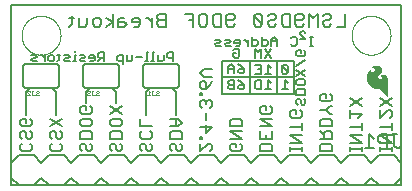
<source format=gbo>
G75*
%MOIN*%
%OFA0B0*%
%FSLAX25Y25*%
%IPPOS*%
%LPD*%
%AMOC8*
5,1,8,0,0,1.08239X$1,22.5*
%
%ADD10C,0.00800*%
%ADD11C,0.00700*%
%ADD12C,0.00500*%
%ADD13C,0.00600*%
%ADD14C,0.00100*%
%ADD15C,0.00000*%
%ADD16C,0.00001*%
D10*
X0002250Y0010500D02*
X0132250Y0010500D01*
X0132250Y0070500D01*
X0002250Y0070500D01*
X0002250Y0010500D01*
X0004750Y0010500D02*
X0009750Y0010500D01*
X0012250Y0013000D01*
X0014750Y0010500D01*
X0019750Y0010500D01*
X0022250Y0013000D01*
X0024750Y0010500D01*
X0029750Y0010500D01*
X0032250Y0013000D01*
X0034750Y0010500D01*
X0039750Y0010500D01*
X0042250Y0013000D01*
X0044750Y0010500D01*
X0049750Y0010500D01*
X0052250Y0013000D01*
X0054750Y0010500D01*
X0059750Y0010500D01*
X0062250Y0013000D01*
X0064750Y0010500D01*
X0069750Y0010500D01*
X0072250Y0013000D01*
X0074750Y0010500D01*
X0079750Y0010500D01*
X0082250Y0013000D01*
X0084750Y0010500D01*
X0089750Y0010500D01*
X0092250Y0013000D01*
X0094750Y0010500D01*
X0099750Y0010500D01*
X0102250Y0013000D01*
X0104750Y0010500D01*
X0109750Y0010500D01*
X0112250Y0013000D01*
X0114750Y0010500D01*
X0119750Y0010500D01*
X0122250Y0013000D01*
X0124750Y0010500D01*
X0129750Y0010500D01*
X0132250Y0013000D01*
X0132250Y0018000D01*
X0129750Y0020500D01*
X0124750Y0020500D01*
X0122250Y0018000D01*
X0119750Y0020500D01*
X0114750Y0020500D01*
X0112250Y0018000D01*
X0109750Y0020500D01*
X0104750Y0020500D01*
X0102250Y0018000D01*
X0099750Y0020500D01*
X0094750Y0020500D01*
X0092250Y0018000D01*
X0089750Y0020500D01*
X0084750Y0020500D01*
X0082250Y0018000D01*
X0079750Y0020500D01*
X0074750Y0020500D01*
X0072250Y0018000D01*
X0069750Y0020500D01*
X0064750Y0020500D01*
X0062250Y0018000D01*
X0059750Y0020500D01*
X0054750Y0020500D01*
X0052250Y0018000D01*
X0049750Y0020500D01*
X0044750Y0020500D01*
X0042250Y0018000D01*
X0039750Y0020500D01*
X0034750Y0020500D01*
X0032250Y0018000D01*
X0029750Y0020500D01*
X0024750Y0020500D01*
X0022250Y0018000D01*
X0019750Y0020500D01*
X0014750Y0020500D01*
X0012250Y0018000D01*
X0009750Y0020500D01*
X0004750Y0020500D01*
X0002250Y0018000D01*
X0002250Y0013000D01*
X0004750Y0010500D01*
X0007250Y0034000D02*
X0007250Y0041500D01*
X0008650Y0042900D01*
X0015850Y0042900D02*
X0017250Y0041500D01*
X0017250Y0034000D01*
X0027250Y0038000D02*
X0027250Y0041500D01*
X0028650Y0042900D01*
X0035850Y0042900D02*
X0037250Y0041500D01*
X0037250Y0038000D01*
X0047250Y0041500D02*
X0047250Y0034000D01*
X0057250Y0034000D02*
X0057250Y0041500D01*
X0055850Y0042900D01*
X0048650Y0042900D02*
X0047250Y0041500D01*
X0049202Y0063400D02*
X0049202Y0066202D01*
X0049202Y0064801D02*
X0047801Y0066202D01*
X0047100Y0066202D01*
X0045365Y0065502D02*
X0044665Y0066202D01*
X0043263Y0066202D01*
X0042563Y0065502D01*
X0042563Y0064801D01*
X0045365Y0064801D01*
X0045365Y0064101D02*
X0045365Y0065502D01*
X0045365Y0064101D02*
X0044665Y0063400D01*
X0043263Y0063400D01*
X0040761Y0064101D02*
X0040061Y0064801D01*
X0037959Y0064801D01*
X0037959Y0065502D02*
X0037959Y0063400D01*
X0040061Y0063400D01*
X0040761Y0064101D01*
X0038659Y0066202D02*
X0037959Y0065502D01*
X0038659Y0066202D02*
X0040061Y0066202D01*
X0036157Y0064801D02*
X0034055Y0066202D01*
X0036157Y0064801D02*
X0034055Y0063400D01*
X0036157Y0063400D02*
X0036157Y0067604D01*
X0032321Y0065502D02*
X0032321Y0064101D01*
X0031620Y0063400D01*
X0030219Y0063400D01*
X0029518Y0064101D01*
X0029518Y0065502D01*
X0030219Y0066202D01*
X0031620Y0066202D01*
X0032321Y0065502D01*
X0027717Y0066202D02*
X0027717Y0064101D01*
X0027016Y0063400D01*
X0024914Y0063400D01*
X0024914Y0066202D01*
X0023113Y0066202D02*
X0021712Y0066202D01*
X0022412Y0066903D02*
X0022412Y0064101D01*
X0021712Y0063400D01*
X0051003Y0064101D02*
X0051704Y0063400D01*
X0053806Y0063400D01*
X0053806Y0067604D01*
X0051704Y0067604D01*
X0051003Y0066903D01*
X0051003Y0066202D01*
X0051704Y0065502D01*
X0053806Y0065502D01*
X0051704Y0065502D02*
X0051003Y0064801D01*
X0051003Y0064101D01*
X0060211Y0067604D02*
X0063013Y0067604D01*
X0063013Y0063400D01*
X0064815Y0064101D02*
X0064815Y0066903D01*
X0065516Y0067604D01*
X0066917Y0067604D01*
X0067617Y0066903D01*
X0067617Y0064101D01*
X0066917Y0063400D01*
X0065516Y0063400D01*
X0064815Y0064101D01*
X0063013Y0065502D02*
X0061612Y0065502D01*
X0069419Y0064101D02*
X0069419Y0066903D01*
X0070120Y0067604D01*
X0072221Y0067604D01*
X0072221Y0063400D01*
X0070120Y0063400D01*
X0069419Y0064101D01*
X0074023Y0064101D02*
X0074023Y0066903D01*
X0074723Y0067604D01*
X0076125Y0067604D01*
X0076825Y0066903D01*
X0076825Y0066202D01*
X0076125Y0065502D01*
X0074023Y0065502D01*
X0074023Y0064101D02*
X0074723Y0063400D01*
X0076125Y0063400D01*
X0076825Y0064101D01*
X0083231Y0064101D02*
X0083931Y0063400D01*
X0085333Y0063400D01*
X0086033Y0064101D01*
X0083231Y0066903D01*
X0083231Y0064101D01*
X0086033Y0064101D02*
X0086033Y0066903D01*
X0085333Y0067604D01*
X0083931Y0067604D01*
X0083231Y0066903D01*
X0087835Y0066903D02*
X0088535Y0067604D01*
X0089936Y0067604D01*
X0090637Y0066903D01*
X0090637Y0066202D01*
X0089936Y0065502D01*
X0088535Y0065502D01*
X0087835Y0064801D01*
X0087835Y0064101D01*
X0088535Y0063400D01*
X0089936Y0063400D01*
X0090637Y0064101D01*
X0092439Y0064101D02*
X0093139Y0063400D01*
X0095241Y0063400D01*
X0095241Y0067604D01*
X0093139Y0067604D01*
X0092439Y0066903D01*
X0092439Y0064101D01*
X0097043Y0064101D02*
X0097043Y0066903D01*
X0097743Y0067604D01*
X0099144Y0067604D01*
X0099845Y0066903D01*
X0099845Y0066202D01*
X0099144Y0065502D01*
X0097043Y0065502D01*
X0097043Y0064101D02*
X0097743Y0063400D01*
X0099144Y0063400D01*
X0099845Y0064101D01*
X0101646Y0063400D02*
X0101646Y0067604D01*
X0103048Y0066202D01*
X0104449Y0067604D01*
X0104449Y0063400D01*
X0106250Y0064101D02*
X0106951Y0063400D01*
X0108352Y0063400D01*
X0109053Y0064101D01*
X0110854Y0063400D02*
X0113657Y0063400D01*
X0113657Y0067604D01*
X0109053Y0066903D02*
X0109053Y0066202D01*
X0108352Y0065502D01*
X0106951Y0065502D01*
X0106250Y0064801D01*
X0106250Y0064101D01*
X0106250Y0066903D02*
X0106951Y0067604D01*
X0108352Y0067604D01*
X0109053Y0066903D01*
D11*
X0069153Y0049247D02*
X0066618Y0049247D01*
X0065350Y0047979D01*
X0066618Y0046711D01*
X0069153Y0046711D01*
X0069153Y0045103D02*
X0068519Y0043835D01*
X0067252Y0042568D01*
X0067252Y0044469D01*
X0066618Y0045103D01*
X0065984Y0045103D01*
X0065350Y0044469D01*
X0065350Y0043202D01*
X0065984Y0042568D01*
X0067252Y0042568D01*
X0065984Y0041130D02*
X0065350Y0041130D01*
X0065350Y0040496D01*
X0065984Y0040496D01*
X0065984Y0041130D01*
X0065984Y0038888D02*
X0065350Y0038254D01*
X0065350Y0036986D01*
X0065984Y0036352D01*
X0067252Y0037620D02*
X0067252Y0038254D01*
X0066618Y0038888D01*
X0065984Y0038888D01*
X0067252Y0038254D02*
X0067885Y0038888D01*
X0068519Y0038888D01*
X0069153Y0038254D01*
X0069153Y0036986D01*
X0068519Y0036352D01*
X0067252Y0034744D02*
X0067252Y0032209D01*
X0067252Y0030601D02*
X0067252Y0028065D01*
X0069153Y0029967D01*
X0065350Y0029967D01*
X0065350Y0026627D02*
X0065350Y0025994D01*
X0065984Y0025994D01*
X0065984Y0026627D01*
X0065350Y0026627D01*
X0065350Y0024385D02*
X0065350Y0021850D01*
X0067885Y0024385D01*
X0068519Y0024385D01*
X0069153Y0023752D01*
X0069153Y0022484D01*
X0068519Y0021850D01*
X0075350Y0022484D02*
X0075350Y0023752D01*
X0075984Y0024385D01*
X0077252Y0024385D01*
X0077252Y0023118D01*
X0078519Y0021850D02*
X0075984Y0021850D01*
X0075350Y0022484D01*
X0078519Y0021850D02*
X0079153Y0022484D01*
X0079153Y0023752D01*
X0078519Y0024385D01*
X0079153Y0025994D02*
X0075350Y0025994D01*
X0075350Y0028529D02*
X0079153Y0025994D01*
X0079153Y0028529D02*
X0075350Y0028529D01*
X0075350Y0030137D02*
X0075350Y0032039D01*
X0075984Y0032673D01*
X0078519Y0032673D01*
X0079153Y0032039D01*
X0079153Y0030137D01*
X0075350Y0030137D01*
X0085350Y0030137D02*
X0089153Y0030137D01*
X0085350Y0032673D01*
X0089153Y0032673D01*
X0088519Y0034281D02*
X0085984Y0034281D01*
X0085350Y0034914D01*
X0085350Y0036182D01*
X0085984Y0036816D01*
X0087252Y0036816D01*
X0087252Y0035548D01*
X0088519Y0034281D02*
X0089153Y0034914D01*
X0089153Y0036182D01*
X0088519Y0036816D01*
X0095350Y0034801D02*
X0095350Y0033533D01*
X0095984Y0032899D01*
X0098519Y0032899D01*
X0099153Y0033533D01*
X0099153Y0034801D01*
X0098519Y0035435D01*
X0097252Y0035435D02*
X0097252Y0034167D01*
X0095984Y0035435D02*
X0095350Y0034801D01*
X0095984Y0035435D02*
X0097252Y0035435D01*
X0099153Y0031291D02*
X0099153Y0028756D01*
X0099153Y0030024D02*
X0095350Y0030024D01*
X0095350Y0027148D02*
X0099153Y0027148D01*
X0099153Y0024612D02*
X0095350Y0027148D01*
X0095350Y0024612D02*
X0099153Y0024612D01*
X0099153Y0023118D02*
X0099153Y0021850D01*
X0099153Y0022484D02*
X0095350Y0022484D01*
X0095350Y0021850D02*
X0095350Y0023118D01*
X0089153Y0023752D02*
X0089153Y0021850D01*
X0085350Y0021850D01*
X0085350Y0023752D01*
X0085984Y0024385D01*
X0088519Y0024385D01*
X0089153Y0023752D01*
X0089153Y0025994D02*
X0085350Y0025994D01*
X0085350Y0028529D01*
X0087252Y0027261D02*
X0087252Y0025994D01*
X0089153Y0025994D02*
X0089153Y0028529D01*
X0105350Y0028529D02*
X0106618Y0027261D01*
X0106618Y0027895D02*
X0106618Y0025994D01*
X0105350Y0025994D02*
X0109153Y0025994D01*
X0109153Y0027895D01*
X0108519Y0028529D01*
X0107252Y0028529D01*
X0106618Y0027895D01*
X0105350Y0030137D02*
X0105350Y0032039D01*
X0105984Y0032673D01*
X0108519Y0032673D01*
X0109153Y0032039D01*
X0109153Y0030137D01*
X0105350Y0030137D01*
X0108519Y0034281D02*
X0107252Y0035548D01*
X0105350Y0035548D01*
X0107252Y0035548D02*
X0108519Y0036816D01*
X0109153Y0036816D01*
X0108519Y0038424D02*
X0105984Y0038424D01*
X0105350Y0039058D01*
X0105350Y0040326D01*
X0105984Y0040960D01*
X0107252Y0040960D01*
X0107252Y0039692D01*
X0108519Y0040960D02*
X0109153Y0040326D01*
X0109153Y0039058D01*
X0108519Y0038424D01*
X0108519Y0034281D02*
X0109153Y0034281D01*
X0115350Y0034167D02*
X0119153Y0034167D01*
X0117885Y0032899D01*
X0115350Y0032899D02*
X0115350Y0035435D01*
X0115350Y0037043D02*
X0119153Y0039578D01*
X0119153Y0037043D02*
X0115350Y0039578D01*
X0125350Y0039578D02*
X0129153Y0037043D01*
X0128519Y0035435D02*
X0129153Y0034801D01*
X0129153Y0033533D01*
X0128519Y0032899D01*
X0129153Y0031291D02*
X0129153Y0028756D01*
X0129153Y0030024D02*
X0125350Y0030024D01*
X0125350Y0032899D02*
X0127885Y0035435D01*
X0128519Y0035435D01*
X0125350Y0035435D02*
X0125350Y0032899D01*
X0125350Y0037043D02*
X0129153Y0039578D01*
X0119153Y0031291D02*
X0119153Y0028756D01*
X0119153Y0030024D02*
X0115350Y0030024D01*
X0115350Y0027148D02*
X0119153Y0027148D01*
X0119153Y0024612D02*
X0115350Y0027148D01*
X0115350Y0024612D02*
X0119153Y0024612D01*
X0119153Y0023118D02*
X0119153Y0021850D01*
X0119153Y0022484D02*
X0115350Y0022484D01*
X0115350Y0021850D02*
X0115350Y0023118D01*
X0109153Y0023752D02*
X0109153Y0021850D01*
X0105350Y0021850D01*
X0105350Y0023752D01*
X0105984Y0024385D01*
X0108519Y0024385D01*
X0109153Y0023752D01*
X0125350Y0023118D02*
X0125350Y0021850D01*
X0125350Y0022484D02*
X0129153Y0022484D01*
X0129153Y0021850D02*
X0129153Y0023118D01*
X0129153Y0024612D02*
X0125350Y0027148D01*
X0129153Y0027148D01*
X0129153Y0024612D02*
X0125350Y0024612D01*
X0059153Y0023752D02*
X0059153Y0022484D01*
X0058519Y0021850D01*
X0057885Y0021850D01*
X0057252Y0022484D01*
X0057252Y0023752D01*
X0056618Y0024385D01*
X0055984Y0024385D01*
X0055350Y0023752D01*
X0055350Y0022484D01*
X0055984Y0021850D01*
X0058519Y0024385D02*
X0059153Y0023752D01*
X0059153Y0025994D02*
X0055350Y0025994D01*
X0055350Y0027895D01*
X0055984Y0028529D01*
X0058519Y0028529D01*
X0059153Y0027895D01*
X0059153Y0025994D01*
X0057885Y0030137D02*
X0055350Y0030137D01*
X0057252Y0030137D02*
X0057252Y0032673D01*
X0057885Y0032673D02*
X0055350Y0032673D01*
X0057885Y0032673D02*
X0059153Y0031405D01*
X0057885Y0030137D01*
X0049153Y0030137D02*
X0045350Y0030137D01*
X0045350Y0032673D01*
X0045984Y0028529D02*
X0045350Y0027895D01*
X0045350Y0026627D01*
X0045984Y0025994D01*
X0048519Y0025994D01*
X0049153Y0026627D01*
X0049153Y0027895D01*
X0048519Y0028529D01*
X0048519Y0024385D02*
X0049153Y0023752D01*
X0049153Y0022484D01*
X0048519Y0021850D01*
X0047885Y0021850D01*
X0047252Y0022484D01*
X0047252Y0023752D01*
X0046618Y0024385D01*
X0045984Y0024385D01*
X0045350Y0023752D01*
X0045350Y0022484D01*
X0045984Y0021850D01*
X0039153Y0022484D02*
X0038519Y0021850D01*
X0037885Y0021850D01*
X0037252Y0022484D01*
X0037252Y0023752D01*
X0036618Y0024385D01*
X0035984Y0024385D01*
X0035350Y0023752D01*
X0035350Y0022484D01*
X0035984Y0021850D01*
X0039153Y0022484D02*
X0039153Y0023752D01*
X0038519Y0024385D01*
X0039153Y0025994D02*
X0035350Y0025994D01*
X0035350Y0027895D01*
X0035984Y0028529D01*
X0038519Y0028529D01*
X0039153Y0027895D01*
X0039153Y0025994D01*
X0038519Y0030137D02*
X0035984Y0030137D01*
X0035350Y0030771D01*
X0035350Y0032039D01*
X0035984Y0032673D01*
X0038519Y0032673D01*
X0039153Y0032039D01*
X0039153Y0030771D01*
X0038519Y0030137D01*
X0039153Y0034281D02*
X0035350Y0036816D01*
X0035350Y0034281D02*
X0039153Y0036816D01*
X0029153Y0036182D02*
X0029153Y0034914D01*
X0028519Y0034281D01*
X0025984Y0034281D01*
X0025350Y0034914D01*
X0025350Y0036182D01*
X0025984Y0036816D01*
X0027252Y0036816D01*
X0027252Y0035548D01*
X0028519Y0036816D02*
X0029153Y0036182D01*
X0028519Y0032673D02*
X0025984Y0032673D01*
X0025350Y0032039D01*
X0025350Y0030771D01*
X0025984Y0030137D01*
X0028519Y0030137D01*
X0029153Y0030771D01*
X0029153Y0032039D01*
X0028519Y0032673D01*
X0028519Y0028529D02*
X0025984Y0028529D01*
X0025350Y0027895D01*
X0025350Y0025994D01*
X0029153Y0025994D01*
X0029153Y0027895D01*
X0028519Y0028529D01*
X0028519Y0024385D02*
X0029153Y0023752D01*
X0029153Y0022484D01*
X0028519Y0021850D01*
X0027885Y0021850D01*
X0027252Y0022484D01*
X0027252Y0023752D01*
X0026618Y0024385D01*
X0025984Y0024385D01*
X0025350Y0023752D01*
X0025350Y0022484D01*
X0025984Y0021850D01*
X0019153Y0022484D02*
X0018519Y0021850D01*
X0015984Y0021850D01*
X0015350Y0022484D01*
X0015350Y0023752D01*
X0015984Y0024385D01*
X0015984Y0025994D02*
X0015350Y0026627D01*
X0015350Y0027895D01*
X0015984Y0028529D01*
X0016618Y0028529D01*
X0017252Y0027895D01*
X0017252Y0026627D01*
X0017885Y0025994D01*
X0018519Y0025994D01*
X0019153Y0026627D01*
X0019153Y0027895D01*
X0018519Y0028529D01*
X0019153Y0030137D02*
X0015350Y0032673D01*
X0015350Y0030137D02*
X0019153Y0032673D01*
X0009153Y0032039D02*
X0009153Y0030771D01*
X0008519Y0030137D01*
X0005984Y0030137D01*
X0005350Y0030771D01*
X0005350Y0032039D01*
X0005984Y0032673D01*
X0007252Y0032673D01*
X0007252Y0031405D01*
X0008519Y0032673D02*
X0009153Y0032039D01*
X0008519Y0028529D02*
X0009153Y0027895D01*
X0009153Y0026627D01*
X0008519Y0025994D01*
X0007885Y0025994D01*
X0007252Y0026627D01*
X0007252Y0027895D01*
X0006618Y0028529D01*
X0005984Y0028529D01*
X0005350Y0027895D01*
X0005350Y0026627D01*
X0005984Y0025994D01*
X0005984Y0024385D02*
X0005350Y0023752D01*
X0005350Y0022484D01*
X0005984Y0021850D01*
X0008519Y0021850D01*
X0009153Y0022484D01*
X0009153Y0023752D01*
X0008519Y0024385D01*
X0018519Y0024385D02*
X0019153Y0023752D01*
X0019153Y0022484D01*
D12*
X0039566Y0050883D02*
X0039566Y0053785D01*
X0038115Y0053785D01*
X0037631Y0053301D01*
X0037631Y0052334D01*
X0038115Y0051850D01*
X0039566Y0051850D01*
X0040762Y0051850D02*
X0040762Y0053785D01*
X0042697Y0053785D02*
X0042697Y0052334D01*
X0042213Y0051850D01*
X0040762Y0051850D01*
X0043892Y0053301D02*
X0045827Y0053301D01*
X0046947Y0051850D02*
X0047914Y0051850D01*
X0047431Y0051850D02*
X0047431Y0054752D01*
X0047914Y0054752D01*
X0049518Y0054752D02*
X0049518Y0051850D01*
X0050001Y0051850D02*
X0049034Y0051850D01*
X0051197Y0051850D02*
X0051197Y0053785D01*
X0050001Y0054752D02*
X0049518Y0054752D01*
X0053132Y0053785D02*
X0053132Y0052334D01*
X0052648Y0051850D01*
X0051197Y0051850D01*
X0054328Y0053301D02*
X0054328Y0054269D01*
X0054812Y0054752D01*
X0056263Y0054752D01*
X0056263Y0051850D01*
X0056263Y0052817D02*
X0054812Y0052817D01*
X0054328Y0053301D01*
X0070202Y0057500D02*
X0070702Y0058001D01*
X0071703Y0058001D01*
X0072203Y0058501D01*
X0071703Y0059002D01*
X0070202Y0059002D01*
X0070202Y0057500D02*
X0070702Y0057000D01*
X0072203Y0057000D01*
X0073424Y0057500D02*
X0073925Y0058001D01*
X0074926Y0058001D01*
X0075426Y0058501D01*
X0074926Y0059002D01*
X0073424Y0059002D01*
X0073424Y0057500D02*
X0073925Y0057000D01*
X0075426Y0057000D01*
X0076647Y0058001D02*
X0078649Y0058001D01*
X0078649Y0058501D02*
X0078649Y0057500D01*
X0078148Y0057000D01*
X0077148Y0057000D01*
X0076810Y0056053D02*
X0077811Y0056053D01*
X0078311Y0055552D01*
X0078311Y0053550D01*
X0077811Y0053050D01*
X0076810Y0053050D01*
X0076310Y0053550D01*
X0076310Y0054551D01*
X0077311Y0054551D01*
X0076310Y0055552D02*
X0076810Y0056053D01*
X0076647Y0058001D02*
X0076647Y0058501D01*
X0077148Y0059002D01*
X0078148Y0059002D01*
X0078649Y0058501D01*
X0079833Y0059002D02*
X0080334Y0059002D01*
X0081334Y0058001D01*
X0081334Y0057000D02*
X0081334Y0059002D01*
X0082555Y0059002D02*
X0084057Y0059002D01*
X0084557Y0058501D01*
X0084557Y0057500D01*
X0084057Y0057000D01*
X0082555Y0057000D01*
X0082555Y0060003D01*
X0085778Y0060003D02*
X0085778Y0057000D01*
X0087280Y0057000D01*
X0087780Y0057500D01*
X0087780Y0058501D01*
X0087280Y0059002D01*
X0085778Y0059002D01*
X0089001Y0059002D02*
X0089001Y0057000D01*
X0088823Y0055953D02*
X0086821Y0052950D01*
X0085600Y0052950D02*
X0085600Y0055953D01*
X0084599Y0054952D01*
X0083598Y0055953D01*
X0083598Y0052950D01*
X0081750Y0051800D02*
X0081750Y0041000D01*
X0072650Y0041000D01*
X0072650Y0046600D01*
X0096350Y0046600D01*
X0097350Y0047050D02*
X0100353Y0049052D01*
X0100353Y0047050D02*
X0097350Y0049052D01*
X0097350Y0050273D02*
X0100353Y0052274D01*
X0099852Y0053495D02*
X0097850Y0053495D01*
X0097350Y0053996D01*
X0097350Y0054997D01*
X0097850Y0055497D01*
X0098851Y0055497D01*
X0098851Y0054496D01*
X0099852Y0053495D02*
X0100353Y0053996D01*
X0100353Y0054997D01*
X0099852Y0055497D01*
X0101819Y0057000D02*
X0102819Y0057000D01*
X0102319Y0057000D02*
X0102319Y0060003D01*
X0102819Y0060003D02*
X0101819Y0060003D01*
X0100381Y0059250D02*
X0098713Y0060918D01*
X0098713Y0061335D01*
X0099130Y0061752D01*
X0099964Y0061752D01*
X0100381Y0061335D01*
X0100381Y0059250D02*
X0098713Y0059250D01*
X0097448Y0059502D02*
X0096948Y0060003D01*
X0095947Y0060003D01*
X0095446Y0059502D01*
X0097448Y0059502D02*
X0097448Y0057500D01*
X0096948Y0057000D01*
X0095947Y0057000D01*
X0095446Y0057500D01*
X0091003Y0057000D02*
X0091003Y0059002D01*
X0090002Y0060003D01*
X0089001Y0059002D01*
X0089001Y0058501D02*
X0091003Y0058501D01*
X0086821Y0055953D02*
X0088823Y0052950D01*
X0090750Y0051800D02*
X0090750Y0041000D01*
X0081750Y0041000D01*
X0083598Y0042950D02*
X0084099Y0042450D01*
X0085600Y0042450D01*
X0085600Y0045453D01*
X0084099Y0045453D01*
X0083598Y0044952D01*
X0083598Y0042950D01*
X0086821Y0042450D02*
X0088823Y0042450D01*
X0087822Y0042450D02*
X0087822Y0045453D01*
X0088823Y0044452D01*
X0092510Y0042475D02*
X0094511Y0042475D01*
X0093511Y0042475D02*
X0093511Y0045478D01*
X0094511Y0044477D01*
X0097350Y0044328D02*
X0097350Y0045329D01*
X0097850Y0045829D01*
X0099852Y0045829D01*
X0100353Y0045329D01*
X0100353Y0044328D01*
X0099852Y0043827D01*
X0097850Y0043827D01*
X0097350Y0044328D01*
X0097850Y0042606D02*
X0099852Y0042606D01*
X0100353Y0042106D01*
X0100353Y0040604D01*
X0097350Y0040604D01*
X0097350Y0042106D01*
X0097850Y0042606D01*
X0096450Y0041000D02*
X0096450Y0051800D01*
X0090750Y0051800D01*
X0081750Y0051800D01*
X0072650Y0051800D01*
X0072650Y0046600D01*
X0074698Y0047800D02*
X0074698Y0049802D01*
X0075699Y0050803D01*
X0076700Y0049802D01*
X0076700Y0047800D01*
X0077921Y0048300D02*
X0077921Y0048801D01*
X0078421Y0049301D01*
X0079923Y0049301D01*
X0079923Y0048300D01*
X0079422Y0047800D01*
X0078421Y0047800D01*
X0077921Y0048300D01*
X0076700Y0049301D02*
X0074698Y0049301D01*
X0077921Y0050803D02*
X0078922Y0050302D01*
X0079923Y0049301D01*
X0083598Y0050703D02*
X0085600Y0050703D01*
X0085600Y0047700D01*
X0083598Y0047700D01*
X0084599Y0049201D02*
X0085600Y0049201D01*
X0086821Y0047700D02*
X0088823Y0047700D01*
X0087822Y0047700D02*
X0087822Y0050703D01*
X0088823Y0049702D01*
X0092510Y0050227D02*
X0092510Y0048225D01*
X0093010Y0047725D01*
X0094011Y0047725D01*
X0094511Y0048225D01*
X0092510Y0050227D01*
X0093010Y0050728D01*
X0094011Y0050728D01*
X0094511Y0050227D01*
X0094511Y0048225D01*
X0096450Y0041000D02*
X0090750Y0041000D01*
X0097350Y0038883D02*
X0097350Y0037882D01*
X0097850Y0037382D01*
X0098851Y0037882D02*
X0098851Y0038883D01*
X0098351Y0039383D01*
X0097850Y0039383D01*
X0097350Y0038883D01*
X0098851Y0037882D02*
X0099352Y0037382D01*
X0099852Y0037382D01*
X0100353Y0037882D01*
X0100353Y0038883D01*
X0099852Y0039383D01*
X0079923Y0043050D02*
X0079422Y0042550D01*
X0078421Y0042550D01*
X0077921Y0043050D01*
X0077921Y0043551D01*
X0078421Y0044051D01*
X0079923Y0044051D01*
X0079923Y0043050D01*
X0079923Y0044051D02*
X0078922Y0045052D01*
X0077921Y0045553D01*
X0076700Y0045553D02*
X0075199Y0045553D01*
X0074698Y0045052D01*
X0074698Y0044552D01*
X0075199Y0044051D01*
X0076700Y0044051D01*
X0075199Y0044051D02*
X0074698Y0043551D01*
X0074698Y0043050D01*
X0075199Y0042550D01*
X0076700Y0042550D01*
X0076700Y0045553D01*
X0033304Y0051850D02*
X0033304Y0054752D01*
X0031853Y0054752D01*
X0031370Y0054269D01*
X0031370Y0053301D01*
X0031853Y0052817D01*
X0033304Y0052817D01*
X0032337Y0052817D02*
X0031370Y0051850D01*
X0030174Y0052334D02*
X0030174Y0053301D01*
X0029690Y0053785D01*
X0028723Y0053785D01*
X0028239Y0053301D01*
X0028239Y0052817D01*
X0030174Y0052817D01*
X0030174Y0052334D02*
X0029690Y0051850D01*
X0028723Y0051850D01*
X0027043Y0051850D02*
X0025592Y0051850D01*
X0025108Y0052334D01*
X0025592Y0052817D01*
X0026559Y0052817D01*
X0027043Y0053301D01*
X0026559Y0053785D01*
X0025108Y0053785D01*
X0023912Y0053785D02*
X0023429Y0053785D01*
X0023429Y0051850D01*
X0023912Y0051850D02*
X0022945Y0051850D01*
X0021825Y0051850D02*
X0020374Y0051850D01*
X0019890Y0052334D01*
X0020374Y0052817D01*
X0021342Y0052817D01*
X0021825Y0053301D01*
X0021342Y0053785D01*
X0019890Y0053785D01*
X0018695Y0053785D02*
X0017727Y0053785D01*
X0018211Y0054269D02*
X0018211Y0052334D01*
X0017727Y0051850D01*
X0016608Y0052334D02*
X0016124Y0051850D01*
X0015156Y0051850D01*
X0014673Y0052334D01*
X0014673Y0053301D01*
X0015156Y0053785D01*
X0016124Y0053785D01*
X0016608Y0053301D01*
X0016608Y0052334D01*
X0013477Y0052817D02*
X0012509Y0053785D01*
X0012026Y0053785D01*
X0010868Y0053301D02*
X0010384Y0053785D01*
X0008933Y0053785D01*
X0009417Y0052817D02*
X0010384Y0052817D01*
X0010868Y0053301D01*
X0013477Y0053785D02*
X0013477Y0051850D01*
X0010868Y0051850D02*
X0009417Y0051850D01*
X0008933Y0052334D01*
X0009417Y0052817D01*
X0023429Y0054752D02*
X0023429Y0055236D01*
X0120090Y0022950D02*
X0123092Y0022950D01*
X0121591Y0022950D02*
X0121591Y0027454D01*
X0123092Y0025953D01*
X0124694Y0026703D02*
X0124694Y0025202D01*
X0125444Y0024451D01*
X0127696Y0024451D01*
X0130048Y0023701D02*
X0130048Y0027454D01*
X0130799Y0027454D02*
X0129297Y0027454D01*
X0127696Y0027454D02*
X0125444Y0027454D01*
X0124694Y0026703D01*
X0127696Y0027454D02*
X0127696Y0022950D01*
X0130048Y0023701D02*
X0130799Y0022950D01*
X0131549Y0022950D01*
X0132300Y0023701D01*
D13*
X0058250Y0044000D02*
X0058250Y0050000D01*
X0058248Y0050060D01*
X0058243Y0050121D01*
X0058234Y0050180D01*
X0058221Y0050239D01*
X0058205Y0050298D01*
X0058185Y0050355D01*
X0058162Y0050410D01*
X0058135Y0050465D01*
X0058106Y0050517D01*
X0058073Y0050568D01*
X0058037Y0050617D01*
X0057999Y0050663D01*
X0057957Y0050707D01*
X0057913Y0050749D01*
X0057867Y0050787D01*
X0057818Y0050823D01*
X0057767Y0050856D01*
X0057715Y0050885D01*
X0057660Y0050912D01*
X0057605Y0050935D01*
X0057548Y0050955D01*
X0057489Y0050971D01*
X0057430Y0050984D01*
X0057371Y0050993D01*
X0057310Y0050998D01*
X0057250Y0051000D01*
X0047250Y0051000D01*
X0047190Y0050998D01*
X0047129Y0050993D01*
X0047070Y0050984D01*
X0047011Y0050971D01*
X0046952Y0050955D01*
X0046895Y0050935D01*
X0046840Y0050912D01*
X0046785Y0050885D01*
X0046733Y0050856D01*
X0046682Y0050823D01*
X0046633Y0050787D01*
X0046587Y0050749D01*
X0046543Y0050707D01*
X0046501Y0050663D01*
X0046463Y0050617D01*
X0046427Y0050568D01*
X0046394Y0050517D01*
X0046365Y0050465D01*
X0046338Y0050410D01*
X0046315Y0050355D01*
X0046295Y0050298D01*
X0046279Y0050239D01*
X0046266Y0050180D01*
X0046257Y0050121D01*
X0046252Y0050060D01*
X0046250Y0050000D01*
X0046250Y0044000D01*
X0046252Y0043940D01*
X0046257Y0043879D01*
X0046266Y0043820D01*
X0046279Y0043761D01*
X0046295Y0043702D01*
X0046315Y0043645D01*
X0046338Y0043590D01*
X0046365Y0043535D01*
X0046394Y0043483D01*
X0046427Y0043432D01*
X0046463Y0043383D01*
X0046501Y0043337D01*
X0046543Y0043293D01*
X0046587Y0043251D01*
X0046633Y0043213D01*
X0046682Y0043177D01*
X0046733Y0043144D01*
X0046785Y0043115D01*
X0046840Y0043088D01*
X0046895Y0043065D01*
X0046952Y0043045D01*
X0047011Y0043029D01*
X0047070Y0043016D01*
X0047129Y0043007D01*
X0047190Y0043002D01*
X0047250Y0043000D01*
X0057250Y0043000D01*
X0057310Y0043002D01*
X0057371Y0043007D01*
X0057430Y0043016D01*
X0057489Y0043029D01*
X0057548Y0043045D01*
X0057605Y0043065D01*
X0057660Y0043088D01*
X0057715Y0043115D01*
X0057767Y0043144D01*
X0057818Y0043177D01*
X0057867Y0043213D01*
X0057913Y0043251D01*
X0057957Y0043293D01*
X0057999Y0043337D01*
X0058037Y0043383D01*
X0058073Y0043432D01*
X0058106Y0043483D01*
X0058135Y0043535D01*
X0058162Y0043590D01*
X0058185Y0043645D01*
X0058205Y0043702D01*
X0058221Y0043761D01*
X0058234Y0043820D01*
X0058243Y0043879D01*
X0058248Y0043940D01*
X0058250Y0044000D01*
X0038250Y0044000D02*
X0038250Y0050000D01*
X0038248Y0050060D01*
X0038243Y0050121D01*
X0038234Y0050180D01*
X0038221Y0050239D01*
X0038205Y0050298D01*
X0038185Y0050355D01*
X0038162Y0050410D01*
X0038135Y0050465D01*
X0038106Y0050517D01*
X0038073Y0050568D01*
X0038037Y0050617D01*
X0037999Y0050663D01*
X0037957Y0050707D01*
X0037913Y0050749D01*
X0037867Y0050787D01*
X0037818Y0050823D01*
X0037767Y0050856D01*
X0037715Y0050885D01*
X0037660Y0050912D01*
X0037605Y0050935D01*
X0037548Y0050955D01*
X0037489Y0050971D01*
X0037430Y0050984D01*
X0037371Y0050993D01*
X0037310Y0050998D01*
X0037250Y0051000D01*
X0027250Y0051000D01*
X0027190Y0050998D01*
X0027129Y0050993D01*
X0027070Y0050984D01*
X0027011Y0050971D01*
X0026952Y0050955D01*
X0026895Y0050935D01*
X0026840Y0050912D01*
X0026785Y0050885D01*
X0026733Y0050856D01*
X0026682Y0050823D01*
X0026633Y0050787D01*
X0026587Y0050749D01*
X0026543Y0050707D01*
X0026501Y0050663D01*
X0026463Y0050617D01*
X0026427Y0050568D01*
X0026394Y0050517D01*
X0026365Y0050465D01*
X0026338Y0050410D01*
X0026315Y0050355D01*
X0026295Y0050298D01*
X0026279Y0050239D01*
X0026266Y0050180D01*
X0026257Y0050121D01*
X0026252Y0050060D01*
X0026250Y0050000D01*
X0026250Y0044000D01*
X0026252Y0043940D01*
X0026257Y0043879D01*
X0026266Y0043820D01*
X0026279Y0043761D01*
X0026295Y0043702D01*
X0026315Y0043645D01*
X0026338Y0043590D01*
X0026365Y0043535D01*
X0026394Y0043483D01*
X0026427Y0043432D01*
X0026463Y0043383D01*
X0026501Y0043337D01*
X0026543Y0043293D01*
X0026587Y0043251D01*
X0026633Y0043213D01*
X0026682Y0043177D01*
X0026733Y0043144D01*
X0026785Y0043115D01*
X0026840Y0043088D01*
X0026895Y0043065D01*
X0026952Y0043045D01*
X0027011Y0043029D01*
X0027070Y0043016D01*
X0027129Y0043007D01*
X0027190Y0043002D01*
X0027250Y0043000D01*
X0037250Y0043000D01*
X0037310Y0043002D01*
X0037371Y0043007D01*
X0037430Y0043016D01*
X0037489Y0043029D01*
X0037548Y0043045D01*
X0037605Y0043065D01*
X0037660Y0043088D01*
X0037715Y0043115D01*
X0037767Y0043144D01*
X0037818Y0043177D01*
X0037867Y0043213D01*
X0037913Y0043251D01*
X0037957Y0043293D01*
X0037999Y0043337D01*
X0038037Y0043383D01*
X0038073Y0043432D01*
X0038106Y0043483D01*
X0038135Y0043535D01*
X0038162Y0043590D01*
X0038185Y0043645D01*
X0038205Y0043702D01*
X0038221Y0043761D01*
X0038234Y0043820D01*
X0038243Y0043879D01*
X0038248Y0043940D01*
X0038250Y0044000D01*
X0018250Y0044000D02*
X0018250Y0050000D01*
X0018248Y0050060D01*
X0018243Y0050121D01*
X0018234Y0050180D01*
X0018221Y0050239D01*
X0018205Y0050298D01*
X0018185Y0050355D01*
X0018162Y0050410D01*
X0018135Y0050465D01*
X0018106Y0050517D01*
X0018073Y0050568D01*
X0018037Y0050617D01*
X0017999Y0050663D01*
X0017957Y0050707D01*
X0017913Y0050749D01*
X0017867Y0050787D01*
X0017818Y0050823D01*
X0017767Y0050856D01*
X0017715Y0050885D01*
X0017660Y0050912D01*
X0017605Y0050935D01*
X0017548Y0050955D01*
X0017489Y0050971D01*
X0017430Y0050984D01*
X0017371Y0050993D01*
X0017310Y0050998D01*
X0017250Y0051000D01*
X0007250Y0051000D01*
X0007190Y0050998D01*
X0007129Y0050993D01*
X0007070Y0050984D01*
X0007011Y0050971D01*
X0006952Y0050955D01*
X0006895Y0050935D01*
X0006840Y0050912D01*
X0006785Y0050885D01*
X0006733Y0050856D01*
X0006682Y0050823D01*
X0006633Y0050787D01*
X0006587Y0050749D01*
X0006543Y0050707D01*
X0006501Y0050663D01*
X0006463Y0050617D01*
X0006427Y0050568D01*
X0006394Y0050517D01*
X0006365Y0050465D01*
X0006338Y0050410D01*
X0006315Y0050355D01*
X0006295Y0050298D01*
X0006279Y0050239D01*
X0006266Y0050180D01*
X0006257Y0050121D01*
X0006252Y0050060D01*
X0006250Y0050000D01*
X0006250Y0044000D01*
X0006252Y0043940D01*
X0006257Y0043879D01*
X0006266Y0043820D01*
X0006279Y0043761D01*
X0006295Y0043702D01*
X0006315Y0043645D01*
X0006338Y0043590D01*
X0006365Y0043535D01*
X0006394Y0043483D01*
X0006427Y0043432D01*
X0006463Y0043383D01*
X0006501Y0043337D01*
X0006543Y0043293D01*
X0006587Y0043251D01*
X0006633Y0043213D01*
X0006682Y0043177D01*
X0006733Y0043144D01*
X0006785Y0043115D01*
X0006840Y0043088D01*
X0006895Y0043065D01*
X0006952Y0043045D01*
X0007011Y0043029D01*
X0007070Y0043016D01*
X0007129Y0043007D01*
X0007190Y0043002D01*
X0007250Y0043000D01*
X0017250Y0043000D01*
X0017310Y0043002D01*
X0017371Y0043007D01*
X0017430Y0043016D01*
X0017489Y0043029D01*
X0017548Y0043045D01*
X0017605Y0043065D01*
X0017660Y0043088D01*
X0017715Y0043115D01*
X0017767Y0043144D01*
X0017818Y0043177D01*
X0017867Y0043213D01*
X0017913Y0043251D01*
X0017957Y0043293D01*
X0017999Y0043337D01*
X0018037Y0043383D01*
X0018073Y0043432D01*
X0018106Y0043483D01*
X0018135Y0043535D01*
X0018162Y0043590D01*
X0018185Y0043645D01*
X0018205Y0043702D01*
X0018221Y0043761D01*
X0018234Y0043820D01*
X0018243Y0043879D01*
X0018248Y0043940D01*
X0018250Y0044000D01*
D14*
X0011620Y0041701D02*
X0011620Y0041451D01*
X0011370Y0041201D01*
X0010869Y0041201D01*
X0010619Y0040950D01*
X0010619Y0040700D01*
X0010869Y0040450D01*
X0011370Y0040450D01*
X0011620Y0040700D01*
X0010147Y0040700D02*
X0009896Y0040450D01*
X0009646Y0040450D01*
X0009396Y0040700D01*
X0009396Y0041951D01*
X0009646Y0041951D02*
X0009146Y0041951D01*
X0008673Y0041701D02*
X0008423Y0041951D01*
X0007923Y0041951D01*
X0007672Y0041701D01*
X0007672Y0041451D01*
X0008673Y0040450D01*
X0007672Y0040450D01*
X0010619Y0041701D02*
X0010869Y0041951D01*
X0011370Y0041951D01*
X0011620Y0041701D01*
X0027672Y0041701D02*
X0027672Y0041451D01*
X0027923Y0041201D01*
X0027672Y0040950D01*
X0027672Y0040700D01*
X0027923Y0040450D01*
X0028423Y0040450D01*
X0028673Y0040700D01*
X0028173Y0041201D02*
X0027923Y0041201D01*
X0027672Y0041701D02*
X0027923Y0041951D01*
X0028423Y0041951D01*
X0028673Y0041701D01*
X0029146Y0041951D02*
X0029646Y0041951D01*
X0029396Y0041951D02*
X0029396Y0040700D01*
X0029646Y0040450D01*
X0029896Y0040450D01*
X0030147Y0040700D01*
X0030619Y0040700D02*
X0030869Y0040450D01*
X0031370Y0040450D01*
X0031620Y0040700D01*
X0031370Y0041201D02*
X0030869Y0041201D01*
X0030619Y0040950D01*
X0030619Y0040700D01*
X0031370Y0041201D02*
X0031620Y0041451D01*
X0031620Y0041701D01*
X0031370Y0041951D01*
X0030869Y0041951D01*
X0030619Y0041701D01*
X0047672Y0040450D02*
X0048673Y0040450D01*
X0048173Y0040450D02*
X0048173Y0041951D01*
X0048673Y0041451D01*
X0049146Y0041951D02*
X0049646Y0041951D01*
X0049396Y0041951D02*
X0049396Y0040700D01*
X0049646Y0040450D01*
X0049896Y0040450D01*
X0050147Y0040700D01*
X0050619Y0040700D02*
X0050619Y0040950D01*
X0050869Y0041201D01*
X0051370Y0041201D01*
X0051620Y0041451D01*
X0051620Y0041701D01*
X0051370Y0041951D01*
X0050869Y0041951D01*
X0050619Y0041701D01*
X0050619Y0040700D02*
X0050869Y0040450D01*
X0051370Y0040450D01*
X0051620Y0040700D01*
D15*
X0005750Y0060500D02*
X0005752Y0060661D01*
X0005758Y0060821D01*
X0005768Y0060982D01*
X0005782Y0061142D01*
X0005800Y0061302D01*
X0005821Y0061461D01*
X0005847Y0061620D01*
X0005877Y0061778D01*
X0005910Y0061935D01*
X0005948Y0062092D01*
X0005989Y0062247D01*
X0006034Y0062401D01*
X0006083Y0062554D01*
X0006136Y0062706D01*
X0006192Y0062857D01*
X0006253Y0063006D01*
X0006316Y0063154D01*
X0006384Y0063300D01*
X0006455Y0063444D01*
X0006529Y0063586D01*
X0006607Y0063727D01*
X0006689Y0063865D01*
X0006774Y0064002D01*
X0006862Y0064136D01*
X0006954Y0064268D01*
X0007049Y0064398D01*
X0007147Y0064526D01*
X0007248Y0064651D01*
X0007352Y0064773D01*
X0007459Y0064893D01*
X0007569Y0065010D01*
X0007682Y0065125D01*
X0007798Y0065236D01*
X0007917Y0065345D01*
X0008038Y0065450D01*
X0008162Y0065553D01*
X0008288Y0065653D01*
X0008416Y0065749D01*
X0008547Y0065842D01*
X0008681Y0065932D01*
X0008816Y0066019D01*
X0008954Y0066102D01*
X0009093Y0066182D01*
X0009235Y0066258D01*
X0009378Y0066331D01*
X0009523Y0066400D01*
X0009670Y0066466D01*
X0009818Y0066528D01*
X0009968Y0066586D01*
X0010119Y0066641D01*
X0010272Y0066692D01*
X0010426Y0066739D01*
X0010581Y0066782D01*
X0010737Y0066821D01*
X0010893Y0066857D01*
X0011051Y0066888D01*
X0011209Y0066916D01*
X0011368Y0066940D01*
X0011528Y0066960D01*
X0011688Y0066976D01*
X0011848Y0066988D01*
X0012009Y0066996D01*
X0012170Y0067000D01*
X0012330Y0067000D01*
X0012491Y0066996D01*
X0012652Y0066988D01*
X0012812Y0066976D01*
X0012972Y0066960D01*
X0013132Y0066940D01*
X0013291Y0066916D01*
X0013449Y0066888D01*
X0013607Y0066857D01*
X0013763Y0066821D01*
X0013919Y0066782D01*
X0014074Y0066739D01*
X0014228Y0066692D01*
X0014381Y0066641D01*
X0014532Y0066586D01*
X0014682Y0066528D01*
X0014830Y0066466D01*
X0014977Y0066400D01*
X0015122Y0066331D01*
X0015265Y0066258D01*
X0015407Y0066182D01*
X0015546Y0066102D01*
X0015684Y0066019D01*
X0015819Y0065932D01*
X0015953Y0065842D01*
X0016084Y0065749D01*
X0016212Y0065653D01*
X0016338Y0065553D01*
X0016462Y0065450D01*
X0016583Y0065345D01*
X0016702Y0065236D01*
X0016818Y0065125D01*
X0016931Y0065010D01*
X0017041Y0064893D01*
X0017148Y0064773D01*
X0017252Y0064651D01*
X0017353Y0064526D01*
X0017451Y0064398D01*
X0017546Y0064268D01*
X0017638Y0064136D01*
X0017726Y0064002D01*
X0017811Y0063865D01*
X0017893Y0063727D01*
X0017971Y0063586D01*
X0018045Y0063444D01*
X0018116Y0063300D01*
X0018184Y0063154D01*
X0018247Y0063006D01*
X0018308Y0062857D01*
X0018364Y0062706D01*
X0018417Y0062554D01*
X0018466Y0062401D01*
X0018511Y0062247D01*
X0018552Y0062092D01*
X0018590Y0061935D01*
X0018623Y0061778D01*
X0018653Y0061620D01*
X0018679Y0061461D01*
X0018700Y0061302D01*
X0018718Y0061142D01*
X0018732Y0060982D01*
X0018742Y0060821D01*
X0018748Y0060661D01*
X0018750Y0060500D01*
X0018748Y0060339D01*
X0018742Y0060179D01*
X0018732Y0060018D01*
X0018718Y0059858D01*
X0018700Y0059698D01*
X0018679Y0059539D01*
X0018653Y0059380D01*
X0018623Y0059222D01*
X0018590Y0059065D01*
X0018552Y0058908D01*
X0018511Y0058753D01*
X0018466Y0058599D01*
X0018417Y0058446D01*
X0018364Y0058294D01*
X0018308Y0058143D01*
X0018247Y0057994D01*
X0018184Y0057846D01*
X0018116Y0057700D01*
X0018045Y0057556D01*
X0017971Y0057414D01*
X0017893Y0057273D01*
X0017811Y0057135D01*
X0017726Y0056998D01*
X0017638Y0056864D01*
X0017546Y0056732D01*
X0017451Y0056602D01*
X0017353Y0056474D01*
X0017252Y0056349D01*
X0017148Y0056227D01*
X0017041Y0056107D01*
X0016931Y0055990D01*
X0016818Y0055875D01*
X0016702Y0055764D01*
X0016583Y0055655D01*
X0016462Y0055550D01*
X0016338Y0055447D01*
X0016212Y0055347D01*
X0016084Y0055251D01*
X0015953Y0055158D01*
X0015819Y0055068D01*
X0015684Y0054981D01*
X0015546Y0054898D01*
X0015407Y0054818D01*
X0015265Y0054742D01*
X0015122Y0054669D01*
X0014977Y0054600D01*
X0014830Y0054534D01*
X0014682Y0054472D01*
X0014532Y0054414D01*
X0014381Y0054359D01*
X0014228Y0054308D01*
X0014074Y0054261D01*
X0013919Y0054218D01*
X0013763Y0054179D01*
X0013607Y0054143D01*
X0013449Y0054112D01*
X0013291Y0054084D01*
X0013132Y0054060D01*
X0012972Y0054040D01*
X0012812Y0054024D01*
X0012652Y0054012D01*
X0012491Y0054004D01*
X0012330Y0054000D01*
X0012170Y0054000D01*
X0012009Y0054004D01*
X0011848Y0054012D01*
X0011688Y0054024D01*
X0011528Y0054040D01*
X0011368Y0054060D01*
X0011209Y0054084D01*
X0011051Y0054112D01*
X0010893Y0054143D01*
X0010737Y0054179D01*
X0010581Y0054218D01*
X0010426Y0054261D01*
X0010272Y0054308D01*
X0010119Y0054359D01*
X0009968Y0054414D01*
X0009818Y0054472D01*
X0009670Y0054534D01*
X0009523Y0054600D01*
X0009378Y0054669D01*
X0009235Y0054742D01*
X0009093Y0054818D01*
X0008954Y0054898D01*
X0008816Y0054981D01*
X0008681Y0055068D01*
X0008547Y0055158D01*
X0008416Y0055251D01*
X0008288Y0055347D01*
X0008162Y0055447D01*
X0008038Y0055550D01*
X0007917Y0055655D01*
X0007798Y0055764D01*
X0007682Y0055875D01*
X0007569Y0055990D01*
X0007459Y0056107D01*
X0007352Y0056227D01*
X0007248Y0056349D01*
X0007147Y0056474D01*
X0007049Y0056602D01*
X0006954Y0056732D01*
X0006862Y0056864D01*
X0006774Y0056998D01*
X0006689Y0057135D01*
X0006607Y0057273D01*
X0006529Y0057414D01*
X0006455Y0057556D01*
X0006384Y0057700D01*
X0006316Y0057846D01*
X0006253Y0057994D01*
X0006192Y0058143D01*
X0006136Y0058294D01*
X0006083Y0058446D01*
X0006034Y0058599D01*
X0005989Y0058753D01*
X0005948Y0058908D01*
X0005910Y0059065D01*
X0005877Y0059222D01*
X0005847Y0059380D01*
X0005821Y0059539D01*
X0005800Y0059698D01*
X0005782Y0059858D01*
X0005768Y0060018D01*
X0005758Y0060179D01*
X0005752Y0060339D01*
X0005750Y0060500D01*
X0120837Y0046598D02*
X0120876Y0045929D01*
X0121073Y0045181D01*
X0121467Y0044472D01*
X0121742Y0044118D01*
X0122057Y0043803D01*
X0122372Y0043528D01*
X0122766Y0043291D01*
X0123159Y0043134D01*
X0123593Y0043016D01*
X0124065Y0042937D01*
X0124813Y0042937D01*
X0125049Y0042898D01*
X0125246Y0042780D01*
X0125443Y0042661D01*
X0125640Y0042465D01*
X0125837Y0042268D01*
X0126073Y0041992D01*
X0126309Y0041717D01*
X0126545Y0041480D01*
X0126781Y0041244D01*
X0126978Y0041008D01*
X0127175Y0040811D01*
X0127293Y0040614D01*
X0127411Y0040496D01*
X0127490Y0040417D01*
X0127490Y0040378D01*
X0127490Y0045811D01*
X0127451Y0046126D01*
X0127372Y0046402D01*
X0127254Y0046598D01*
X0127136Y0046795D01*
X0126939Y0046953D01*
X0126781Y0047071D01*
X0126585Y0047150D01*
X0126388Y0047189D01*
X0126152Y0047228D01*
X0125679Y0047228D01*
X0125600Y0047189D01*
X0125522Y0047150D01*
X0125561Y0047110D01*
X0125640Y0047071D01*
X0125719Y0047031D01*
X0125837Y0046992D01*
X0125915Y0046913D01*
X0125994Y0046835D01*
X0126073Y0046756D01*
X0126112Y0046638D01*
X0126112Y0046480D01*
X0126073Y0046362D01*
X0125994Y0046244D01*
X0125876Y0046126D01*
X0125758Y0046008D01*
X0125561Y0045929D01*
X0125364Y0045890D01*
X0125049Y0045890D01*
X0124734Y0045969D01*
X0124498Y0046126D01*
X0124341Y0046323D01*
X0124262Y0046559D01*
X0124262Y0046835D01*
X0124380Y0047150D01*
X0124656Y0047425D01*
X0124970Y0047780D01*
X0125246Y0048094D01*
X0125443Y0048449D01*
X0125522Y0048803D01*
X0125522Y0049118D01*
X0125404Y0049472D01*
X0125207Y0049787D01*
X0124852Y0050063D01*
X0124419Y0050299D01*
X0123986Y0050378D01*
X0123593Y0050378D01*
X0123238Y0050299D01*
X0122923Y0050142D01*
X0122687Y0050024D01*
X0122530Y0049906D01*
X0122490Y0049866D01*
X0122530Y0049866D01*
X0122608Y0049906D01*
X0122844Y0049906D01*
X0123002Y0049866D01*
X0123199Y0049827D01*
X0123356Y0049748D01*
X0123514Y0049630D01*
X0123593Y0049512D01*
X0123632Y0049433D01*
X0123671Y0049315D01*
X0123671Y0049079D01*
X0123632Y0048921D01*
X0123553Y0048803D01*
X0123474Y0048685D01*
X0123356Y0048567D01*
X0123238Y0048449D01*
X0123081Y0048331D01*
X0122963Y0048252D01*
X0122805Y0048173D01*
X0122648Y0048134D01*
X0122490Y0048094D01*
X0122372Y0048094D01*
X0122254Y0048134D01*
X0122136Y0048252D01*
X0122096Y0048331D01*
X0122057Y0048449D01*
X0122057Y0048764D01*
X0122057Y0048803D01*
X0121742Y0048606D01*
X0121427Y0048252D01*
X0121152Y0047819D01*
X0120955Y0047228D01*
X0120837Y0046598D01*
X0115750Y0060500D02*
X0115752Y0060661D01*
X0115758Y0060821D01*
X0115768Y0060982D01*
X0115782Y0061142D01*
X0115800Y0061302D01*
X0115821Y0061461D01*
X0115847Y0061620D01*
X0115877Y0061778D01*
X0115910Y0061935D01*
X0115948Y0062092D01*
X0115989Y0062247D01*
X0116034Y0062401D01*
X0116083Y0062554D01*
X0116136Y0062706D01*
X0116192Y0062857D01*
X0116253Y0063006D01*
X0116316Y0063154D01*
X0116384Y0063300D01*
X0116455Y0063444D01*
X0116529Y0063586D01*
X0116607Y0063727D01*
X0116689Y0063865D01*
X0116774Y0064002D01*
X0116862Y0064136D01*
X0116954Y0064268D01*
X0117049Y0064398D01*
X0117147Y0064526D01*
X0117248Y0064651D01*
X0117352Y0064773D01*
X0117459Y0064893D01*
X0117569Y0065010D01*
X0117682Y0065125D01*
X0117798Y0065236D01*
X0117917Y0065345D01*
X0118038Y0065450D01*
X0118162Y0065553D01*
X0118288Y0065653D01*
X0118416Y0065749D01*
X0118547Y0065842D01*
X0118681Y0065932D01*
X0118816Y0066019D01*
X0118954Y0066102D01*
X0119093Y0066182D01*
X0119235Y0066258D01*
X0119378Y0066331D01*
X0119523Y0066400D01*
X0119670Y0066466D01*
X0119818Y0066528D01*
X0119968Y0066586D01*
X0120119Y0066641D01*
X0120272Y0066692D01*
X0120426Y0066739D01*
X0120581Y0066782D01*
X0120737Y0066821D01*
X0120893Y0066857D01*
X0121051Y0066888D01*
X0121209Y0066916D01*
X0121368Y0066940D01*
X0121528Y0066960D01*
X0121688Y0066976D01*
X0121848Y0066988D01*
X0122009Y0066996D01*
X0122170Y0067000D01*
X0122330Y0067000D01*
X0122491Y0066996D01*
X0122652Y0066988D01*
X0122812Y0066976D01*
X0122972Y0066960D01*
X0123132Y0066940D01*
X0123291Y0066916D01*
X0123449Y0066888D01*
X0123607Y0066857D01*
X0123763Y0066821D01*
X0123919Y0066782D01*
X0124074Y0066739D01*
X0124228Y0066692D01*
X0124381Y0066641D01*
X0124532Y0066586D01*
X0124682Y0066528D01*
X0124830Y0066466D01*
X0124977Y0066400D01*
X0125122Y0066331D01*
X0125265Y0066258D01*
X0125407Y0066182D01*
X0125546Y0066102D01*
X0125684Y0066019D01*
X0125819Y0065932D01*
X0125953Y0065842D01*
X0126084Y0065749D01*
X0126212Y0065653D01*
X0126338Y0065553D01*
X0126462Y0065450D01*
X0126583Y0065345D01*
X0126702Y0065236D01*
X0126818Y0065125D01*
X0126931Y0065010D01*
X0127041Y0064893D01*
X0127148Y0064773D01*
X0127252Y0064651D01*
X0127353Y0064526D01*
X0127451Y0064398D01*
X0127546Y0064268D01*
X0127638Y0064136D01*
X0127726Y0064002D01*
X0127811Y0063865D01*
X0127893Y0063727D01*
X0127971Y0063586D01*
X0128045Y0063444D01*
X0128116Y0063300D01*
X0128184Y0063154D01*
X0128247Y0063006D01*
X0128308Y0062857D01*
X0128364Y0062706D01*
X0128417Y0062554D01*
X0128466Y0062401D01*
X0128511Y0062247D01*
X0128552Y0062092D01*
X0128590Y0061935D01*
X0128623Y0061778D01*
X0128653Y0061620D01*
X0128679Y0061461D01*
X0128700Y0061302D01*
X0128718Y0061142D01*
X0128732Y0060982D01*
X0128742Y0060821D01*
X0128748Y0060661D01*
X0128750Y0060500D01*
X0128748Y0060339D01*
X0128742Y0060179D01*
X0128732Y0060018D01*
X0128718Y0059858D01*
X0128700Y0059698D01*
X0128679Y0059539D01*
X0128653Y0059380D01*
X0128623Y0059222D01*
X0128590Y0059065D01*
X0128552Y0058908D01*
X0128511Y0058753D01*
X0128466Y0058599D01*
X0128417Y0058446D01*
X0128364Y0058294D01*
X0128308Y0058143D01*
X0128247Y0057994D01*
X0128184Y0057846D01*
X0128116Y0057700D01*
X0128045Y0057556D01*
X0127971Y0057414D01*
X0127893Y0057273D01*
X0127811Y0057135D01*
X0127726Y0056998D01*
X0127638Y0056864D01*
X0127546Y0056732D01*
X0127451Y0056602D01*
X0127353Y0056474D01*
X0127252Y0056349D01*
X0127148Y0056227D01*
X0127041Y0056107D01*
X0126931Y0055990D01*
X0126818Y0055875D01*
X0126702Y0055764D01*
X0126583Y0055655D01*
X0126462Y0055550D01*
X0126338Y0055447D01*
X0126212Y0055347D01*
X0126084Y0055251D01*
X0125953Y0055158D01*
X0125819Y0055068D01*
X0125684Y0054981D01*
X0125546Y0054898D01*
X0125407Y0054818D01*
X0125265Y0054742D01*
X0125122Y0054669D01*
X0124977Y0054600D01*
X0124830Y0054534D01*
X0124682Y0054472D01*
X0124532Y0054414D01*
X0124381Y0054359D01*
X0124228Y0054308D01*
X0124074Y0054261D01*
X0123919Y0054218D01*
X0123763Y0054179D01*
X0123607Y0054143D01*
X0123449Y0054112D01*
X0123291Y0054084D01*
X0123132Y0054060D01*
X0122972Y0054040D01*
X0122812Y0054024D01*
X0122652Y0054012D01*
X0122491Y0054004D01*
X0122330Y0054000D01*
X0122170Y0054000D01*
X0122009Y0054004D01*
X0121848Y0054012D01*
X0121688Y0054024D01*
X0121528Y0054040D01*
X0121368Y0054060D01*
X0121209Y0054084D01*
X0121051Y0054112D01*
X0120893Y0054143D01*
X0120737Y0054179D01*
X0120581Y0054218D01*
X0120426Y0054261D01*
X0120272Y0054308D01*
X0120119Y0054359D01*
X0119968Y0054414D01*
X0119818Y0054472D01*
X0119670Y0054534D01*
X0119523Y0054600D01*
X0119378Y0054669D01*
X0119235Y0054742D01*
X0119093Y0054818D01*
X0118954Y0054898D01*
X0118816Y0054981D01*
X0118681Y0055068D01*
X0118547Y0055158D01*
X0118416Y0055251D01*
X0118288Y0055347D01*
X0118162Y0055447D01*
X0118038Y0055550D01*
X0117917Y0055655D01*
X0117798Y0055764D01*
X0117682Y0055875D01*
X0117569Y0055990D01*
X0117459Y0056107D01*
X0117352Y0056227D01*
X0117248Y0056349D01*
X0117147Y0056474D01*
X0117049Y0056602D01*
X0116954Y0056732D01*
X0116862Y0056864D01*
X0116774Y0056998D01*
X0116689Y0057135D01*
X0116607Y0057273D01*
X0116529Y0057414D01*
X0116455Y0057556D01*
X0116384Y0057700D01*
X0116316Y0057846D01*
X0116253Y0057994D01*
X0116192Y0058143D01*
X0116136Y0058294D01*
X0116083Y0058446D01*
X0116034Y0058599D01*
X0115989Y0058753D01*
X0115948Y0058908D01*
X0115910Y0059065D01*
X0115877Y0059222D01*
X0115847Y0059380D01*
X0115821Y0059539D01*
X0115800Y0059698D01*
X0115782Y0059858D01*
X0115768Y0060018D01*
X0115758Y0060179D01*
X0115752Y0060339D01*
X0115750Y0060500D01*
D16*
X0123035Y0050198D02*
X0124605Y0050198D01*
X0124603Y0050199D02*
X0123037Y0050199D01*
X0123039Y0050200D02*
X0124602Y0050200D01*
X0124600Y0050201D02*
X0123041Y0050201D01*
X0123043Y0050202D02*
X0124598Y0050202D01*
X0124596Y0050203D02*
X0123045Y0050203D01*
X0123047Y0050204D02*
X0124594Y0050204D01*
X0124593Y0050205D02*
X0123049Y0050205D01*
X0123051Y0050206D02*
X0124591Y0050206D01*
X0124589Y0050207D02*
X0123053Y0050207D01*
X0123055Y0050208D02*
X0124587Y0050208D01*
X0124585Y0050209D02*
X0123057Y0050209D01*
X0123059Y0050210D02*
X0124583Y0050210D01*
X0124582Y0050211D02*
X0123061Y0050211D01*
X0123063Y0050212D02*
X0124580Y0050212D01*
X0124578Y0050213D02*
X0123065Y0050213D01*
X0123067Y0050214D02*
X0124576Y0050214D01*
X0124574Y0050215D02*
X0123069Y0050215D01*
X0123071Y0050216D02*
X0124573Y0050216D01*
X0124571Y0050217D02*
X0123073Y0050217D01*
X0123075Y0050218D02*
X0124569Y0050218D01*
X0124567Y0050219D02*
X0123077Y0050219D01*
X0123079Y0050219D02*
X0124565Y0050219D01*
X0124564Y0050220D02*
X0123081Y0050220D01*
X0123083Y0050221D02*
X0124562Y0050221D01*
X0124560Y0050222D02*
X0123085Y0050222D01*
X0123087Y0050223D02*
X0124558Y0050223D01*
X0124556Y0050224D02*
X0123089Y0050224D01*
X0123091Y0050225D02*
X0124555Y0050225D01*
X0124553Y0050226D02*
X0123093Y0050226D01*
X0123094Y0050227D02*
X0124551Y0050227D01*
X0124549Y0050228D02*
X0123096Y0050228D01*
X0123098Y0050229D02*
X0124547Y0050229D01*
X0124546Y0050230D02*
X0123100Y0050230D01*
X0123102Y0050231D02*
X0124544Y0050231D01*
X0124542Y0050232D02*
X0123104Y0050232D01*
X0123106Y0050233D02*
X0124540Y0050233D01*
X0124538Y0050234D02*
X0123108Y0050234D01*
X0123110Y0050235D02*
X0124537Y0050235D01*
X0124535Y0050236D02*
X0123112Y0050236D01*
X0123114Y0050237D02*
X0124533Y0050237D01*
X0124531Y0050238D02*
X0123116Y0050238D01*
X0123118Y0050239D02*
X0124529Y0050239D01*
X0124528Y0050240D02*
X0123120Y0050240D01*
X0123122Y0050241D02*
X0124526Y0050241D01*
X0124524Y0050242D02*
X0123124Y0050242D01*
X0123126Y0050243D02*
X0124522Y0050243D01*
X0124520Y0050244D02*
X0123128Y0050244D01*
X0123130Y0050245D02*
X0124519Y0050245D01*
X0124517Y0050246D02*
X0123132Y0050246D01*
X0123134Y0050247D02*
X0124515Y0050247D01*
X0124513Y0050248D02*
X0123136Y0050248D01*
X0123138Y0050249D02*
X0124511Y0050249D01*
X0124510Y0050250D02*
X0123140Y0050250D01*
X0123142Y0050251D02*
X0124508Y0050251D01*
X0124506Y0050252D02*
X0123144Y0050252D01*
X0123146Y0050253D02*
X0124504Y0050253D01*
X0124502Y0050254D02*
X0123148Y0050254D01*
X0123150Y0050255D02*
X0124500Y0050255D01*
X0124499Y0050256D02*
X0123152Y0050256D01*
X0123154Y0050257D02*
X0124497Y0050257D01*
X0124495Y0050258D02*
X0123156Y0050258D01*
X0123157Y0050259D02*
X0124493Y0050259D01*
X0124491Y0050260D02*
X0123159Y0050260D01*
X0123161Y0050261D02*
X0124490Y0050261D01*
X0124488Y0050262D02*
X0123163Y0050262D01*
X0123165Y0050263D02*
X0124486Y0050263D01*
X0124484Y0050264D02*
X0123167Y0050264D01*
X0123169Y0050265D02*
X0124482Y0050265D01*
X0124481Y0050266D02*
X0123171Y0050266D01*
X0123173Y0050267D02*
X0124479Y0050267D01*
X0124477Y0050268D02*
X0123175Y0050268D01*
X0123177Y0050269D02*
X0124475Y0050269D01*
X0124473Y0050270D02*
X0123179Y0050270D01*
X0123181Y0050271D02*
X0124472Y0050271D01*
X0124470Y0050272D02*
X0123183Y0050272D01*
X0123185Y0050273D02*
X0124468Y0050273D01*
X0124466Y0050274D02*
X0123187Y0050274D01*
X0123189Y0050275D02*
X0124464Y0050275D01*
X0124463Y0050276D02*
X0123191Y0050276D01*
X0123193Y0050277D02*
X0124461Y0050277D01*
X0124459Y0050278D02*
X0123195Y0050278D01*
X0123197Y0050279D02*
X0124457Y0050279D01*
X0124455Y0050280D02*
X0123199Y0050280D01*
X0123201Y0050281D02*
X0124454Y0050281D01*
X0124452Y0050281D02*
X0123203Y0050281D01*
X0123205Y0050282D02*
X0124450Y0050282D01*
X0124448Y0050283D02*
X0123207Y0050283D01*
X0123209Y0050284D02*
X0124446Y0050284D01*
X0124445Y0050285D02*
X0123211Y0050285D01*
X0123213Y0050286D02*
X0124443Y0050286D01*
X0124441Y0050287D02*
X0123215Y0050287D01*
X0123217Y0050288D02*
X0124439Y0050288D01*
X0124437Y0050289D02*
X0123219Y0050289D01*
X0123220Y0050290D02*
X0124436Y0050290D01*
X0124434Y0050291D02*
X0123222Y0050291D01*
X0123224Y0050292D02*
X0124432Y0050292D01*
X0124430Y0050293D02*
X0123226Y0050293D01*
X0123228Y0050294D02*
X0124428Y0050294D01*
X0124427Y0050295D02*
X0123230Y0050295D01*
X0123232Y0050296D02*
X0124425Y0050296D01*
X0124423Y0050297D02*
X0123234Y0050297D01*
X0123236Y0050298D02*
X0124421Y0050298D01*
X0124419Y0050299D02*
X0123238Y0050299D01*
X0123243Y0050300D02*
X0124414Y0050300D01*
X0124408Y0050301D02*
X0123247Y0050301D01*
X0123251Y0050302D02*
X0124403Y0050302D01*
X0124398Y0050303D02*
X0123256Y0050303D01*
X0123260Y0050304D02*
X0124392Y0050304D01*
X0124387Y0050305D02*
X0123265Y0050305D01*
X0123269Y0050306D02*
X0124381Y0050306D01*
X0124376Y0050307D02*
X0123274Y0050307D01*
X0123278Y0050308D02*
X0124371Y0050308D01*
X0124365Y0050309D02*
X0123282Y0050309D01*
X0123287Y0050310D02*
X0124360Y0050310D01*
X0124354Y0050311D02*
X0123291Y0050311D01*
X0123296Y0050312D02*
X0124349Y0050312D01*
X0124344Y0050313D02*
X0123300Y0050313D01*
X0123305Y0050314D02*
X0124338Y0050314D01*
X0124333Y0050315D02*
X0123309Y0050315D01*
X0123313Y0050316D02*
X0124327Y0050316D01*
X0124322Y0050317D02*
X0123318Y0050317D01*
X0123322Y0050318D02*
X0124316Y0050318D01*
X0124311Y0050319D02*
X0123327Y0050319D01*
X0123331Y0050320D02*
X0124306Y0050320D01*
X0124300Y0050321D02*
X0123336Y0050321D01*
X0123340Y0050322D02*
X0124295Y0050322D01*
X0124289Y0050323D02*
X0123344Y0050323D01*
X0123349Y0050324D02*
X0124284Y0050324D01*
X0124279Y0050325D02*
X0123353Y0050325D01*
X0123358Y0050326D02*
X0124273Y0050326D01*
X0124268Y0050327D02*
X0123362Y0050327D01*
X0123367Y0050328D02*
X0124262Y0050328D01*
X0124257Y0050329D02*
X0123371Y0050329D01*
X0123375Y0050330D02*
X0124251Y0050330D01*
X0124246Y0050331D02*
X0123380Y0050331D01*
X0123384Y0050332D02*
X0124241Y0050332D01*
X0124235Y0050333D02*
X0123389Y0050333D01*
X0123393Y0050334D02*
X0124230Y0050334D01*
X0124224Y0050335D02*
X0123398Y0050335D01*
X0123402Y0050336D02*
X0124219Y0050336D01*
X0124214Y0050337D02*
X0123406Y0050337D01*
X0123411Y0050338D02*
X0124208Y0050338D01*
X0124203Y0050339D02*
X0123415Y0050339D01*
X0123420Y0050340D02*
X0124197Y0050340D01*
X0124192Y0050341D02*
X0123424Y0050341D01*
X0123429Y0050342D02*
X0124187Y0050342D01*
X0124181Y0050343D02*
X0123433Y0050343D01*
X0123437Y0050344D02*
X0124176Y0050344D01*
X0124170Y0050344D02*
X0123442Y0050344D01*
X0123446Y0050345D02*
X0124165Y0050345D01*
X0124159Y0050346D02*
X0123451Y0050346D01*
X0123455Y0050347D02*
X0124154Y0050347D01*
X0124149Y0050348D02*
X0123460Y0050348D01*
X0123464Y0050349D02*
X0124143Y0050349D01*
X0124138Y0050350D02*
X0123469Y0050350D01*
X0123473Y0050351D02*
X0124132Y0050351D01*
X0124127Y0050352D02*
X0123477Y0050352D01*
X0123482Y0050353D02*
X0124122Y0050353D01*
X0124116Y0050354D02*
X0123486Y0050354D01*
X0123491Y0050355D02*
X0124111Y0050355D01*
X0124105Y0050356D02*
X0123495Y0050356D01*
X0123500Y0050357D02*
X0124100Y0050357D01*
X0124094Y0050358D02*
X0123504Y0050358D01*
X0123508Y0050359D02*
X0124089Y0050359D01*
X0124084Y0050360D02*
X0123513Y0050360D01*
X0123517Y0050361D02*
X0124078Y0050361D01*
X0124073Y0050362D02*
X0123522Y0050362D01*
X0123526Y0050363D02*
X0124067Y0050363D01*
X0124062Y0050364D02*
X0123531Y0050364D01*
X0123535Y0050365D02*
X0124057Y0050365D01*
X0124051Y0050366D02*
X0123539Y0050366D01*
X0123544Y0050367D02*
X0124046Y0050367D01*
X0124040Y0050368D02*
X0123548Y0050368D01*
X0123553Y0050369D02*
X0124035Y0050369D01*
X0124030Y0050370D02*
X0123557Y0050370D01*
X0123562Y0050371D02*
X0124024Y0050371D01*
X0124019Y0050372D02*
X0123566Y0050372D01*
X0123570Y0050373D02*
X0124013Y0050373D01*
X0124008Y0050374D02*
X0123575Y0050374D01*
X0123579Y0050375D02*
X0124002Y0050375D01*
X0123997Y0050376D02*
X0123584Y0050376D01*
X0123588Y0050377D02*
X0123992Y0050377D01*
X0124607Y0050197D02*
X0123033Y0050197D01*
X0123031Y0050196D02*
X0124609Y0050196D01*
X0124611Y0050195D02*
X0123030Y0050195D01*
X0123028Y0050194D02*
X0124612Y0050194D01*
X0124614Y0050193D02*
X0123026Y0050193D01*
X0123024Y0050192D02*
X0124616Y0050192D01*
X0124618Y0050191D02*
X0123022Y0050191D01*
X0123020Y0050190D02*
X0124620Y0050190D01*
X0124621Y0050189D02*
X0123018Y0050189D01*
X0123016Y0050188D02*
X0124623Y0050188D01*
X0124625Y0050187D02*
X0123014Y0050187D01*
X0123012Y0050186D02*
X0124627Y0050186D01*
X0124629Y0050185D02*
X0123010Y0050185D01*
X0123008Y0050184D02*
X0124630Y0050184D01*
X0124632Y0050183D02*
X0123006Y0050183D01*
X0123004Y0050182D02*
X0124634Y0050182D01*
X0124636Y0050181D02*
X0123002Y0050181D01*
X0123000Y0050180D02*
X0124638Y0050180D01*
X0124639Y0050179D02*
X0122998Y0050179D01*
X0122996Y0050178D02*
X0124641Y0050178D01*
X0124643Y0050177D02*
X0122994Y0050177D01*
X0122992Y0050176D02*
X0124645Y0050176D01*
X0124647Y0050175D02*
X0122990Y0050175D01*
X0122988Y0050174D02*
X0124648Y0050174D01*
X0124650Y0050173D02*
X0122986Y0050173D01*
X0122984Y0050172D02*
X0124652Y0050172D01*
X0124654Y0050171D02*
X0122982Y0050171D01*
X0122980Y0050170D02*
X0124656Y0050170D01*
X0124657Y0050169D02*
X0122978Y0050169D01*
X0122976Y0050168D02*
X0124659Y0050168D01*
X0124661Y0050167D02*
X0122974Y0050167D01*
X0122972Y0050166D02*
X0124663Y0050166D01*
X0124665Y0050165D02*
X0122970Y0050165D01*
X0122969Y0050164D02*
X0124666Y0050164D01*
X0124668Y0050163D02*
X0122967Y0050163D01*
X0122965Y0050162D02*
X0124670Y0050162D01*
X0124672Y0050161D02*
X0122963Y0050161D01*
X0122961Y0050160D02*
X0124674Y0050160D01*
X0124676Y0050159D02*
X0122959Y0050159D01*
X0122957Y0050158D02*
X0124677Y0050158D01*
X0124679Y0050157D02*
X0122955Y0050157D01*
X0122953Y0050156D02*
X0124681Y0050156D01*
X0124683Y0050156D02*
X0122951Y0050156D01*
X0122949Y0050155D02*
X0124685Y0050155D01*
X0124686Y0050154D02*
X0122947Y0050154D01*
X0122945Y0050153D02*
X0124688Y0050153D01*
X0124690Y0050152D02*
X0122943Y0050152D01*
X0122941Y0050151D02*
X0124692Y0050151D01*
X0124694Y0050150D02*
X0122939Y0050150D01*
X0122937Y0050149D02*
X0124695Y0050149D01*
X0124697Y0050148D02*
X0122935Y0050148D01*
X0122933Y0050147D02*
X0124699Y0050147D01*
X0124701Y0050146D02*
X0122931Y0050146D01*
X0122929Y0050145D02*
X0124703Y0050145D01*
X0124704Y0050144D02*
X0122927Y0050144D01*
X0122925Y0050143D02*
X0124706Y0050143D01*
X0124708Y0050142D02*
X0122923Y0050142D01*
X0122921Y0050141D02*
X0124710Y0050141D01*
X0124712Y0050140D02*
X0122919Y0050140D01*
X0122917Y0050139D02*
X0124713Y0050139D01*
X0124715Y0050138D02*
X0122915Y0050138D01*
X0122913Y0050137D02*
X0124717Y0050137D01*
X0124719Y0050136D02*
X0122911Y0050136D01*
X0122909Y0050135D02*
X0124721Y0050135D01*
X0124722Y0050134D02*
X0122907Y0050134D01*
X0122906Y0050133D02*
X0124724Y0050133D01*
X0124726Y0050132D02*
X0122904Y0050132D01*
X0122902Y0050131D02*
X0124728Y0050131D01*
X0124730Y0050130D02*
X0122900Y0050130D01*
X0122898Y0050129D02*
X0124731Y0050129D01*
X0124733Y0050128D02*
X0122896Y0050128D01*
X0122894Y0050127D02*
X0124735Y0050127D01*
X0124737Y0050126D02*
X0122892Y0050126D01*
X0122890Y0050125D02*
X0124739Y0050125D01*
X0124740Y0050124D02*
X0122888Y0050124D01*
X0122886Y0050123D02*
X0124742Y0050123D01*
X0124744Y0050122D02*
X0122884Y0050122D01*
X0122882Y0050121D02*
X0124746Y0050121D01*
X0124748Y0050120D02*
X0122880Y0050120D01*
X0122878Y0050119D02*
X0124750Y0050119D01*
X0124751Y0050118D02*
X0122876Y0050118D01*
X0122874Y0050117D02*
X0124753Y0050117D01*
X0124755Y0050116D02*
X0122872Y0050116D01*
X0122870Y0050115D02*
X0124757Y0050115D01*
X0124759Y0050114D02*
X0122868Y0050114D01*
X0122866Y0050113D02*
X0124760Y0050113D01*
X0124762Y0050112D02*
X0122864Y0050112D01*
X0122862Y0050111D02*
X0124764Y0050111D01*
X0124766Y0050110D02*
X0122860Y0050110D01*
X0122858Y0050109D02*
X0124768Y0050109D01*
X0124769Y0050108D02*
X0122856Y0050108D01*
X0122854Y0050107D02*
X0124771Y0050107D01*
X0124773Y0050106D02*
X0122852Y0050106D01*
X0122850Y0050105D02*
X0124775Y0050105D01*
X0124777Y0050104D02*
X0122848Y0050104D01*
X0122846Y0050103D02*
X0124778Y0050103D01*
X0124780Y0050102D02*
X0122844Y0050102D01*
X0122843Y0050101D02*
X0124782Y0050101D01*
X0124784Y0050100D02*
X0122841Y0050100D01*
X0122839Y0050099D02*
X0124786Y0050099D01*
X0124787Y0050098D02*
X0122837Y0050098D01*
X0122835Y0050097D02*
X0124789Y0050097D01*
X0124791Y0050096D02*
X0122833Y0050096D01*
X0122831Y0050095D02*
X0124793Y0050095D01*
X0124795Y0050094D02*
X0122829Y0050094D01*
X0122827Y0050094D02*
X0124796Y0050094D01*
X0124798Y0050093D02*
X0122825Y0050093D01*
X0122823Y0050092D02*
X0124800Y0050092D01*
X0124802Y0050091D02*
X0122821Y0050091D01*
X0122819Y0050090D02*
X0124804Y0050090D01*
X0124805Y0050089D02*
X0122817Y0050089D01*
X0122815Y0050088D02*
X0124807Y0050088D01*
X0124809Y0050087D02*
X0122813Y0050087D01*
X0122811Y0050086D02*
X0124811Y0050086D01*
X0124813Y0050085D02*
X0122809Y0050085D01*
X0122807Y0050084D02*
X0124814Y0050084D01*
X0124816Y0050083D02*
X0122805Y0050083D01*
X0122803Y0050082D02*
X0124818Y0050082D01*
X0124820Y0050081D02*
X0122801Y0050081D01*
X0122799Y0050080D02*
X0124822Y0050080D01*
X0124823Y0050079D02*
X0122797Y0050079D01*
X0122795Y0050078D02*
X0124825Y0050078D01*
X0124827Y0050077D02*
X0122793Y0050077D01*
X0122791Y0050076D02*
X0124829Y0050076D01*
X0124831Y0050075D02*
X0122789Y0050075D01*
X0122787Y0050074D02*
X0124833Y0050074D01*
X0124834Y0050073D02*
X0122785Y0050073D01*
X0122783Y0050072D02*
X0124836Y0050072D01*
X0124838Y0050071D02*
X0122781Y0050071D01*
X0122780Y0050070D02*
X0124840Y0050070D01*
X0124842Y0050069D02*
X0122778Y0050069D01*
X0122776Y0050068D02*
X0124843Y0050068D01*
X0124845Y0050067D02*
X0122774Y0050067D01*
X0122772Y0050066D02*
X0124847Y0050066D01*
X0124849Y0050065D02*
X0122770Y0050065D01*
X0122768Y0050064D02*
X0124851Y0050064D01*
X0124852Y0050063D02*
X0122766Y0050063D01*
X0122764Y0050062D02*
X0124854Y0050062D01*
X0124855Y0050061D02*
X0122762Y0050061D01*
X0122760Y0050060D02*
X0124856Y0050060D01*
X0124857Y0050059D02*
X0122758Y0050059D01*
X0122756Y0050058D02*
X0124859Y0050058D01*
X0124860Y0050057D02*
X0122754Y0050057D01*
X0122752Y0050056D02*
X0124861Y0050056D01*
X0124862Y0050055D02*
X0122750Y0050055D01*
X0122748Y0050054D02*
X0124864Y0050054D01*
X0124865Y0050053D02*
X0122746Y0050053D01*
X0122744Y0050052D02*
X0124866Y0050052D01*
X0124868Y0050051D02*
X0122742Y0050051D01*
X0122740Y0050050D02*
X0124869Y0050050D01*
X0124870Y0050049D02*
X0122738Y0050049D01*
X0122736Y0050048D02*
X0124871Y0050048D01*
X0124873Y0050047D02*
X0122734Y0050047D01*
X0122732Y0050046D02*
X0124874Y0050046D01*
X0124875Y0050045D02*
X0122730Y0050045D01*
X0122728Y0050044D02*
X0124876Y0050044D01*
X0124878Y0050043D02*
X0122726Y0050043D01*
X0122724Y0050042D02*
X0124879Y0050042D01*
X0124880Y0050041D02*
X0122722Y0050041D01*
X0122720Y0050040D02*
X0124881Y0050040D01*
X0124883Y0050039D02*
X0122719Y0050039D01*
X0122717Y0050038D02*
X0124884Y0050038D01*
X0124885Y0050037D02*
X0122715Y0050037D01*
X0122713Y0050036D02*
X0124887Y0050036D01*
X0124888Y0050035D02*
X0122711Y0050035D01*
X0122709Y0050034D02*
X0124889Y0050034D01*
X0124890Y0050033D02*
X0122707Y0050033D01*
X0122705Y0050032D02*
X0124892Y0050032D01*
X0124893Y0050031D02*
X0122703Y0050031D01*
X0122701Y0050031D02*
X0124894Y0050031D01*
X0124895Y0050030D02*
X0122699Y0050030D01*
X0122697Y0050029D02*
X0124897Y0050029D01*
X0124898Y0050028D02*
X0122695Y0050028D01*
X0122693Y0050027D02*
X0124899Y0050027D01*
X0124900Y0050026D02*
X0122691Y0050026D01*
X0122689Y0050025D02*
X0124902Y0050025D01*
X0124903Y0050024D02*
X0122687Y0050024D01*
X0122686Y0050023D02*
X0124904Y0050023D01*
X0124906Y0050022D02*
X0122684Y0050022D01*
X0122683Y0050021D02*
X0124907Y0050021D01*
X0124908Y0050020D02*
X0122682Y0050020D01*
X0122680Y0050019D02*
X0124909Y0050019D01*
X0124911Y0050018D02*
X0122679Y0050018D01*
X0122678Y0050017D02*
X0124912Y0050017D01*
X0124913Y0050016D02*
X0122677Y0050016D01*
X0122675Y0050015D02*
X0124914Y0050015D01*
X0124916Y0050014D02*
X0122674Y0050014D01*
X0122673Y0050013D02*
X0124917Y0050013D01*
X0124918Y0050012D02*
X0122671Y0050012D01*
X0122670Y0050011D02*
X0124919Y0050011D01*
X0124921Y0050010D02*
X0122669Y0050010D01*
X0122667Y0050009D02*
X0124922Y0050009D01*
X0124923Y0050008D02*
X0122666Y0050008D01*
X0122665Y0050007D02*
X0124924Y0050007D01*
X0124926Y0050006D02*
X0122663Y0050006D01*
X0122662Y0050005D02*
X0124927Y0050005D01*
X0124928Y0050004D02*
X0122661Y0050004D01*
X0122659Y0050003D02*
X0124930Y0050003D01*
X0124931Y0050002D02*
X0122658Y0050002D01*
X0122657Y0050001D02*
X0124932Y0050001D01*
X0124933Y0050000D02*
X0122656Y0050000D01*
X0122654Y0049999D02*
X0124935Y0049999D01*
X0124936Y0049998D02*
X0122653Y0049998D01*
X0122652Y0049997D02*
X0124937Y0049997D01*
X0124938Y0049996D02*
X0122650Y0049996D01*
X0122649Y0049995D02*
X0124940Y0049995D01*
X0124941Y0049994D02*
X0122648Y0049994D01*
X0122646Y0049993D02*
X0124942Y0049993D01*
X0124943Y0049992D02*
X0122645Y0049992D01*
X0122644Y0049991D02*
X0124945Y0049991D01*
X0124946Y0049990D02*
X0122642Y0049990D01*
X0122641Y0049989D02*
X0124947Y0049989D01*
X0124949Y0049988D02*
X0122640Y0049988D01*
X0122638Y0049987D02*
X0124950Y0049987D01*
X0124951Y0049986D02*
X0122637Y0049986D01*
X0122636Y0049985D02*
X0124952Y0049985D01*
X0124954Y0049984D02*
X0122635Y0049984D01*
X0122633Y0049983D02*
X0124955Y0049983D01*
X0124956Y0049982D02*
X0122632Y0049982D01*
X0122631Y0049981D02*
X0124957Y0049981D01*
X0124959Y0049980D02*
X0122629Y0049980D01*
X0122628Y0049979D02*
X0124960Y0049979D01*
X0124961Y0049978D02*
X0122627Y0049978D01*
X0122625Y0049977D02*
X0124962Y0049977D01*
X0124964Y0049976D02*
X0122624Y0049976D01*
X0122623Y0049975D02*
X0124965Y0049975D01*
X0124966Y0049974D02*
X0122621Y0049974D01*
X0122620Y0049973D02*
X0124968Y0049973D01*
X0124969Y0049972D02*
X0122619Y0049972D01*
X0122617Y0049971D02*
X0124970Y0049971D01*
X0124971Y0049970D02*
X0122616Y0049970D01*
X0122615Y0049969D02*
X0124973Y0049969D01*
X0124974Y0049969D02*
X0122614Y0049969D01*
X0122612Y0049968D02*
X0124975Y0049968D01*
X0124976Y0049967D02*
X0122611Y0049967D01*
X0122610Y0049966D02*
X0124978Y0049966D01*
X0124979Y0049965D02*
X0122608Y0049965D01*
X0122607Y0049964D02*
X0124980Y0049964D01*
X0124981Y0049963D02*
X0122606Y0049963D01*
X0122604Y0049962D02*
X0124983Y0049962D01*
X0124984Y0049961D02*
X0122603Y0049961D01*
X0122602Y0049960D02*
X0124985Y0049960D01*
X0124986Y0049959D02*
X0122600Y0049959D01*
X0122599Y0049958D02*
X0124988Y0049958D01*
X0124989Y0049957D02*
X0122598Y0049957D01*
X0122596Y0049956D02*
X0124990Y0049956D01*
X0124992Y0049955D02*
X0122595Y0049955D01*
X0122594Y0049954D02*
X0124993Y0049954D01*
X0124994Y0049953D02*
X0122593Y0049953D01*
X0122591Y0049952D02*
X0124995Y0049952D01*
X0124997Y0049951D02*
X0122590Y0049951D01*
X0122589Y0049950D02*
X0124998Y0049950D01*
X0124999Y0049949D02*
X0122587Y0049949D01*
X0122586Y0049948D02*
X0125000Y0049948D01*
X0125002Y0049947D02*
X0122585Y0049947D01*
X0122583Y0049946D02*
X0125003Y0049946D01*
X0125004Y0049945D02*
X0122582Y0049945D01*
X0122581Y0049944D02*
X0125005Y0049944D01*
X0125007Y0049943D02*
X0122579Y0049943D01*
X0122578Y0049942D02*
X0125008Y0049942D01*
X0125009Y0049941D02*
X0122577Y0049941D01*
X0122575Y0049940D02*
X0125011Y0049940D01*
X0125012Y0049939D02*
X0122574Y0049939D01*
X0122573Y0049938D02*
X0125013Y0049938D01*
X0125014Y0049937D02*
X0122572Y0049937D01*
X0122570Y0049936D02*
X0125016Y0049936D01*
X0125017Y0049935D02*
X0122569Y0049935D01*
X0122568Y0049934D02*
X0125018Y0049934D01*
X0125019Y0049933D02*
X0122566Y0049933D01*
X0122565Y0049932D02*
X0125021Y0049932D01*
X0125022Y0049931D02*
X0122564Y0049931D01*
X0122562Y0049930D02*
X0125023Y0049930D01*
X0125024Y0049929D02*
X0122561Y0049929D01*
X0122560Y0049928D02*
X0125026Y0049928D01*
X0125027Y0049927D02*
X0122558Y0049927D01*
X0122557Y0049926D02*
X0125028Y0049926D01*
X0125030Y0049925D02*
X0122556Y0049925D01*
X0122554Y0049924D02*
X0125031Y0049924D01*
X0125032Y0049923D02*
X0122553Y0049923D01*
X0122552Y0049922D02*
X0125033Y0049922D01*
X0125035Y0049921D02*
X0122551Y0049921D01*
X0122549Y0049920D02*
X0125036Y0049920D01*
X0125037Y0049919D02*
X0122548Y0049919D01*
X0122547Y0049918D02*
X0125038Y0049918D01*
X0125040Y0049917D02*
X0122545Y0049917D01*
X0122544Y0049916D02*
X0125041Y0049916D01*
X0125042Y0049915D02*
X0122543Y0049915D01*
X0122541Y0049914D02*
X0125043Y0049914D01*
X0125045Y0049913D02*
X0122540Y0049913D01*
X0122539Y0049912D02*
X0125046Y0049912D01*
X0125047Y0049911D02*
X0122537Y0049911D01*
X0122536Y0049910D02*
X0125048Y0049910D01*
X0125050Y0049909D02*
X0122535Y0049909D01*
X0122533Y0049908D02*
X0125051Y0049908D01*
X0125052Y0049907D02*
X0122532Y0049907D01*
X0122531Y0049906D02*
X0125054Y0049906D01*
X0125055Y0049906D02*
X0122530Y0049906D01*
X0122529Y0049905D02*
X0122606Y0049905D01*
X0122604Y0049904D02*
X0122528Y0049904D01*
X0122527Y0049903D02*
X0122602Y0049903D01*
X0122600Y0049902D02*
X0122526Y0049902D01*
X0122525Y0049901D02*
X0122598Y0049901D01*
X0122596Y0049900D02*
X0122524Y0049900D01*
X0122523Y0049899D02*
X0122594Y0049899D01*
X0122593Y0049898D02*
X0122522Y0049898D01*
X0122521Y0049897D02*
X0122591Y0049897D01*
X0122589Y0049896D02*
X0122520Y0049896D01*
X0122519Y0049895D02*
X0122587Y0049895D01*
X0122585Y0049894D02*
X0122518Y0049894D01*
X0122517Y0049893D02*
X0122583Y0049893D01*
X0122581Y0049892D02*
X0122516Y0049892D01*
X0122515Y0049891D02*
X0122579Y0049891D01*
X0122577Y0049890D02*
X0122514Y0049890D01*
X0122513Y0049889D02*
X0122575Y0049889D01*
X0122573Y0049888D02*
X0122512Y0049888D01*
X0122511Y0049887D02*
X0122571Y0049887D01*
X0122569Y0049886D02*
X0122510Y0049886D01*
X0122509Y0049885D02*
X0122567Y0049885D01*
X0122565Y0049884D02*
X0122508Y0049884D01*
X0122507Y0049883D02*
X0122563Y0049883D01*
X0122561Y0049882D02*
X0122506Y0049882D01*
X0122505Y0049881D02*
X0122559Y0049881D01*
X0122557Y0049880D02*
X0122504Y0049880D01*
X0122503Y0049879D02*
X0122555Y0049879D01*
X0122553Y0049878D02*
X0122502Y0049878D01*
X0122501Y0049877D02*
X0122551Y0049877D01*
X0122549Y0049876D02*
X0122500Y0049876D01*
X0122499Y0049875D02*
X0122547Y0049875D01*
X0122545Y0049874D02*
X0122498Y0049874D01*
X0122497Y0049873D02*
X0122543Y0049873D01*
X0122541Y0049872D02*
X0122496Y0049872D01*
X0122495Y0049871D02*
X0122539Y0049871D01*
X0122537Y0049870D02*
X0122494Y0049870D01*
X0122493Y0049869D02*
X0122535Y0049869D01*
X0122533Y0049868D02*
X0122492Y0049868D01*
X0122491Y0049867D02*
X0122531Y0049867D01*
X0122530Y0049866D02*
X0122490Y0049866D01*
X0122848Y0049905D02*
X0125056Y0049905D01*
X0125057Y0049904D02*
X0122852Y0049904D01*
X0122856Y0049903D02*
X0125059Y0049903D01*
X0125060Y0049902D02*
X0122860Y0049902D01*
X0122864Y0049901D02*
X0125061Y0049901D01*
X0125062Y0049900D02*
X0122868Y0049900D01*
X0122872Y0049899D02*
X0125064Y0049899D01*
X0125065Y0049898D02*
X0122876Y0049898D01*
X0122880Y0049897D02*
X0125066Y0049897D01*
X0125067Y0049896D02*
X0122884Y0049896D01*
X0122888Y0049895D02*
X0125069Y0049895D01*
X0125070Y0049894D02*
X0122892Y0049894D01*
X0122896Y0049893D02*
X0125071Y0049893D01*
X0125073Y0049892D02*
X0122900Y0049892D01*
X0122904Y0049891D02*
X0125074Y0049891D01*
X0125075Y0049890D02*
X0122907Y0049890D01*
X0122911Y0049889D02*
X0125076Y0049889D01*
X0125078Y0049888D02*
X0122915Y0049888D01*
X0122919Y0049887D02*
X0125079Y0049887D01*
X0125080Y0049886D02*
X0122923Y0049886D01*
X0122927Y0049885D02*
X0125081Y0049885D01*
X0125083Y0049884D02*
X0122931Y0049884D01*
X0122935Y0049883D02*
X0125084Y0049883D01*
X0125085Y0049882D02*
X0122939Y0049882D01*
X0122943Y0049881D02*
X0125086Y0049881D01*
X0125088Y0049880D02*
X0122947Y0049880D01*
X0122951Y0049879D02*
X0125089Y0049879D01*
X0125090Y0049878D02*
X0122955Y0049878D01*
X0122959Y0049877D02*
X0125092Y0049877D01*
X0125093Y0049876D02*
X0122963Y0049876D01*
X0122967Y0049875D02*
X0125094Y0049875D01*
X0125095Y0049874D02*
X0122970Y0049874D01*
X0122974Y0049873D02*
X0125097Y0049873D01*
X0125098Y0049872D02*
X0122978Y0049872D01*
X0122982Y0049871D02*
X0125099Y0049871D01*
X0125100Y0049870D02*
X0122986Y0049870D01*
X0122990Y0049869D02*
X0125102Y0049869D01*
X0125103Y0049868D02*
X0122994Y0049868D01*
X0122998Y0049867D02*
X0125104Y0049867D01*
X0125105Y0049866D02*
X0123002Y0049866D01*
X0123007Y0049865D02*
X0125107Y0049865D01*
X0125108Y0049864D02*
X0123012Y0049864D01*
X0123017Y0049863D02*
X0125109Y0049863D01*
X0125111Y0049862D02*
X0123022Y0049862D01*
X0123027Y0049861D02*
X0125112Y0049861D01*
X0125113Y0049860D02*
X0123031Y0049860D01*
X0123036Y0049859D02*
X0125114Y0049859D01*
X0125116Y0049858D02*
X0123041Y0049858D01*
X0123046Y0049857D02*
X0125117Y0049857D01*
X0125118Y0049856D02*
X0123051Y0049856D01*
X0123056Y0049855D02*
X0125119Y0049855D01*
X0125121Y0049854D02*
X0123061Y0049854D01*
X0123066Y0049853D02*
X0125122Y0049853D01*
X0125123Y0049852D02*
X0123071Y0049852D01*
X0123076Y0049851D02*
X0125124Y0049851D01*
X0125126Y0049850D02*
X0123081Y0049850D01*
X0123086Y0049849D02*
X0125127Y0049849D01*
X0125128Y0049848D02*
X0123091Y0049848D01*
X0123095Y0049847D02*
X0125129Y0049847D01*
X0125131Y0049846D02*
X0123100Y0049846D01*
X0123105Y0049845D02*
X0125132Y0049845D01*
X0125133Y0049844D02*
X0123110Y0049844D01*
X0123115Y0049844D02*
X0125135Y0049844D01*
X0125136Y0049843D02*
X0123120Y0049843D01*
X0123125Y0049842D02*
X0125137Y0049842D01*
X0125138Y0049841D02*
X0123130Y0049841D01*
X0123135Y0049840D02*
X0125140Y0049840D01*
X0125141Y0049839D02*
X0123140Y0049839D01*
X0123145Y0049838D02*
X0125142Y0049838D01*
X0125143Y0049837D02*
X0123150Y0049837D01*
X0123155Y0049836D02*
X0125145Y0049836D01*
X0125146Y0049835D02*
X0123159Y0049835D01*
X0123164Y0049834D02*
X0125147Y0049834D01*
X0125148Y0049833D02*
X0123169Y0049833D01*
X0123174Y0049832D02*
X0125150Y0049832D01*
X0125151Y0049831D02*
X0123179Y0049831D01*
X0123184Y0049830D02*
X0125152Y0049830D01*
X0125154Y0049829D02*
X0123189Y0049829D01*
X0123194Y0049828D02*
X0125155Y0049828D01*
X0125156Y0049827D02*
X0123199Y0049827D01*
X0123201Y0049826D02*
X0125157Y0049826D01*
X0125159Y0049825D02*
X0123203Y0049825D01*
X0123205Y0049824D02*
X0125160Y0049824D01*
X0125161Y0049823D02*
X0123207Y0049823D01*
X0123209Y0049822D02*
X0125162Y0049822D01*
X0125164Y0049821D02*
X0123211Y0049821D01*
X0123213Y0049820D02*
X0125165Y0049820D01*
X0125166Y0049819D02*
X0123215Y0049819D01*
X0123217Y0049818D02*
X0125167Y0049818D01*
X0125169Y0049817D02*
X0123219Y0049817D01*
X0123220Y0049816D02*
X0125170Y0049816D01*
X0125171Y0049815D02*
X0123222Y0049815D01*
X0123224Y0049814D02*
X0125173Y0049814D01*
X0125174Y0049813D02*
X0123226Y0049813D01*
X0123228Y0049812D02*
X0125175Y0049812D01*
X0125176Y0049811D02*
X0123230Y0049811D01*
X0123232Y0049810D02*
X0125178Y0049810D01*
X0125179Y0049809D02*
X0123234Y0049809D01*
X0123236Y0049808D02*
X0125180Y0049808D01*
X0125181Y0049807D02*
X0123238Y0049807D01*
X0123240Y0049806D02*
X0125183Y0049806D01*
X0125184Y0049805D02*
X0123242Y0049805D01*
X0123244Y0049804D02*
X0125185Y0049804D01*
X0125186Y0049803D02*
X0123246Y0049803D01*
X0123248Y0049802D02*
X0125188Y0049802D01*
X0125189Y0049801D02*
X0123250Y0049801D01*
X0123252Y0049800D02*
X0125190Y0049800D01*
X0125191Y0049799D02*
X0123254Y0049799D01*
X0123256Y0049798D02*
X0125193Y0049798D01*
X0125194Y0049797D02*
X0123258Y0049797D01*
X0123260Y0049796D02*
X0125195Y0049796D01*
X0125197Y0049795D02*
X0123262Y0049795D01*
X0123264Y0049794D02*
X0125198Y0049794D01*
X0125199Y0049793D02*
X0123266Y0049793D01*
X0123268Y0049792D02*
X0125200Y0049792D01*
X0125202Y0049791D02*
X0123270Y0049791D01*
X0123272Y0049790D02*
X0125203Y0049790D01*
X0125204Y0049789D02*
X0123274Y0049789D01*
X0123276Y0049788D02*
X0125205Y0049788D01*
X0125207Y0049787D02*
X0123278Y0049787D01*
X0123280Y0049786D02*
X0125207Y0049786D01*
X0125208Y0049785D02*
X0123281Y0049785D01*
X0123283Y0049784D02*
X0125209Y0049784D01*
X0125209Y0049783D02*
X0123285Y0049783D01*
X0123287Y0049782D02*
X0125210Y0049782D01*
X0125210Y0049781D02*
X0123289Y0049781D01*
X0123291Y0049781D02*
X0125211Y0049781D01*
X0125212Y0049780D02*
X0123293Y0049780D01*
X0123295Y0049779D02*
X0125212Y0049779D01*
X0125213Y0049778D02*
X0123297Y0049778D01*
X0123299Y0049777D02*
X0125213Y0049777D01*
X0125214Y0049776D02*
X0123301Y0049776D01*
X0123303Y0049775D02*
X0125215Y0049775D01*
X0125215Y0049774D02*
X0123305Y0049774D01*
X0123307Y0049773D02*
X0125216Y0049773D01*
X0125217Y0049772D02*
X0123309Y0049772D01*
X0123311Y0049771D02*
X0125217Y0049771D01*
X0125218Y0049770D02*
X0123313Y0049770D01*
X0123315Y0049769D02*
X0125218Y0049769D01*
X0125219Y0049768D02*
X0123317Y0049768D01*
X0123319Y0049767D02*
X0125220Y0049767D01*
X0125220Y0049766D02*
X0123321Y0049766D01*
X0123323Y0049765D02*
X0125221Y0049765D01*
X0125221Y0049764D02*
X0123325Y0049764D01*
X0123327Y0049763D02*
X0125222Y0049763D01*
X0125223Y0049762D02*
X0123329Y0049762D01*
X0123331Y0049761D02*
X0125223Y0049761D01*
X0125224Y0049760D02*
X0123333Y0049760D01*
X0123335Y0049759D02*
X0125225Y0049759D01*
X0125225Y0049758D02*
X0123337Y0049758D01*
X0123339Y0049757D02*
X0125226Y0049757D01*
X0125226Y0049756D02*
X0123341Y0049756D01*
X0123343Y0049755D02*
X0125227Y0049755D01*
X0125228Y0049754D02*
X0123344Y0049754D01*
X0123346Y0049753D02*
X0125228Y0049753D01*
X0125229Y0049752D02*
X0123348Y0049752D01*
X0123350Y0049751D02*
X0125229Y0049751D01*
X0125230Y0049750D02*
X0123352Y0049750D01*
X0123354Y0049749D02*
X0125231Y0049749D01*
X0125231Y0049748D02*
X0123356Y0049748D01*
X0123358Y0049747D02*
X0125232Y0049747D01*
X0125233Y0049746D02*
X0123359Y0049746D01*
X0123360Y0049745D02*
X0125233Y0049745D01*
X0125234Y0049744D02*
X0123362Y0049744D01*
X0123363Y0049743D02*
X0125234Y0049743D01*
X0125235Y0049742D02*
X0123364Y0049742D01*
X0123365Y0049741D02*
X0125236Y0049741D01*
X0125236Y0049740D02*
X0123367Y0049740D01*
X0123368Y0049739D02*
X0125237Y0049739D01*
X0125237Y0049738D02*
X0123369Y0049738D01*
X0123371Y0049737D02*
X0125238Y0049737D01*
X0125239Y0049736D02*
X0123372Y0049736D01*
X0123373Y0049735D02*
X0125239Y0049735D01*
X0125240Y0049734D02*
X0123375Y0049734D01*
X0123376Y0049733D02*
X0125241Y0049733D01*
X0125241Y0049732D02*
X0123377Y0049732D01*
X0123379Y0049731D02*
X0125242Y0049731D01*
X0125242Y0049730D02*
X0123380Y0049730D01*
X0123381Y0049729D02*
X0125243Y0049729D01*
X0125244Y0049728D02*
X0123383Y0049728D01*
X0123384Y0049727D02*
X0125244Y0049727D01*
X0125245Y0049726D02*
X0123385Y0049726D01*
X0123386Y0049725D02*
X0125245Y0049725D01*
X0125246Y0049724D02*
X0123388Y0049724D01*
X0123389Y0049723D02*
X0125247Y0049723D01*
X0125247Y0049722D02*
X0123390Y0049722D01*
X0123392Y0049721D02*
X0125248Y0049721D01*
X0125249Y0049720D02*
X0123393Y0049720D01*
X0123394Y0049719D02*
X0125249Y0049719D01*
X0125250Y0049719D02*
X0123396Y0049719D01*
X0123397Y0049718D02*
X0125250Y0049718D01*
X0125251Y0049717D02*
X0123398Y0049717D01*
X0123400Y0049716D02*
X0125252Y0049716D01*
X0125252Y0049715D02*
X0123401Y0049715D01*
X0123402Y0049714D02*
X0125253Y0049714D01*
X0125253Y0049713D02*
X0123404Y0049713D01*
X0123405Y0049712D02*
X0125254Y0049712D01*
X0125255Y0049711D02*
X0123406Y0049711D01*
X0123407Y0049710D02*
X0125255Y0049710D01*
X0125256Y0049709D02*
X0123409Y0049709D01*
X0123410Y0049708D02*
X0125257Y0049708D01*
X0125257Y0049707D02*
X0123411Y0049707D01*
X0123413Y0049706D02*
X0125258Y0049706D01*
X0125258Y0049705D02*
X0123414Y0049705D01*
X0123415Y0049704D02*
X0125259Y0049704D01*
X0125260Y0049703D02*
X0123417Y0049703D01*
X0123418Y0049702D02*
X0125260Y0049702D01*
X0125261Y0049701D02*
X0123419Y0049701D01*
X0123421Y0049700D02*
X0125261Y0049700D01*
X0125262Y0049699D02*
X0123422Y0049699D01*
X0123423Y0049698D02*
X0125263Y0049698D01*
X0125263Y0049697D02*
X0123425Y0049697D01*
X0123426Y0049696D02*
X0125264Y0049696D01*
X0125265Y0049695D02*
X0123427Y0049695D01*
X0123428Y0049694D02*
X0125265Y0049694D01*
X0125266Y0049693D02*
X0123430Y0049693D01*
X0123431Y0049692D02*
X0125266Y0049692D01*
X0125267Y0049691D02*
X0123432Y0049691D01*
X0123434Y0049690D02*
X0125268Y0049690D01*
X0125268Y0049689D02*
X0123435Y0049689D01*
X0123436Y0049688D02*
X0125269Y0049688D01*
X0125269Y0049687D02*
X0123438Y0049687D01*
X0123439Y0049686D02*
X0125270Y0049686D01*
X0125271Y0049685D02*
X0123440Y0049685D01*
X0123442Y0049684D02*
X0125271Y0049684D01*
X0125272Y0049683D02*
X0123443Y0049683D01*
X0123444Y0049682D02*
X0125273Y0049682D01*
X0125273Y0049681D02*
X0123446Y0049681D01*
X0123447Y0049680D02*
X0125274Y0049680D01*
X0125274Y0049679D02*
X0123448Y0049679D01*
X0123449Y0049678D02*
X0125275Y0049678D01*
X0125276Y0049677D02*
X0123451Y0049677D01*
X0123452Y0049676D02*
X0125276Y0049676D01*
X0125277Y0049675D02*
X0123453Y0049675D01*
X0123455Y0049674D02*
X0125277Y0049674D01*
X0125278Y0049673D02*
X0123456Y0049673D01*
X0123457Y0049672D02*
X0125279Y0049672D01*
X0125279Y0049671D02*
X0123459Y0049671D01*
X0123460Y0049670D02*
X0125280Y0049670D01*
X0125281Y0049669D02*
X0123461Y0049669D01*
X0123463Y0049668D02*
X0125281Y0049668D01*
X0125282Y0049667D02*
X0123464Y0049667D01*
X0123465Y0049666D02*
X0125282Y0049666D01*
X0125283Y0049665D02*
X0123467Y0049665D01*
X0123468Y0049664D02*
X0125284Y0049664D01*
X0125284Y0049663D02*
X0123469Y0049663D01*
X0123470Y0049662D02*
X0125285Y0049662D01*
X0125285Y0049661D02*
X0123472Y0049661D01*
X0123473Y0049660D02*
X0125286Y0049660D01*
X0125287Y0049659D02*
X0123474Y0049659D01*
X0123476Y0049658D02*
X0125287Y0049658D01*
X0125288Y0049657D02*
X0123477Y0049657D01*
X0123478Y0049656D02*
X0125289Y0049656D01*
X0123480Y0049656D01*
X0123481Y0049655D02*
X0125290Y0049655D01*
X0125290Y0049654D02*
X0123482Y0049654D01*
X0123484Y0049653D02*
X0125291Y0049653D01*
X0125292Y0049652D02*
X0123485Y0049652D01*
X0123486Y0049651D02*
X0125292Y0049651D01*
X0125293Y0049650D02*
X0123488Y0049650D01*
X0123489Y0049649D02*
X0125293Y0049649D01*
X0125294Y0049648D02*
X0123490Y0049648D01*
X0123491Y0049647D02*
X0125295Y0049647D01*
X0125295Y0049646D02*
X0123493Y0049646D01*
X0123494Y0049645D02*
X0125296Y0049645D01*
X0125297Y0049644D02*
X0123495Y0049644D01*
X0123497Y0049643D02*
X0125297Y0049643D01*
X0125298Y0049642D02*
X0123498Y0049642D01*
X0123499Y0049641D02*
X0125298Y0049641D01*
X0125299Y0049640D02*
X0123501Y0049640D01*
X0123502Y0049639D02*
X0125300Y0049639D01*
X0125300Y0049638D02*
X0123503Y0049638D01*
X0123505Y0049637D02*
X0125301Y0049637D01*
X0125301Y0049636D02*
X0123506Y0049636D01*
X0123507Y0049635D02*
X0125302Y0049635D01*
X0125303Y0049634D02*
X0123509Y0049634D01*
X0123510Y0049633D02*
X0125303Y0049633D01*
X0125304Y0049632D02*
X0123511Y0049632D01*
X0123512Y0049631D02*
X0125305Y0049631D01*
X0125305Y0049630D02*
X0123514Y0049630D01*
X0123514Y0049629D02*
X0125306Y0049629D01*
X0125306Y0049628D02*
X0123515Y0049628D01*
X0123516Y0049627D02*
X0125307Y0049627D01*
X0125308Y0049626D02*
X0123516Y0049626D01*
X0123517Y0049625D02*
X0125308Y0049625D01*
X0125309Y0049624D02*
X0123518Y0049624D01*
X0123518Y0049623D02*
X0125309Y0049623D01*
X0125310Y0049622D02*
X0123519Y0049622D01*
X0123520Y0049621D02*
X0125311Y0049621D01*
X0125311Y0049620D02*
X0123520Y0049620D01*
X0123521Y0049619D02*
X0125312Y0049619D01*
X0125312Y0049618D02*
X0123522Y0049618D01*
X0123522Y0049617D02*
X0125313Y0049617D01*
X0125314Y0049616D02*
X0123523Y0049616D01*
X0123524Y0049615D02*
X0125314Y0049615D01*
X0125315Y0049614D02*
X0123524Y0049614D01*
X0123525Y0049613D02*
X0125316Y0049613D01*
X0125316Y0049612D02*
X0123526Y0049612D01*
X0123526Y0049611D02*
X0125317Y0049611D01*
X0125317Y0049610D02*
X0123527Y0049610D01*
X0123528Y0049609D02*
X0125318Y0049609D01*
X0125319Y0049608D02*
X0123528Y0049608D01*
X0123529Y0049607D02*
X0125319Y0049607D01*
X0125320Y0049606D02*
X0123530Y0049606D01*
X0123530Y0049605D02*
X0125320Y0049605D01*
X0125321Y0049604D02*
X0123531Y0049604D01*
X0123531Y0049603D02*
X0125322Y0049603D01*
X0125322Y0049602D02*
X0123532Y0049602D01*
X0123533Y0049601D02*
X0125323Y0049601D01*
X0125324Y0049600D02*
X0123533Y0049600D01*
X0123534Y0049599D02*
X0125324Y0049599D01*
X0125325Y0049598D02*
X0123535Y0049598D01*
X0123535Y0049597D02*
X0125325Y0049597D01*
X0125326Y0049596D02*
X0123536Y0049596D01*
X0123537Y0049595D02*
X0125327Y0049595D01*
X0125327Y0049594D02*
X0123537Y0049594D01*
X0123538Y0049594D02*
X0125328Y0049594D01*
X0125328Y0049593D02*
X0123539Y0049593D01*
X0123539Y0049592D02*
X0125329Y0049592D01*
X0125330Y0049591D02*
X0123540Y0049591D01*
X0123541Y0049590D02*
X0125330Y0049590D01*
X0125331Y0049589D02*
X0123541Y0049589D01*
X0123542Y0049588D02*
X0125332Y0049588D01*
X0125332Y0049587D02*
X0123543Y0049587D01*
X0123543Y0049586D02*
X0125333Y0049586D01*
X0125333Y0049585D02*
X0123544Y0049585D01*
X0123545Y0049584D02*
X0125334Y0049584D01*
X0125335Y0049583D02*
X0123545Y0049583D01*
X0123546Y0049582D02*
X0125335Y0049582D01*
X0125336Y0049581D02*
X0123547Y0049581D01*
X0123547Y0049580D02*
X0125336Y0049580D01*
X0125337Y0049579D02*
X0123548Y0049579D01*
X0123549Y0049578D02*
X0125338Y0049578D01*
X0125338Y0049577D02*
X0123549Y0049577D01*
X0123550Y0049576D02*
X0125339Y0049576D01*
X0125340Y0049575D02*
X0123551Y0049575D01*
X0123551Y0049574D02*
X0125340Y0049574D01*
X0125341Y0049573D02*
X0123552Y0049573D01*
X0123552Y0049572D02*
X0125341Y0049572D01*
X0125342Y0049571D02*
X0123553Y0049571D01*
X0123554Y0049570D02*
X0125343Y0049570D01*
X0125343Y0049569D02*
X0123554Y0049569D01*
X0123555Y0049568D02*
X0125344Y0049568D01*
X0125344Y0049567D02*
X0123556Y0049567D01*
X0123556Y0049566D02*
X0125345Y0049566D01*
X0125346Y0049565D02*
X0123557Y0049565D01*
X0123558Y0049564D02*
X0125346Y0049564D01*
X0125347Y0049563D02*
X0123558Y0049563D01*
X0123559Y0049562D02*
X0125348Y0049562D01*
X0125348Y0049561D02*
X0123560Y0049561D01*
X0123560Y0049560D02*
X0125349Y0049560D01*
X0125349Y0049559D02*
X0123561Y0049559D01*
X0123562Y0049558D02*
X0125350Y0049558D01*
X0125351Y0049557D02*
X0123562Y0049557D01*
X0123563Y0049556D02*
X0125351Y0049556D01*
X0125352Y0049555D02*
X0123564Y0049555D01*
X0123564Y0049554D02*
X0125352Y0049554D01*
X0125353Y0049553D02*
X0123565Y0049553D01*
X0123566Y0049552D02*
X0125354Y0049552D01*
X0125354Y0049551D02*
X0123566Y0049551D01*
X0123567Y0049550D02*
X0125355Y0049550D01*
X0125356Y0049549D02*
X0123568Y0049549D01*
X0123568Y0049548D02*
X0125356Y0049548D01*
X0125357Y0049547D02*
X0123569Y0049547D01*
X0123570Y0049546D02*
X0125357Y0049546D01*
X0125358Y0049545D02*
X0123570Y0049545D01*
X0123571Y0049544D02*
X0125359Y0049544D01*
X0125359Y0049543D02*
X0123572Y0049543D01*
X0123572Y0049542D02*
X0125360Y0049542D01*
X0125360Y0049541D02*
X0123573Y0049541D01*
X0123573Y0049540D02*
X0125361Y0049540D01*
X0125362Y0049539D02*
X0123574Y0049539D01*
X0123575Y0049538D02*
X0125362Y0049538D01*
X0125363Y0049537D02*
X0123575Y0049537D01*
X0123576Y0049536D02*
X0125364Y0049536D01*
X0125364Y0049535D02*
X0123577Y0049535D01*
X0123577Y0049534D02*
X0125365Y0049534D01*
X0125365Y0049533D02*
X0123578Y0049533D01*
X0123579Y0049532D02*
X0125366Y0049532D01*
X0125367Y0049531D02*
X0123579Y0049531D01*
X0123580Y0049531D02*
X0125367Y0049531D01*
X0125368Y0049530D02*
X0123581Y0049530D01*
X0123581Y0049529D02*
X0125368Y0049529D01*
X0125369Y0049528D02*
X0123582Y0049528D01*
X0123583Y0049527D02*
X0125370Y0049527D01*
X0125370Y0049526D02*
X0123583Y0049526D01*
X0123584Y0049525D02*
X0125371Y0049525D01*
X0125372Y0049524D02*
X0123585Y0049524D01*
X0123585Y0049523D02*
X0125372Y0049523D01*
X0125373Y0049522D02*
X0123586Y0049522D01*
X0123587Y0049521D02*
X0125373Y0049521D01*
X0125374Y0049520D02*
X0123587Y0049520D01*
X0123588Y0049519D02*
X0125375Y0049519D01*
X0125375Y0049518D02*
X0123589Y0049518D01*
X0123589Y0049517D02*
X0125376Y0049517D01*
X0125376Y0049516D02*
X0123590Y0049516D01*
X0123591Y0049515D02*
X0125377Y0049515D01*
X0125378Y0049514D02*
X0123591Y0049514D01*
X0123592Y0049513D02*
X0125378Y0049513D01*
X0125379Y0049512D02*
X0123593Y0049512D01*
X0123593Y0049511D02*
X0125380Y0049511D01*
X0125380Y0049510D02*
X0123594Y0049510D01*
X0123594Y0049509D02*
X0125381Y0049509D01*
X0125381Y0049508D02*
X0123594Y0049508D01*
X0123595Y0049507D02*
X0125382Y0049507D01*
X0125383Y0049506D02*
X0123595Y0049506D01*
X0123596Y0049505D02*
X0125383Y0049505D01*
X0125384Y0049504D02*
X0123596Y0049504D01*
X0123597Y0049503D02*
X0125384Y0049503D01*
X0125385Y0049502D02*
X0123597Y0049502D01*
X0123598Y0049501D02*
X0125386Y0049501D01*
X0125386Y0049500D02*
X0123598Y0049500D01*
X0123599Y0049499D02*
X0125387Y0049499D01*
X0125388Y0049498D02*
X0123599Y0049498D01*
X0123600Y0049497D02*
X0125388Y0049497D01*
X0125389Y0049496D02*
X0123600Y0049496D01*
X0123601Y0049495D02*
X0125389Y0049495D01*
X0125390Y0049494D02*
X0123601Y0049494D01*
X0123602Y0049493D02*
X0125391Y0049493D01*
X0125391Y0049492D02*
X0123602Y0049492D01*
X0123603Y0049491D02*
X0125392Y0049491D01*
X0125392Y0049490D02*
X0123603Y0049490D01*
X0123604Y0049489D02*
X0125393Y0049489D01*
X0125394Y0049488D02*
X0123604Y0049488D01*
X0123605Y0049487D02*
X0125394Y0049487D01*
X0125395Y0049486D02*
X0123605Y0049486D01*
X0123606Y0049485D02*
X0125396Y0049485D01*
X0125396Y0049484D02*
X0123606Y0049484D01*
X0123607Y0049483D02*
X0125397Y0049483D01*
X0125397Y0049482D02*
X0123607Y0049482D01*
X0123608Y0049481D02*
X0125398Y0049481D01*
X0125399Y0049480D02*
X0123608Y0049480D01*
X0123609Y0049479D02*
X0125399Y0049479D01*
X0125400Y0049478D02*
X0123609Y0049478D01*
X0123610Y0049477D02*
X0125400Y0049477D01*
X0125401Y0049476D02*
X0123610Y0049476D01*
X0123611Y0049475D02*
X0125402Y0049475D01*
X0125402Y0049474D02*
X0123611Y0049474D01*
X0123612Y0049473D02*
X0125403Y0049473D01*
X0125404Y0049472D02*
X0123612Y0049472D01*
X0123613Y0049471D02*
X0125404Y0049471D01*
X0125404Y0049470D02*
X0123613Y0049470D01*
X0123614Y0049469D02*
X0125405Y0049469D01*
X0123614Y0049469D01*
X0123615Y0049468D02*
X0125405Y0049468D01*
X0125406Y0049467D02*
X0123615Y0049467D01*
X0123616Y0049466D02*
X0125406Y0049466D01*
X0125406Y0049465D02*
X0123616Y0049465D01*
X0123617Y0049464D02*
X0125406Y0049464D01*
X0125407Y0049463D02*
X0123617Y0049463D01*
X0123618Y0049462D02*
X0125407Y0049462D01*
X0125407Y0049461D02*
X0123618Y0049461D01*
X0123619Y0049460D02*
X0125408Y0049460D01*
X0125408Y0049459D02*
X0123619Y0049459D01*
X0123620Y0049458D02*
X0125408Y0049458D01*
X0125409Y0049457D02*
X0123620Y0049457D01*
X0123621Y0049456D02*
X0125409Y0049456D01*
X0125409Y0049455D02*
X0123621Y0049455D01*
X0123622Y0049454D02*
X0125410Y0049454D01*
X0125410Y0049453D02*
X0123622Y0049453D01*
X0123623Y0049452D02*
X0125410Y0049452D01*
X0125411Y0049451D02*
X0123623Y0049451D01*
X0123624Y0049450D02*
X0125411Y0049450D01*
X0125411Y0049449D02*
X0123624Y0049449D01*
X0123625Y0049448D02*
X0125412Y0049448D01*
X0125412Y0049447D02*
X0123625Y0049447D01*
X0123625Y0049446D02*
X0125412Y0049446D01*
X0125413Y0049445D02*
X0123626Y0049445D01*
X0123626Y0049444D02*
X0125413Y0049444D01*
X0125413Y0049443D02*
X0123627Y0049443D01*
X0123627Y0049442D02*
X0125414Y0049442D01*
X0125414Y0049441D02*
X0123628Y0049441D01*
X0123628Y0049440D02*
X0125414Y0049440D01*
X0125415Y0049439D02*
X0123629Y0049439D01*
X0123629Y0049438D02*
X0125415Y0049438D01*
X0125415Y0049437D02*
X0123630Y0049437D01*
X0123630Y0049436D02*
X0125416Y0049436D01*
X0125416Y0049435D02*
X0123631Y0049435D01*
X0123631Y0049434D02*
X0125416Y0049434D01*
X0125417Y0049433D02*
X0123632Y0049433D01*
X0123632Y0049432D02*
X0125417Y0049432D01*
X0125417Y0049431D02*
X0123633Y0049431D01*
X0123633Y0049430D02*
X0125418Y0049430D01*
X0125418Y0049429D02*
X0123633Y0049429D01*
X0123634Y0049428D02*
X0125418Y0049428D01*
X0125419Y0049427D02*
X0123634Y0049427D01*
X0123634Y0049426D02*
X0125419Y0049426D01*
X0125419Y0049425D02*
X0123635Y0049425D01*
X0123635Y0049424D02*
X0125420Y0049424D01*
X0125420Y0049423D02*
X0123635Y0049423D01*
X0123636Y0049422D02*
X0125420Y0049422D01*
X0125421Y0049421D02*
X0123636Y0049421D01*
X0123636Y0049420D02*
X0125421Y0049420D01*
X0125421Y0049419D02*
X0123636Y0049419D01*
X0123637Y0049418D02*
X0125422Y0049418D01*
X0125422Y0049417D02*
X0123637Y0049417D01*
X0123637Y0049416D02*
X0125422Y0049416D01*
X0125423Y0049415D02*
X0123638Y0049415D01*
X0123638Y0049414D02*
X0125423Y0049414D01*
X0125423Y0049413D02*
X0123638Y0049413D01*
X0123639Y0049412D02*
X0125424Y0049412D01*
X0125424Y0049411D02*
X0123639Y0049411D01*
X0123639Y0049410D02*
X0125424Y0049410D01*
X0125425Y0049409D02*
X0123640Y0049409D01*
X0123640Y0049408D02*
X0125425Y0049408D01*
X0125425Y0049407D02*
X0123640Y0049407D01*
X0123641Y0049406D02*
X0125426Y0049406D01*
X0123641Y0049406D01*
X0123641Y0049405D02*
X0125426Y0049405D01*
X0125427Y0049404D02*
X0123642Y0049404D01*
X0123642Y0049403D02*
X0125427Y0049403D01*
X0125427Y0049402D02*
X0123642Y0049402D01*
X0123643Y0049401D02*
X0125427Y0049401D01*
X0125428Y0049400D02*
X0123643Y0049400D01*
X0123643Y0049399D02*
X0125428Y0049399D01*
X0125428Y0049398D02*
X0123644Y0049398D01*
X0123644Y0049397D02*
X0125429Y0049397D01*
X0125429Y0049396D02*
X0123644Y0049396D01*
X0123645Y0049395D02*
X0125429Y0049395D01*
X0125430Y0049394D02*
X0123645Y0049394D01*
X0123645Y0049393D02*
X0125430Y0049393D01*
X0125430Y0049392D02*
X0123646Y0049392D01*
X0123646Y0049391D02*
X0125431Y0049391D01*
X0125431Y0049390D02*
X0123646Y0049390D01*
X0123647Y0049389D02*
X0125431Y0049389D01*
X0125432Y0049388D02*
X0123647Y0049388D01*
X0123647Y0049387D02*
X0125432Y0049387D01*
X0125432Y0049386D02*
X0123648Y0049386D01*
X0123648Y0049385D02*
X0125433Y0049385D01*
X0125433Y0049384D02*
X0123648Y0049384D01*
X0123649Y0049383D02*
X0125433Y0049383D01*
X0125434Y0049382D02*
X0123649Y0049382D01*
X0123649Y0049381D02*
X0125434Y0049381D01*
X0125434Y0049380D02*
X0123650Y0049380D01*
X0123650Y0049379D02*
X0125435Y0049379D01*
X0125435Y0049378D02*
X0123650Y0049378D01*
X0123651Y0049377D02*
X0125435Y0049377D01*
X0125436Y0049376D02*
X0123651Y0049376D01*
X0123651Y0049375D02*
X0125436Y0049375D01*
X0125436Y0049374D02*
X0123652Y0049374D01*
X0123652Y0049373D02*
X0125437Y0049373D01*
X0125437Y0049372D02*
X0123652Y0049372D01*
X0123653Y0049371D02*
X0125437Y0049371D01*
X0125438Y0049370D02*
X0123653Y0049370D01*
X0123653Y0049369D02*
X0125438Y0049369D01*
X0125438Y0049368D02*
X0123654Y0049368D01*
X0123654Y0049367D02*
X0125439Y0049367D01*
X0125439Y0049366D02*
X0123654Y0049366D01*
X0123655Y0049365D02*
X0125439Y0049365D01*
X0125440Y0049364D02*
X0123655Y0049364D01*
X0123655Y0049363D02*
X0125440Y0049363D01*
X0125440Y0049362D02*
X0123656Y0049362D01*
X0123656Y0049361D02*
X0125441Y0049361D01*
X0125441Y0049360D02*
X0123656Y0049360D01*
X0123656Y0049359D02*
X0125441Y0049359D01*
X0125442Y0049358D02*
X0123657Y0049358D01*
X0123657Y0049357D02*
X0125442Y0049357D01*
X0125442Y0049356D02*
X0123657Y0049356D01*
X0123658Y0049355D02*
X0125443Y0049355D01*
X0125443Y0049354D02*
X0123658Y0049354D01*
X0123658Y0049353D02*
X0125443Y0049353D01*
X0125444Y0049352D02*
X0123659Y0049352D01*
X0123659Y0049351D02*
X0125444Y0049351D01*
X0125444Y0049350D02*
X0123659Y0049350D01*
X0123660Y0049349D02*
X0125445Y0049349D01*
X0125445Y0049348D02*
X0123660Y0049348D01*
X0123660Y0049347D02*
X0125445Y0049347D01*
X0125446Y0049346D02*
X0123661Y0049346D01*
X0123661Y0049345D02*
X0125446Y0049345D01*
X0125446Y0049344D02*
X0123661Y0049344D01*
X0123662Y0049344D02*
X0125447Y0049344D01*
X0125447Y0049343D02*
X0123662Y0049343D01*
X0123662Y0049342D02*
X0125447Y0049342D01*
X0125448Y0049341D02*
X0123663Y0049341D01*
X0123663Y0049340D02*
X0125448Y0049340D01*
X0125448Y0049339D02*
X0123663Y0049339D01*
X0123664Y0049338D02*
X0125448Y0049338D01*
X0125449Y0049337D02*
X0123664Y0049337D01*
X0123664Y0049336D02*
X0125449Y0049336D01*
X0125449Y0049335D02*
X0123665Y0049335D01*
X0123665Y0049334D02*
X0125450Y0049334D01*
X0125450Y0049333D02*
X0123665Y0049333D01*
X0123666Y0049332D02*
X0125450Y0049332D01*
X0125451Y0049331D02*
X0123666Y0049331D01*
X0123666Y0049330D02*
X0125451Y0049330D01*
X0125451Y0049329D02*
X0123667Y0049329D01*
X0123667Y0049328D02*
X0125452Y0049328D01*
X0125452Y0049327D02*
X0123667Y0049327D01*
X0123668Y0049326D02*
X0125452Y0049326D01*
X0125453Y0049325D02*
X0123668Y0049325D01*
X0123668Y0049324D02*
X0125453Y0049324D01*
X0125453Y0049323D02*
X0123669Y0049323D01*
X0123669Y0049322D02*
X0125454Y0049322D01*
X0125454Y0049321D02*
X0123669Y0049321D01*
X0123670Y0049320D02*
X0125454Y0049320D01*
X0125455Y0049319D02*
X0123670Y0049319D01*
X0123670Y0049318D02*
X0125455Y0049318D01*
X0125455Y0049317D02*
X0123671Y0049317D01*
X0123671Y0049316D02*
X0125456Y0049316D01*
X0125456Y0049315D02*
X0123671Y0049315D01*
X0123671Y0049314D02*
X0125456Y0049314D01*
X0125457Y0049313D02*
X0123671Y0049313D01*
X0123671Y0049312D02*
X0125457Y0049312D01*
X0125457Y0049311D02*
X0123671Y0049311D01*
X0123671Y0049310D02*
X0125458Y0049310D01*
X0125458Y0049309D02*
X0123671Y0049309D01*
X0123671Y0049308D02*
X0125458Y0049308D01*
X0125459Y0049307D02*
X0123671Y0049307D01*
X0123671Y0049306D02*
X0125459Y0049306D01*
X0125459Y0049305D02*
X0123671Y0049305D01*
X0123671Y0049304D02*
X0125460Y0049304D01*
X0125460Y0049303D02*
X0123671Y0049303D01*
X0123671Y0049302D02*
X0125460Y0049302D01*
X0125461Y0049301D02*
X0123671Y0049301D01*
X0123671Y0049300D02*
X0125461Y0049300D01*
X0125461Y0049299D02*
X0123671Y0049299D01*
X0123671Y0049298D02*
X0125462Y0049298D01*
X0125462Y0049297D02*
X0123671Y0049297D01*
X0123671Y0049296D02*
X0125462Y0049296D01*
X0125463Y0049295D02*
X0123671Y0049295D01*
X0123671Y0049294D02*
X0125463Y0049294D01*
X0125463Y0049293D02*
X0123671Y0049293D01*
X0123671Y0049292D02*
X0125464Y0049292D01*
X0125464Y0049291D02*
X0123671Y0049291D01*
X0123671Y0049290D02*
X0125464Y0049290D01*
X0125465Y0049289D02*
X0123671Y0049289D01*
X0123671Y0049288D02*
X0125465Y0049288D01*
X0125465Y0049287D02*
X0123671Y0049287D01*
X0123671Y0049286D02*
X0125466Y0049286D01*
X0125466Y0049285D02*
X0123671Y0049285D01*
X0123671Y0049284D02*
X0125466Y0049284D01*
X0125467Y0049283D02*
X0123671Y0049283D01*
X0123671Y0049282D02*
X0125467Y0049282D01*
X0125467Y0049281D02*
X0123671Y0049281D01*
X0125468Y0049281D01*
X0125468Y0049280D02*
X0123671Y0049280D01*
X0123671Y0049279D02*
X0125468Y0049279D01*
X0125469Y0049278D02*
X0123671Y0049278D01*
X0123671Y0049277D02*
X0125469Y0049277D01*
X0125469Y0049276D02*
X0123671Y0049276D01*
X0123671Y0049275D02*
X0125469Y0049275D01*
X0125470Y0049274D02*
X0123671Y0049274D01*
X0123671Y0049273D02*
X0125470Y0049273D01*
X0125470Y0049272D02*
X0123671Y0049272D01*
X0123671Y0049271D02*
X0125471Y0049271D01*
X0125471Y0049270D02*
X0123671Y0049270D01*
X0123671Y0049269D02*
X0125471Y0049269D01*
X0125472Y0049268D02*
X0123671Y0049268D01*
X0123671Y0049267D02*
X0125472Y0049267D01*
X0125472Y0049266D02*
X0123671Y0049266D01*
X0123671Y0049265D02*
X0125473Y0049265D01*
X0125473Y0049264D02*
X0123671Y0049264D01*
X0123671Y0049263D02*
X0125473Y0049263D01*
X0125474Y0049262D02*
X0123671Y0049262D01*
X0123671Y0049261D02*
X0125474Y0049261D01*
X0125474Y0049260D02*
X0123671Y0049260D01*
X0123671Y0049259D02*
X0125475Y0049259D01*
X0125475Y0049258D02*
X0123671Y0049258D01*
X0123671Y0049257D02*
X0125475Y0049257D01*
X0125476Y0049256D02*
X0123671Y0049256D01*
X0123671Y0049255D02*
X0125476Y0049255D01*
X0125476Y0049254D02*
X0123671Y0049254D01*
X0123671Y0049253D02*
X0125477Y0049253D01*
X0125477Y0049252D02*
X0123671Y0049252D01*
X0123671Y0049251D02*
X0125477Y0049251D01*
X0125478Y0049250D02*
X0123671Y0049250D01*
X0123671Y0049249D02*
X0125478Y0049249D01*
X0125478Y0049248D02*
X0123671Y0049248D01*
X0123671Y0049247D02*
X0125479Y0049247D01*
X0125479Y0049246D02*
X0123671Y0049246D01*
X0123671Y0049245D02*
X0125479Y0049245D01*
X0125480Y0049244D02*
X0123671Y0049244D01*
X0123671Y0049243D02*
X0125480Y0049243D01*
X0125480Y0049242D02*
X0123671Y0049242D01*
X0123671Y0049241D02*
X0125481Y0049241D01*
X0125481Y0049240D02*
X0123671Y0049240D01*
X0123671Y0049239D02*
X0125481Y0049239D01*
X0125482Y0049238D02*
X0123671Y0049238D01*
X0123671Y0049237D02*
X0125482Y0049237D01*
X0125482Y0049236D02*
X0123671Y0049236D01*
X0123671Y0049235D02*
X0125483Y0049235D01*
X0125483Y0049234D02*
X0123671Y0049234D01*
X0123671Y0049233D02*
X0125483Y0049233D01*
X0125484Y0049232D02*
X0123671Y0049232D01*
X0123671Y0049231D02*
X0125484Y0049231D01*
X0125484Y0049230D02*
X0123671Y0049230D01*
X0123671Y0049229D02*
X0125485Y0049229D01*
X0125485Y0049228D02*
X0123671Y0049228D01*
X0123671Y0049227D02*
X0125485Y0049227D01*
X0125486Y0049226D02*
X0123671Y0049226D01*
X0123671Y0049225D02*
X0125486Y0049225D01*
X0125486Y0049224D02*
X0123671Y0049224D01*
X0123671Y0049223D02*
X0125487Y0049223D01*
X0125487Y0049222D02*
X0123671Y0049222D01*
X0123671Y0049221D02*
X0125487Y0049221D01*
X0125488Y0049220D02*
X0123671Y0049220D01*
X0123671Y0049219D02*
X0125488Y0049219D01*
X0123671Y0049219D01*
X0123671Y0049218D02*
X0125489Y0049218D01*
X0125489Y0049217D02*
X0123671Y0049217D01*
X0123671Y0049216D02*
X0125489Y0049216D01*
X0125489Y0049215D02*
X0123671Y0049215D01*
X0123671Y0049214D02*
X0125490Y0049214D01*
X0125490Y0049213D02*
X0123671Y0049213D01*
X0123671Y0049212D02*
X0125490Y0049212D01*
X0125491Y0049211D02*
X0123671Y0049211D01*
X0123671Y0049210D02*
X0125491Y0049210D01*
X0125491Y0049209D02*
X0123671Y0049209D01*
X0123671Y0049208D02*
X0125492Y0049208D01*
X0125492Y0049207D02*
X0123671Y0049207D01*
X0123671Y0049206D02*
X0125492Y0049206D01*
X0125493Y0049205D02*
X0123671Y0049205D01*
X0123671Y0049204D02*
X0125493Y0049204D01*
X0125493Y0049203D02*
X0123671Y0049203D01*
X0123671Y0049202D02*
X0125494Y0049202D01*
X0125494Y0049201D02*
X0123671Y0049201D01*
X0123671Y0049200D02*
X0125494Y0049200D01*
X0125495Y0049199D02*
X0123671Y0049199D01*
X0123671Y0049198D02*
X0125495Y0049198D01*
X0125495Y0049197D02*
X0123671Y0049197D01*
X0123671Y0049196D02*
X0125496Y0049196D01*
X0125496Y0049195D02*
X0123671Y0049195D01*
X0123671Y0049194D02*
X0125496Y0049194D01*
X0125497Y0049193D02*
X0123671Y0049193D01*
X0123671Y0049192D02*
X0125497Y0049192D01*
X0125497Y0049191D02*
X0123671Y0049191D01*
X0123671Y0049190D02*
X0125498Y0049190D01*
X0125498Y0049189D02*
X0123671Y0049189D01*
X0123671Y0049188D02*
X0125498Y0049188D01*
X0125499Y0049187D02*
X0123671Y0049187D01*
X0123671Y0049186D02*
X0125499Y0049186D01*
X0125499Y0049185D02*
X0123671Y0049185D01*
X0123671Y0049184D02*
X0125500Y0049184D01*
X0125500Y0049183D02*
X0123671Y0049183D01*
X0123671Y0049182D02*
X0125500Y0049182D01*
X0125501Y0049181D02*
X0123671Y0049181D01*
X0123671Y0049180D02*
X0125501Y0049180D01*
X0125501Y0049179D02*
X0123671Y0049179D01*
X0123671Y0049178D02*
X0125502Y0049178D01*
X0125502Y0049177D02*
X0123671Y0049177D01*
X0123671Y0049176D02*
X0125502Y0049176D01*
X0125503Y0049175D02*
X0123671Y0049175D01*
X0123671Y0049174D02*
X0125503Y0049174D01*
X0125503Y0049173D02*
X0123671Y0049173D01*
X0123671Y0049172D02*
X0125504Y0049172D01*
X0125504Y0049171D02*
X0123671Y0049171D01*
X0123671Y0049170D02*
X0125504Y0049170D01*
X0125505Y0049169D02*
X0123671Y0049169D01*
X0123671Y0049168D02*
X0125505Y0049168D01*
X0125505Y0049167D02*
X0123671Y0049167D01*
X0123671Y0049166D02*
X0125506Y0049166D01*
X0125506Y0049165D02*
X0123671Y0049165D01*
X0123671Y0049164D02*
X0125506Y0049164D01*
X0125507Y0049163D02*
X0123671Y0049163D01*
X0123671Y0049162D02*
X0125507Y0049162D01*
X0125507Y0049161D02*
X0123671Y0049161D01*
X0123671Y0049160D02*
X0125508Y0049160D01*
X0125508Y0049159D02*
X0123671Y0049159D01*
X0123671Y0049158D02*
X0125508Y0049158D01*
X0125509Y0049157D02*
X0123671Y0049157D01*
X0123671Y0049156D02*
X0125509Y0049156D01*
X0123671Y0049156D01*
X0123671Y0049155D02*
X0125510Y0049155D01*
X0125510Y0049154D02*
X0123671Y0049154D01*
X0123671Y0049153D02*
X0125510Y0049153D01*
X0125510Y0049152D02*
X0123671Y0049152D01*
X0123671Y0049151D02*
X0125511Y0049151D01*
X0125511Y0049150D02*
X0123671Y0049150D01*
X0123671Y0049149D02*
X0125511Y0049149D01*
X0125512Y0049148D02*
X0123671Y0049148D01*
X0123671Y0049147D02*
X0125512Y0049147D01*
X0125512Y0049146D02*
X0123671Y0049146D01*
X0123671Y0049145D02*
X0125513Y0049145D01*
X0125513Y0049144D02*
X0123671Y0049144D01*
X0123671Y0049143D02*
X0125513Y0049143D01*
X0125514Y0049142D02*
X0123671Y0049142D01*
X0123671Y0049141D02*
X0125514Y0049141D01*
X0125514Y0049140D02*
X0123671Y0049140D01*
X0123671Y0049139D02*
X0125515Y0049139D01*
X0125515Y0049138D02*
X0123671Y0049138D01*
X0123671Y0049137D02*
X0125515Y0049137D01*
X0125516Y0049136D02*
X0123671Y0049136D01*
X0123671Y0049135D02*
X0125516Y0049135D01*
X0125516Y0049134D02*
X0123671Y0049134D01*
X0123671Y0049133D02*
X0125517Y0049133D01*
X0125517Y0049132D02*
X0123671Y0049132D01*
X0123671Y0049131D02*
X0125517Y0049131D01*
X0125518Y0049130D02*
X0123671Y0049130D01*
X0123671Y0049129D02*
X0125518Y0049129D01*
X0125518Y0049128D02*
X0123671Y0049128D01*
X0123671Y0049127D02*
X0125519Y0049127D01*
X0125519Y0049126D02*
X0123671Y0049126D01*
X0123671Y0049125D02*
X0125519Y0049125D01*
X0125520Y0049124D02*
X0123671Y0049124D01*
X0123671Y0049123D02*
X0125520Y0049123D01*
X0125520Y0049122D02*
X0123671Y0049122D01*
X0123671Y0049121D02*
X0125521Y0049121D01*
X0125521Y0049120D02*
X0123671Y0049120D01*
X0123671Y0049119D02*
X0125521Y0049119D01*
X0125522Y0049118D02*
X0123671Y0049118D01*
X0123671Y0049117D02*
X0125522Y0049117D01*
X0125522Y0049116D02*
X0123671Y0049116D01*
X0123671Y0049115D02*
X0125522Y0049115D01*
X0125522Y0049114D02*
X0123671Y0049114D01*
X0123671Y0049113D02*
X0125522Y0049113D01*
X0125522Y0049112D02*
X0123671Y0049112D01*
X0123671Y0049111D02*
X0125522Y0049111D01*
X0125522Y0049110D02*
X0123671Y0049110D01*
X0123671Y0049109D02*
X0125522Y0049109D01*
X0125522Y0049108D02*
X0123671Y0049108D01*
X0123671Y0049107D02*
X0125522Y0049107D01*
X0125522Y0049106D02*
X0123671Y0049106D01*
X0123671Y0049105D02*
X0125522Y0049105D01*
X0125522Y0049104D02*
X0123671Y0049104D01*
X0123671Y0049103D02*
X0125522Y0049103D01*
X0125522Y0049102D02*
X0123671Y0049102D01*
X0123671Y0049101D02*
X0125522Y0049101D01*
X0125522Y0049100D02*
X0123671Y0049100D01*
X0123671Y0049099D02*
X0125522Y0049099D01*
X0125522Y0049098D02*
X0123671Y0049098D01*
X0123671Y0049097D02*
X0125522Y0049097D01*
X0125522Y0049096D02*
X0123671Y0049096D01*
X0123671Y0049095D02*
X0125522Y0049095D01*
X0125522Y0049094D02*
X0123671Y0049094D01*
X0125522Y0049094D01*
X0125522Y0049093D02*
X0123671Y0049093D01*
X0123671Y0049092D02*
X0125522Y0049092D01*
X0125522Y0049091D02*
X0123671Y0049091D01*
X0123671Y0049090D02*
X0125522Y0049090D01*
X0125522Y0049089D02*
X0123671Y0049089D01*
X0123671Y0049088D02*
X0125522Y0049088D01*
X0125522Y0049087D02*
X0123671Y0049087D01*
X0123671Y0049086D02*
X0125522Y0049086D01*
X0125522Y0049085D02*
X0123671Y0049085D01*
X0123671Y0049084D02*
X0125522Y0049084D01*
X0125522Y0049083D02*
X0123671Y0049083D01*
X0123671Y0049082D02*
X0125522Y0049082D01*
X0125522Y0049081D02*
X0123671Y0049081D01*
X0123671Y0049080D02*
X0125522Y0049080D01*
X0125522Y0049079D02*
X0123671Y0049079D01*
X0123671Y0049078D02*
X0125522Y0049078D01*
X0125522Y0049077D02*
X0123671Y0049077D01*
X0123671Y0049076D02*
X0125522Y0049076D01*
X0125522Y0049075D02*
X0123670Y0049075D01*
X0123670Y0049074D02*
X0125522Y0049074D01*
X0125522Y0049073D02*
X0123670Y0049073D01*
X0123670Y0049072D02*
X0125522Y0049072D01*
X0125522Y0049071D02*
X0123669Y0049071D01*
X0123669Y0049070D02*
X0125522Y0049070D01*
X0125522Y0049069D02*
X0123669Y0049069D01*
X0123669Y0049068D02*
X0125522Y0049068D01*
X0125522Y0049067D02*
X0123668Y0049067D01*
X0123668Y0049066D02*
X0125522Y0049066D01*
X0125522Y0049065D02*
X0123668Y0049065D01*
X0123668Y0049064D02*
X0125522Y0049064D01*
X0125522Y0049063D02*
X0123667Y0049063D01*
X0123667Y0049062D02*
X0125522Y0049062D01*
X0125522Y0049061D02*
X0123667Y0049061D01*
X0123667Y0049060D02*
X0125522Y0049060D01*
X0125522Y0049059D02*
X0123666Y0049059D01*
X0123666Y0049058D02*
X0125522Y0049058D01*
X0125522Y0049057D02*
X0123666Y0049057D01*
X0123666Y0049056D02*
X0125522Y0049056D01*
X0125522Y0049055D02*
X0123665Y0049055D01*
X0123665Y0049054D02*
X0125522Y0049054D01*
X0125522Y0049053D02*
X0123665Y0049053D01*
X0123665Y0049052D02*
X0125522Y0049052D01*
X0125522Y0049051D02*
X0123664Y0049051D01*
X0123664Y0049050D02*
X0125522Y0049050D01*
X0125522Y0049049D02*
X0123664Y0049049D01*
X0123664Y0049048D02*
X0125522Y0049048D01*
X0125522Y0049047D02*
X0123663Y0049047D01*
X0123663Y0049046D02*
X0125522Y0049046D01*
X0125522Y0049045D02*
X0123663Y0049045D01*
X0123663Y0049044D02*
X0125522Y0049044D01*
X0125522Y0049043D02*
X0123662Y0049043D01*
X0123662Y0049042D02*
X0125522Y0049042D01*
X0125522Y0049041D02*
X0123662Y0049041D01*
X0123662Y0049040D02*
X0125522Y0049040D01*
X0125522Y0049039D02*
X0123661Y0049039D01*
X0123661Y0049038D02*
X0125522Y0049038D01*
X0125522Y0049037D02*
X0123661Y0049037D01*
X0123661Y0049036D02*
X0125522Y0049036D01*
X0125522Y0049035D02*
X0123660Y0049035D01*
X0123660Y0049034D02*
X0125522Y0049034D01*
X0125522Y0049033D02*
X0123660Y0049033D01*
X0123660Y0049032D02*
X0125522Y0049032D01*
X0125522Y0049031D02*
X0123659Y0049031D01*
X0125522Y0049031D01*
X0125522Y0049030D02*
X0123659Y0049030D01*
X0123659Y0049029D02*
X0125522Y0049029D01*
X0125522Y0049028D02*
X0123658Y0049028D01*
X0123658Y0049027D02*
X0125522Y0049027D01*
X0125522Y0049026D02*
X0123658Y0049026D01*
X0123658Y0049025D02*
X0125522Y0049025D01*
X0125522Y0049024D02*
X0123657Y0049024D01*
X0123657Y0049023D02*
X0125522Y0049023D01*
X0125522Y0049022D02*
X0123657Y0049022D01*
X0123657Y0049021D02*
X0125522Y0049021D01*
X0125522Y0049020D02*
X0123656Y0049020D01*
X0123656Y0049019D02*
X0125522Y0049019D01*
X0125522Y0049018D02*
X0123656Y0049018D01*
X0123656Y0049017D02*
X0125522Y0049017D01*
X0125522Y0049016D02*
X0123656Y0049016D01*
X0123655Y0049015D02*
X0125522Y0049015D01*
X0125522Y0049014D02*
X0123655Y0049014D01*
X0123655Y0049013D02*
X0125522Y0049013D01*
X0125522Y0049012D02*
X0123655Y0049012D01*
X0123654Y0049011D02*
X0125522Y0049011D01*
X0125522Y0049010D02*
X0123654Y0049010D01*
X0123654Y0049009D02*
X0125522Y0049009D01*
X0125522Y0049008D02*
X0123654Y0049008D01*
X0123653Y0049007D02*
X0125522Y0049007D01*
X0125522Y0049006D02*
X0123653Y0049006D01*
X0123653Y0049005D02*
X0125522Y0049005D01*
X0125522Y0049004D02*
X0123653Y0049004D01*
X0123652Y0049003D02*
X0125522Y0049003D01*
X0125522Y0049002D02*
X0123652Y0049002D01*
X0123652Y0049001D02*
X0125522Y0049001D01*
X0125522Y0049000D02*
X0123652Y0049000D01*
X0123651Y0048999D02*
X0125522Y0048999D01*
X0125522Y0048998D02*
X0123651Y0048998D01*
X0123651Y0048997D02*
X0125522Y0048997D01*
X0125522Y0048996D02*
X0123651Y0048996D01*
X0123650Y0048995D02*
X0125522Y0048995D01*
X0125522Y0048994D02*
X0123650Y0048994D01*
X0123650Y0048993D02*
X0125522Y0048993D01*
X0125522Y0048992D02*
X0123650Y0048992D01*
X0123649Y0048991D02*
X0125522Y0048991D01*
X0125522Y0048990D02*
X0123649Y0048990D01*
X0123649Y0048989D02*
X0125522Y0048989D01*
X0125522Y0048988D02*
X0123649Y0048988D01*
X0123648Y0048987D02*
X0125522Y0048987D01*
X0125522Y0048986D02*
X0123648Y0048986D01*
X0123648Y0048985D02*
X0125522Y0048985D01*
X0125522Y0048984D02*
X0123648Y0048984D01*
X0123647Y0048983D02*
X0125522Y0048983D01*
X0125522Y0048982D02*
X0123647Y0048982D01*
X0123647Y0048981D02*
X0125522Y0048981D01*
X0125522Y0048980D02*
X0123647Y0048980D01*
X0123646Y0048979D02*
X0125522Y0048979D01*
X0125522Y0048978D02*
X0123646Y0048978D01*
X0123646Y0048977D02*
X0125522Y0048977D01*
X0125522Y0048976D02*
X0123646Y0048976D01*
X0123645Y0048975D02*
X0125522Y0048975D01*
X0125522Y0048974D02*
X0123645Y0048974D01*
X0123645Y0048973D02*
X0125522Y0048973D01*
X0125522Y0048972D02*
X0123645Y0048972D01*
X0123644Y0048971D02*
X0125522Y0048971D01*
X0125522Y0048970D02*
X0123644Y0048970D01*
X0123644Y0048969D02*
X0125522Y0048969D01*
X0123644Y0048969D01*
X0123643Y0048968D02*
X0125522Y0048968D01*
X0125522Y0048967D02*
X0123643Y0048967D01*
X0123643Y0048966D02*
X0125522Y0048966D01*
X0125522Y0048965D02*
X0123643Y0048965D01*
X0123642Y0048964D02*
X0125522Y0048964D01*
X0125522Y0048963D02*
X0123642Y0048963D01*
X0123642Y0048962D02*
X0125522Y0048962D01*
X0125522Y0048961D02*
X0123642Y0048961D01*
X0123641Y0048960D02*
X0125522Y0048960D01*
X0125522Y0048959D02*
X0123641Y0048959D01*
X0123641Y0048958D02*
X0125522Y0048958D01*
X0125522Y0048957D02*
X0123641Y0048957D01*
X0123641Y0048956D02*
X0125522Y0048956D01*
X0125522Y0048955D02*
X0123640Y0048955D01*
X0123640Y0048954D02*
X0125522Y0048954D01*
X0125522Y0048953D02*
X0123640Y0048953D01*
X0123640Y0048952D02*
X0125522Y0048952D01*
X0125522Y0048951D02*
X0123639Y0048951D01*
X0123639Y0048950D02*
X0125522Y0048950D01*
X0125522Y0048949D02*
X0123639Y0048949D01*
X0123639Y0048948D02*
X0125522Y0048948D01*
X0125522Y0048947D02*
X0123638Y0048947D01*
X0123638Y0048946D02*
X0125522Y0048946D01*
X0125522Y0048945D02*
X0123638Y0048945D01*
X0123638Y0048944D02*
X0125522Y0048944D01*
X0125522Y0048943D02*
X0123637Y0048943D01*
X0123637Y0048942D02*
X0125522Y0048942D01*
X0125522Y0048941D02*
X0123637Y0048941D01*
X0123637Y0048940D02*
X0125522Y0048940D01*
X0125522Y0048939D02*
X0123636Y0048939D01*
X0123636Y0048938D02*
X0125522Y0048938D01*
X0125522Y0048937D02*
X0123636Y0048937D01*
X0123636Y0048936D02*
X0125522Y0048936D01*
X0125522Y0048935D02*
X0123635Y0048935D01*
X0123635Y0048934D02*
X0125522Y0048934D01*
X0125522Y0048933D02*
X0123635Y0048933D01*
X0123635Y0048932D02*
X0125522Y0048932D01*
X0125522Y0048931D02*
X0123634Y0048931D01*
X0123634Y0048930D02*
X0125522Y0048930D01*
X0125522Y0048929D02*
X0123634Y0048929D01*
X0123634Y0048928D02*
X0125522Y0048928D01*
X0125522Y0048927D02*
X0123633Y0048927D01*
X0123633Y0048926D02*
X0125522Y0048926D01*
X0125522Y0048925D02*
X0123633Y0048925D01*
X0123633Y0048924D02*
X0125522Y0048924D01*
X0125522Y0048923D02*
X0123632Y0048923D01*
X0123632Y0048922D02*
X0125522Y0048922D01*
X0125522Y0048921D02*
X0123632Y0048921D01*
X0123631Y0048920D02*
X0125522Y0048920D01*
X0125522Y0048919D02*
X0123631Y0048919D01*
X0123630Y0048918D02*
X0125522Y0048918D01*
X0125522Y0048917D02*
X0123629Y0048917D01*
X0123629Y0048916D02*
X0125522Y0048916D01*
X0125522Y0048915D02*
X0123628Y0048915D01*
X0123627Y0048914D02*
X0125522Y0048914D01*
X0125522Y0048913D02*
X0123627Y0048913D01*
X0123626Y0048912D02*
X0125522Y0048912D01*
X0125522Y0048911D02*
X0123625Y0048911D01*
X0123625Y0048910D02*
X0125522Y0048910D01*
X0125522Y0048909D02*
X0123624Y0048909D01*
X0123623Y0048908D02*
X0125522Y0048908D01*
X0125522Y0048907D02*
X0123623Y0048907D01*
X0123622Y0048906D02*
X0125522Y0048906D01*
X0123621Y0048906D01*
X0123621Y0048905D02*
X0125522Y0048905D01*
X0125522Y0048904D02*
X0123620Y0048904D01*
X0123619Y0048903D02*
X0125522Y0048903D01*
X0125522Y0048902D02*
X0123619Y0048902D01*
X0123618Y0048901D02*
X0125522Y0048901D01*
X0125522Y0048900D02*
X0123617Y0048900D01*
X0123617Y0048899D02*
X0125522Y0048899D01*
X0125522Y0048898D02*
X0123616Y0048898D01*
X0123615Y0048897D02*
X0125522Y0048897D01*
X0125522Y0048896D02*
X0123615Y0048896D01*
X0123614Y0048895D02*
X0125522Y0048895D01*
X0125522Y0048894D02*
X0123614Y0048894D01*
X0123613Y0048893D02*
X0125522Y0048893D01*
X0125522Y0048892D02*
X0123612Y0048892D01*
X0123612Y0048891D02*
X0125522Y0048891D01*
X0125522Y0048890D02*
X0123611Y0048890D01*
X0123610Y0048889D02*
X0125522Y0048889D01*
X0125522Y0048888D02*
X0123610Y0048888D01*
X0123609Y0048887D02*
X0125522Y0048887D01*
X0125522Y0048886D02*
X0123608Y0048886D01*
X0123608Y0048885D02*
X0125522Y0048885D01*
X0125522Y0048884D02*
X0123607Y0048884D01*
X0123606Y0048883D02*
X0125522Y0048883D01*
X0125522Y0048882D02*
X0123606Y0048882D01*
X0123605Y0048881D02*
X0125522Y0048881D01*
X0125522Y0048880D02*
X0123604Y0048880D01*
X0123604Y0048879D02*
X0125522Y0048879D01*
X0125522Y0048878D02*
X0123603Y0048878D01*
X0123602Y0048877D02*
X0125522Y0048877D01*
X0125522Y0048876D02*
X0123602Y0048876D01*
X0123601Y0048875D02*
X0125522Y0048875D01*
X0125522Y0048874D02*
X0123600Y0048874D01*
X0123600Y0048873D02*
X0125522Y0048873D01*
X0125522Y0048872D02*
X0123599Y0048872D01*
X0123598Y0048871D02*
X0125522Y0048871D01*
X0125522Y0048870D02*
X0123598Y0048870D01*
X0123597Y0048869D02*
X0125522Y0048869D01*
X0125522Y0048868D02*
X0123596Y0048868D01*
X0123596Y0048867D02*
X0125522Y0048867D01*
X0125522Y0048866D02*
X0123595Y0048866D01*
X0123594Y0048865D02*
X0125522Y0048865D01*
X0125522Y0048864D02*
X0123594Y0048864D01*
X0123593Y0048863D02*
X0125522Y0048863D01*
X0125522Y0048862D02*
X0123593Y0048862D01*
X0123592Y0048861D02*
X0125522Y0048861D01*
X0125522Y0048860D02*
X0123591Y0048860D01*
X0123591Y0048859D02*
X0125522Y0048859D01*
X0125522Y0048858D02*
X0123590Y0048858D01*
X0123589Y0048857D02*
X0125522Y0048857D01*
X0125522Y0048856D02*
X0123589Y0048856D01*
X0123588Y0048855D02*
X0125522Y0048855D01*
X0125522Y0048854D02*
X0123587Y0048854D01*
X0123587Y0048853D02*
X0125522Y0048853D01*
X0125522Y0048852D02*
X0123586Y0048852D01*
X0123585Y0048851D02*
X0125522Y0048851D01*
X0125522Y0048850D02*
X0123585Y0048850D01*
X0123584Y0048849D02*
X0125522Y0048849D01*
X0125522Y0048848D02*
X0123583Y0048848D01*
X0123583Y0048847D02*
X0125522Y0048847D01*
X0125522Y0048846D02*
X0123582Y0048846D01*
X0123581Y0048845D02*
X0125522Y0048845D01*
X0125522Y0048844D02*
X0123581Y0048844D01*
X0123580Y0048844D02*
X0125522Y0048844D01*
X0125522Y0048843D02*
X0123579Y0048843D01*
X0123579Y0048842D02*
X0125522Y0048842D01*
X0125522Y0048841D02*
X0123578Y0048841D01*
X0123577Y0048840D02*
X0125522Y0048840D01*
X0125522Y0048839D02*
X0123577Y0048839D01*
X0123576Y0048838D02*
X0125522Y0048838D01*
X0125522Y0048837D02*
X0123575Y0048837D01*
X0123575Y0048836D02*
X0125522Y0048836D01*
X0125522Y0048835D02*
X0123574Y0048835D01*
X0123573Y0048834D02*
X0125522Y0048834D01*
X0125522Y0048833D02*
X0123573Y0048833D01*
X0123572Y0048832D02*
X0125522Y0048832D01*
X0125522Y0048831D02*
X0123572Y0048831D01*
X0123571Y0048830D02*
X0125522Y0048830D01*
X0125522Y0048829D02*
X0123570Y0048829D01*
X0123570Y0048828D02*
X0125522Y0048828D01*
X0125522Y0048827D02*
X0123569Y0048827D01*
X0123568Y0048826D02*
X0125522Y0048826D01*
X0125522Y0048825D02*
X0123568Y0048825D01*
X0123567Y0048824D02*
X0125522Y0048824D01*
X0125522Y0048823D02*
X0123566Y0048823D01*
X0123566Y0048822D02*
X0125522Y0048822D01*
X0125522Y0048821D02*
X0123565Y0048821D01*
X0123564Y0048820D02*
X0125522Y0048820D01*
X0125522Y0048819D02*
X0123564Y0048819D01*
X0123563Y0048818D02*
X0125522Y0048818D01*
X0125522Y0048817D02*
X0123562Y0048817D01*
X0123562Y0048816D02*
X0125522Y0048816D01*
X0125522Y0048815D02*
X0123561Y0048815D01*
X0123560Y0048814D02*
X0125522Y0048814D01*
X0125522Y0048813D02*
X0123560Y0048813D01*
X0123559Y0048812D02*
X0125522Y0048812D01*
X0125522Y0048811D02*
X0123558Y0048811D01*
X0123558Y0048810D02*
X0125522Y0048810D01*
X0125522Y0048809D02*
X0123557Y0048809D01*
X0123556Y0048808D02*
X0125522Y0048808D01*
X0125522Y0048807D02*
X0123556Y0048807D01*
X0123555Y0048806D02*
X0125522Y0048806D01*
X0125522Y0048805D02*
X0123554Y0048805D01*
X0123554Y0048804D02*
X0125522Y0048804D01*
X0125522Y0048803D02*
X0123553Y0048803D01*
X0123552Y0048802D02*
X0125521Y0048802D01*
X0125521Y0048801D02*
X0123552Y0048801D01*
X0123551Y0048800D02*
X0125521Y0048800D01*
X0125521Y0048799D02*
X0123551Y0048799D01*
X0123550Y0048798D02*
X0125521Y0048798D01*
X0125520Y0048797D02*
X0123549Y0048797D01*
X0123549Y0048796D02*
X0125520Y0048796D01*
X0125520Y0048795D02*
X0123548Y0048795D01*
X0123547Y0048794D02*
X0125520Y0048794D01*
X0125519Y0048793D02*
X0123547Y0048793D01*
X0123546Y0048792D02*
X0125519Y0048792D01*
X0125519Y0048791D02*
X0123545Y0048791D01*
X0123545Y0048790D02*
X0125519Y0048790D01*
X0125519Y0048789D02*
X0123544Y0048789D01*
X0123543Y0048788D02*
X0125518Y0048788D01*
X0125518Y0048787D02*
X0123543Y0048787D01*
X0123542Y0048786D02*
X0125518Y0048786D01*
X0125518Y0048785D02*
X0123541Y0048785D01*
X0123541Y0048784D02*
X0125518Y0048784D01*
X0125517Y0048783D02*
X0123540Y0048783D01*
X0123539Y0048782D02*
X0125517Y0048782D01*
X0125517Y0048781D02*
X0123539Y0048781D01*
X0123538Y0048781D02*
X0125517Y0048781D01*
X0125516Y0048780D02*
X0123537Y0048780D01*
X0123537Y0048779D02*
X0125516Y0048779D01*
X0125516Y0048778D02*
X0123536Y0048778D01*
X0123535Y0048777D02*
X0125516Y0048777D01*
X0125516Y0048776D02*
X0123535Y0048776D01*
X0123534Y0048775D02*
X0125515Y0048775D01*
X0125515Y0048774D02*
X0123533Y0048774D01*
X0123533Y0048773D02*
X0125515Y0048773D01*
X0125515Y0048772D02*
X0123532Y0048772D01*
X0123531Y0048771D02*
X0125514Y0048771D01*
X0125514Y0048770D02*
X0123531Y0048770D01*
X0123530Y0048769D02*
X0125514Y0048769D01*
X0125514Y0048768D02*
X0123530Y0048768D01*
X0123529Y0048767D02*
X0125514Y0048767D01*
X0125513Y0048766D02*
X0123528Y0048766D01*
X0123528Y0048765D02*
X0125513Y0048765D01*
X0125513Y0048764D02*
X0123527Y0048764D01*
X0123526Y0048763D02*
X0125513Y0048763D01*
X0125512Y0048762D02*
X0123526Y0048762D01*
X0123525Y0048761D02*
X0125512Y0048761D01*
X0125512Y0048760D02*
X0123524Y0048760D01*
X0123524Y0048759D02*
X0125512Y0048759D01*
X0125512Y0048758D02*
X0123523Y0048758D01*
X0123522Y0048757D02*
X0125511Y0048757D01*
X0125511Y0048756D02*
X0123522Y0048756D01*
X0123521Y0048755D02*
X0125511Y0048755D01*
X0125511Y0048754D02*
X0123520Y0048754D01*
X0123520Y0048753D02*
X0125511Y0048753D01*
X0125510Y0048752D02*
X0123519Y0048752D01*
X0123518Y0048751D02*
X0125510Y0048751D01*
X0125510Y0048750D02*
X0123518Y0048750D01*
X0123517Y0048749D02*
X0125510Y0048749D01*
X0125509Y0048748D02*
X0123516Y0048748D01*
X0123516Y0048747D02*
X0125509Y0048747D01*
X0125509Y0048746D02*
X0123515Y0048746D01*
X0123514Y0048745D02*
X0125509Y0048745D01*
X0125509Y0048744D02*
X0123514Y0048744D01*
X0123513Y0048743D02*
X0125508Y0048743D01*
X0125508Y0048742D02*
X0123512Y0048742D01*
X0123512Y0048741D02*
X0125508Y0048741D01*
X0125508Y0048740D02*
X0123511Y0048740D01*
X0123510Y0048739D02*
X0125507Y0048739D01*
X0125507Y0048738D02*
X0123510Y0048738D01*
X0123509Y0048737D02*
X0125507Y0048737D01*
X0125507Y0048736D02*
X0123509Y0048736D01*
X0123508Y0048735D02*
X0125507Y0048735D01*
X0125506Y0048734D02*
X0123507Y0048734D01*
X0123507Y0048733D02*
X0125506Y0048733D01*
X0125506Y0048732D02*
X0123506Y0048732D01*
X0123505Y0048731D02*
X0125506Y0048731D01*
X0125505Y0048730D02*
X0123505Y0048730D01*
X0123504Y0048729D02*
X0125505Y0048729D01*
X0125505Y0048728D02*
X0123503Y0048728D01*
X0123503Y0048727D02*
X0125505Y0048727D01*
X0125505Y0048726D02*
X0123502Y0048726D01*
X0123501Y0048725D02*
X0125504Y0048725D01*
X0125504Y0048724D02*
X0123501Y0048724D01*
X0123500Y0048723D02*
X0125504Y0048723D01*
X0125504Y0048722D02*
X0123499Y0048722D01*
X0123499Y0048721D02*
X0125504Y0048721D01*
X0125503Y0048720D02*
X0123498Y0048720D01*
X0123497Y0048719D02*
X0125503Y0048719D01*
X0123497Y0048719D01*
X0123496Y0048718D02*
X0125503Y0048718D01*
X0125502Y0048717D02*
X0123495Y0048717D01*
X0123495Y0048716D02*
X0125502Y0048716D01*
X0125502Y0048715D02*
X0123494Y0048715D01*
X0123493Y0048714D02*
X0125502Y0048714D01*
X0125502Y0048713D02*
X0123493Y0048713D01*
X0123492Y0048712D02*
X0125501Y0048712D01*
X0125501Y0048711D02*
X0123491Y0048711D01*
X0123491Y0048710D02*
X0125501Y0048710D01*
X0125501Y0048709D02*
X0123490Y0048709D01*
X0123489Y0048708D02*
X0125500Y0048708D01*
X0125500Y0048707D02*
X0123489Y0048707D01*
X0123488Y0048706D02*
X0125500Y0048706D01*
X0125500Y0048705D02*
X0123488Y0048705D01*
X0123487Y0048704D02*
X0125500Y0048704D01*
X0125499Y0048703D02*
X0123486Y0048703D01*
X0123486Y0048702D02*
X0125499Y0048702D01*
X0125499Y0048701D02*
X0123485Y0048701D01*
X0123484Y0048700D02*
X0125499Y0048700D01*
X0125498Y0048699D02*
X0123484Y0048699D01*
X0123483Y0048698D02*
X0125498Y0048698D01*
X0125498Y0048697D02*
X0123482Y0048697D01*
X0123482Y0048696D02*
X0125498Y0048696D01*
X0125498Y0048695D02*
X0123481Y0048695D01*
X0123480Y0048694D02*
X0125497Y0048694D01*
X0125497Y0048693D02*
X0123480Y0048693D01*
X0123479Y0048692D02*
X0125497Y0048692D01*
X0125497Y0048691D02*
X0123478Y0048691D01*
X0123478Y0048690D02*
X0125497Y0048690D01*
X0125496Y0048689D02*
X0123477Y0048689D01*
X0123476Y0048688D02*
X0125496Y0048688D01*
X0125496Y0048687D02*
X0123476Y0048687D01*
X0123475Y0048686D02*
X0125496Y0048686D01*
X0125495Y0048685D02*
X0123474Y0048685D01*
X0123473Y0048684D02*
X0125495Y0048684D01*
X0125495Y0048683D02*
X0123472Y0048683D01*
X0123471Y0048682D02*
X0125495Y0048682D01*
X0125495Y0048681D02*
X0123470Y0048681D01*
X0123469Y0048680D02*
X0125494Y0048680D01*
X0125494Y0048679D02*
X0123469Y0048679D01*
X0123468Y0048678D02*
X0125494Y0048678D01*
X0125494Y0048677D02*
X0123467Y0048677D01*
X0123466Y0048676D02*
X0125493Y0048676D01*
X0125493Y0048675D02*
X0123465Y0048675D01*
X0123464Y0048674D02*
X0125493Y0048674D01*
X0125493Y0048673D02*
X0123463Y0048673D01*
X0123462Y0048672D02*
X0125493Y0048672D01*
X0125492Y0048671D02*
X0123461Y0048671D01*
X0123460Y0048670D02*
X0125492Y0048670D01*
X0125492Y0048669D02*
X0123459Y0048669D01*
X0123458Y0048668D02*
X0125492Y0048668D01*
X0125491Y0048667D02*
X0123457Y0048667D01*
X0123456Y0048666D02*
X0125491Y0048666D01*
X0125491Y0048665D02*
X0123455Y0048665D01*
X0123454Y0048664D02*
X0125491Y0048664D01*
X0125491Y0048663D02*
X0123453Y0048663D01*
X0123452Y0048662D02*
X0125490Y0048662D01*
X0125490Y0048661D02*
X0123451Y0048661D01*
X0123450Y0048660D02*
X0125490Y0048660D01*
X0125490Y0048659D02*
X0123449Y0048659D01*
X0123448Y0048658D02*
X0125490Y0048658D01*
X0125489Y0048657D02*
X0123447Y0048657D01*
X0123446Y0048656D02*
X0125489Y0048656D01*
X0123445Y0048656D01*
X0123444Y0048655D02*
X0125489Y0048655D01*
X0125488Y0048654D02*
X0123443Y0048654D01*
X0123442Y0048653D02*
X0125488Y0048653D01*
X0125488Y0048652D02*
X0123441Y0048652D01*
X0123440Y0048651D02*
X0125488Y0048651D01*
X0125488Y0048650D02*
X0123439Y0048650D01*
X0123438Y0048649D02*
X0125487Y0048649D01*
X0125487Y0048648D02*
X0123437Y0048648D01*
X0123436Y0048647D02*
X0125487Y0048647D01*
X0125487Y0048646D02*
X0123435Y0048646D01*
X0123434Y0048645D02*
X0125486Y0048645D01*
X0125486Y0048644D02*
X0123433Y0048644D01*
X0123432Y0048643D02*
X0125486Y0048643D01*
X0125486Y0048642D02*
X0123431Y0048642D01*
X0123430Y0048641D02*
X0125486Y0048641D01*
X0125485Y0048640D02*
X0123429Y0048640D01*
X0123428Y0048639D02*
X0125485Y0048639D01*
X0125485Y0048638D02*
X0123427Y0048638D01*
X0123426Y0048637D02*
X0125485Y0048637D01*
X0125484Y0048636D02*
X0123425Y0048636D01*
X0123424Y0048635D02*
X0125484Y0048635D01*
X0125484Y0048634D02*
X0123423Y0048634D01*
X0123422Y0048633D02*
X0125484Y0048633D01*
X0125484Y0048632D02*
X0123421Y0048632D01*
X0123420Y0048631D02*
X0125483Y0048631D01*
X0125483Y0048630D02*
X0123419Y0048630D01*
X0123418Y0048629D02*
X0125483Y0048629D01*
X0125483Y0048628D02*
X0123417Y0048628D01*
X0123416Y0048627D02*
X0125483Y0048627D01*
X0125482Y0048626D02*
X0123415Y0048626D01*
X0123414Y0048625D02*
X0125482Y0048625D01*
X0125482Y0048624D02*
X0123413Y0048624D01*
X0123412Y0048623D02*
X0125482Y0048623D01*
X0125481Y0048622D02*
X0123411Y0048622D01*
X0123410Y0048621D02*
X0125481Y0048621D01*
X0125481Y0048620D02*
X0123409Y0048620D01*
X0123408Y0048619D02*
X0125481Y0048619D01*
X0125481Y0048618D02*
X0123407Y0048618D01*
X0123406Y0048617D02*
X0125480Y0048617D01*
X0125480Y0048616D02*
X0123406Y0048616D01*
X0123405Y0048615D02*
X0125480Y0048615D01*
X0125480Y0048614D02*
X0123404Y0048614D01*
X0123403Y0048613D02*
X0125479Y0048613D01*
X0125479Y0048612D02*
X0123402Y0048612D01*
X0123401Y0048611D02*
X0125479Y0048611D01*
X0125479Y0048610D02*
X0123400Y0048610D01*
X0123399Y0048609D02*
X0125479Y0048609D01*
X0125478Y0048608D02*
X0123398Y0048608D01*
X0123397Y0048607D02*
X0125478Y0048607D01*
X0125478Y0048606D02*
X0123396Y0048606D01*
X0123395Y0048605D02*
X0125478Y0048605D01*
X0125477Y0048604D02*
X0123394Y0048604D01*
X0123393Y0048603D02*
X0125477Y0048603D01*
X0125477Y0048602D02*
X0123392Y0048602D01*
X0123391Y0048601D02*
X0125477Y0048601D01*
X0125477Y0048600D02*
X0123390Y0048600D01*
X0123389Y0048599D02*
X0125476Y0048599D01*
X0125476Y0048598D02*
X0123388Y0048598D01*
X0123387Y0048597D02*
X0125476Y0048597D01*
X0125476Y0048596D02*
X0123386Y0048596D01*
X0123385Y0048595D02*
X0125476Y0048595D01*
X0125475Y0048594D02*
X0123384Y0048594D01*
X0123383Y0048594D02*
X0125475Y0048594D01*
X0125475Y0048593D02*
X0123382Y0048593D01*
X0123381Y0048592D02*
X0125475Y0048592D01*
X0125474Y0048591D02*
X0123380Y0048591D01*
X0123379Y0048590D02*
X0125474Y0048590D01*
X0125474Y0048589D02*
X0123378Y0048589D01*
X0123377Y0048588D02*
X0125474Y0048588D01*
X0125474Y0048587D02*
X0123376Y0048587D01*
X0123375Y0048586D02*
X0125473Y0048586D01*
X0125473Y0048585D02*
X0123374Y0048585D01*
X0123373Y0048584D02*
X0125473Y0048584D01*
X0125473Y0048583D02*
X0123372Y0048583D01*
X0123371Y0048582D02*
X0125472Y0048582D01*
X0125472Y0048581D02*
X0123370Y0048581D01*
X0123369Y0048580D02*
X0125472Y0048580D01*
X0125472Y0048579D02*
X0123368Y0048579D01*
X0123367Y0048578D02*
X0125472Y0048578D01*
X0125471Y0048577D02*
X0123366Y0048577D01*
X0123365Y0048576D02*
X0125471Y0048576D01*
X0125471Y0048575D02*
X0123364Y0048575D01*
X0123363Y0048574D02*
X0125471Y0048574D01*
X0125470Y0048573D02*
X0123362Y0048573D01*
X0123361Y0048572D02*
X0125470Y0048572D01*
X0125470Y0048571D02*
X0123360Y0048571D01*
X0123359Y0048570D02*
X0125470Y0048570D01*
X0125470Y0048569D02*
X0123358Y0048569D01*
X0123357Y0048568D02*
X0125469Y0048568D01*
X0125469Y0048567D02*
X0123356Y0048567D01*
X0123355Y0048566D02*
X0125469Y0048566D01*
X0125469Y0048565D02*
X0123354Y0048565D01*
X0123353Y0048564D02*
X0125469Y0048564D01*
X0125468Y0048563D02*
X0123352Y0048563D01*
X0123351Y0048562D02*
X0125468Y0048562D01*
X0125468Y0048561D02*
X0123350Y0048561D01*
X0123349Y0048560D02*
X0125468Y0048560D01*
X0125467Y0048559D02*
X0123348Y0048559D01*
X0123347Y0048558D02*
X0125467Y0048558D01*
X0125467Y0048557D02*
X0123346Y0048557D01*
X0123345Y0048556D02*
X0125467Y0048556D01*
X0125467Y0048555D02*
X0123344Y0048555D01*
X0123344Y0048554D02*
X0125466Y0048554D01*
X0125466Y0048553D02*
X0123343Y0048553D01*
X0123342Y0048552D02*
X0125466Y0048552D01*
X0125466Y0048551D02*
X0123341Y0048551D01*
X0123340Y0048550D02*
X0125465Y0048550D01*
X0125465Y0048549D02*
X0123339Y0048549D01*
X0123338Y0048548D02*
X0125465Y0048548D01*
X0125465Y0048547D02*
X0123337Y0048547D01*
X0123336Y0048546D02*
X0125465Y0048546D01*
X0125464Y0048545D02*
X0123335Y0048545D01*
X0123334Y0048544D02*
X0125464Y0048544D01*
X0125464Y0048543D02*
X0123333Y0048543D01*
X0123332Y0048542D02*
X0125464Y0048542D01*
X0125463Y0048541D02*
X0123331Y0048541D01*
X0123330Y0048540D02*
X0125463Y0048540D01*
X0125463Y0048539D02*
X0123329Y0048539D01*
X0123328Y0048538D02*
X0125463Y0048538D01*
X0125463Y0048537D02*
X0123327Y0048537D01*
X0123326Y0048536D02*
X0125462Y0048536D01*
X0125462Y0048535D02*
X0123325Y0048535D01*
X0123324Y0048534D02*
X0125462Y0048534D01*
X0125462Y0048533D02*
X0123323Y0048533D01*
X0123322Y0048532D02*
X0125462Y0048532D01*
X0125461Y0048531D02*
X0123321Y0048531D01*
X0123320Y0048531D02*
X0125461Y0048531D01*
X0125461Y0048530D02*
X0123319Y0048530D01*
X0123318Y0048529D02*
X0125461Y0048529D01*
X0125460Y0048528D02*
X0123317Y0048528D01*
X0123316Y0048527D02*
X0125460Y0048527D01*
X0125460Y0048526D02*
X0123315Y0048526D01*
X0123314Y0048525D02*
X0125460Y0048525D01*
X0125460Y0048524D02*
X0123313Y0048524D01*
X0123312Y0048523D02*
X0125459Y0048523D01*
X0125459Y0048522D02*
X0123311Y0048522D01*
X0123310Y0048521D02*
X0125459Y0048521D01*
X0125459Y0048520D02*
X0123309Y0048520D01*
X0123308Y0048519D02*
X0125458Y0048519D01*
X0125458Y0048518D02*
X0123307Y0048518D01*
X0123306Y0048517D02*
X0125458Y0048517D01*
X0125458Y0048516D02*
X0123305Y0048516D01*
X0123304Y0048515D02*
X0125458Y0048515D01*
X0125457Y0048514D02*
X0123303Y0048514D01*
X0123302Y0048513D02*
X0125457Y0048513D01*
X0125457Y0048512D02*
X0123301Y0048512D01*
X0123300Y0048511D02*
X0125457Y0048511D01*
X0125456Y0048510D02*
X0123299Y0048510D01*
X0123298Y0048509D02*
X0125456Y0048509D01*
X0125456Y0048508D02*
X0123297Y0048508D01*
X0123296Y0048507D02*
X0125456Y0048507D01*
X0125456Y0048506D02*
X0123295Y0048506D01*
X0123294Y0048505D02*
X0125455Y0048505D01*
X0125455Y0048504D02*
X0123293Y0048504D01*
X0123292Y0048503D02*
X0125455Y0048503D01*
X0125455Y0048502D02*
X0123291Y0048502D01*
X0123290Y0048501D02*
X0125455Y0048501D01*
X0125454Y0048500D02*
X0123289Y0048500D01*
X0123288Y0048499D02*
X0125454Y0048499D01*
X0125454Y0048498D02*
X0123287Y0048498D01*
X0123286Y0048497D02*
X0125454Y0048497D01*
X0125453Y0048496D02*
X0123285Y0048496D01*
X0123284Y0048495D02*
X0125453Y0048495D01*
X0125453Y0048494D02*
X0123283Y0048494D01*
X0123282Y0048493D02*
X0125453Y0048493D01*
X0125453Y0048492D02*
X0123281Y0048492D01*
X0123281Y0048491D02*
X0125452Y0048491D01*
X0125452Y0048490D02*
X0123280Y0048490D01*
X0123279Y0048489D02*
X0125452Y0048489D01*
X0125452Y0048488D02*
X0123278Y0048488D01*
X0123277Y0048487D02*
X0125451Y0048487D01*
X0125451Y0048486D02*
X0123276Y0048486D01*
X0123275Y0048485D02*
X0125451Y0048485D01*
X0125451Y0048484D02*
X0123274Y0048484D01*
X0123273Y0048483D02*
X0125451Y0048483D01*
X0125450Y0048482D02*
X0123272Y0048482D01*
X0123271Y0048481D02*
X0125450Y0048481D01*
X0125450Y0048480D02*
X0123270Y0048480D01*
X0123269Y0048479D02*
X0125450Y0048479D01*
X0125449Y0048478D02*
X0123268Y0048478D01*
X0123267Y0048477D02*
X0125449Y0048477D01*
X0125449Y0048476D02*
X0123266Y0048476D01*
X0123265Y0048475D02*
X0125449Y0048475D01*
X0125449Y0048474D02*
X0123264Y0048474D01*
X0123263Y0048473D02*
X0125448Y0048473D01*
X0125448Y0048472D02*
X0123262Y0048472D01*
X0123261Y0048471D02*
X0125448Y0048471D01*
X0125448Y0048470D02*
X0123260Y0048470D01*
X0123259Y0048469D02*
X0125448Y0048469D01*
X0125447Y0048469D02*
X0123258Y0048469D01*
X0123257Y0048468D02*
X0125447Y0048468D01*
X0125447Y0048467D02*
X0123256Y0048467D01*
X0123255Y0048466D02*
X0125447Y0048466D01*
X0125446Y0048465D02*
X0123254Y0048465D01*
X0123253Y0048464D02*
X0125446Y0048464D01*
X0125446Y0048463D02*
X0123252Y0048463D01*
X0123251Y0048462D02*
X0125446Y0048462D01*
X0125446Y0048461D02*
X0123250Y0048461D01*
X0123249Y0048460D02*
X0125445Y0048460D01*
X0125445Y0048459D02*
X0123248Y0048459D01*
X0123247Y0048458D02*
X0125445Y0048458D01*
X0125445Y0048457D02*
X0123246Y0048457D01*
X0123245Y0048456D02*
X0125444Y0048456D01*
X0125444Y0048455D02*
X0123244Y0048455D01*
X0123243Y0048454D02*
X0125444Y0048454D01*
X0125444Y0048453D02*
X0123242Y0048453D01*
X0123241Y0048452D02*
X0125444Y0048452D01*
X0125443Y0048451D02*
X0123240Y0048451D01*
X0123239Y0048450D02*
X0125443Y0048450D01*
X0125443Y0048449D02*
X0123238Y0048449D01*
X0123237Y0048448D02*
X0125442Y0048448D01*
X0125442Y0048447D02*
X0123236Y0048447D01*
X0123234Y0048446D02*
X0125441Y0048446D01*
X0125441Y0048445D02*
X0123233Y0048445D01*
X0123232Y0048444D02*
X0125440Y0048444D01*
X0125440Y0048443D02*
X0123230Y0048443D01*
X0123229Y0048442D02*
X0125439Y0048442D01*
X0125439Y0048441D02*
X0123228Y0048441D01*
X0123226Y0048440D02*
X0125438Y0048440D01*
X0125437Y0048439D02*
X0123225Y0048439D01*
X0123224Y0048438D02*
X0125437Y0048438D01*
X0125436Y0048437D02*
X0123222Y0048437D01*
X0123221Y0048436D02*
X0125436Y0048436D01*
X0125435Y0048435D02*
X0123220Y0048435D01*
X0123219Y0048434D02*
X0125435Y0048434D01*
X0125434Y0048433D02*
X0123217Y0048433D01*
X0123216Y0048432D02*
X0125434Y0048432D01*
X0125433Y0048431D02*
X0123215Y0048431D01*
X0123213Y0048430D02*
X0125433Y0048430D01*
X0125432Y0048429D02*
X0123212Y0048429D01*
X0123211Y0048428D02*
X0125431Y0048428D01*
X0125431Y0048427D02*
X0123209Y0048427D01*
X0123208Y0048426D02*
X0125430Y0048426D01*
X0125430Y0048425D02*
X0123207Y0048425D01*
X0123205Y0048424D02*
X0125429Y0048424D01*
X0125429Y0048423D02*
X0123204Y0048423D01*
X0123203Y0048422D02*
X0125428Y0048422D01*
X0125428Y0048421D02*
X0123201Y0048421D01*
X0123200Y0048420D02*
X0125427Y0048420D01*
X0125427Y0048419D02*
X0123199Y0048419D01*
X0123198Y0048418D02*
X0125426Y0048418D01*
X0125425Y0048417D02*
X0123196Y0048417D01*
X0123195Y0048416D02*
X0125425Y0048416D01*
X0125424Y0048415D02*
X0123194Y0048415D01*
X0123192Y0048414D02*
X0125424Y0048414D01*
X0125423Y0048413D02*
X0123191Y0048413D01*
X0123190Y0048412D02*
X0125423Y0048412D01*
X0125422Y0048411D02*
X0123188Y0048411D01*
X0123187Y0048410D02*
X0125422Y0048410D01*
X0125421Y0048409D02*
X0123186Y0048409D01*
X0123184Y0048408D02*
X0125420Y0048408D01*
X0125420Y0048407D02*
X0123183Y0048407D01*
X0123182Y0048406D02*
X0125419Y0048406D01*
X0123180Y0048406D01*
X0123179Y0048405D02*
X0125418Y0048405D01*
X0125418Y0048404D02*
X0123178Y0048404D01*
X0123177Y0048403D02*
X0125417Y0048403D01*
X0125417Y0048402D02*
X0123175Y0048402D01*
X0123174Y0048401D02*
X0125416Y0048401D01*
X0125416Y0048400D02*
X0123173Y0048400D01*
X0123171Y0048399D02*
X0125415Y0048399D01*
X0125414Y0048398D02*
X0123170Y0048398D01*
X0123169Y0048397D02*
X0125414Y0048397D01*
X0125413Y0048396D02*
X0123167Y0048396D01*
X0123166Y0048395D02*
X0125413Y0048395D01*
X0125412Y0048394D02*
X0123165Y0048394D01*
X0123163Y0048393D02*
X0125412Y0048393D01*
X0125411Y0048392D02*
X0123162Y0048392D01*
X0123161Y0048391D02*
X0125411Y0048391D01*
X0125410Y0048390D02*
X0123159Y0048390D01*
X0123158Y0048389D02*
X0125410Y0048389D01*
X0125409Y0048388D02*
X0123157Y0048388D01*
X0123156Y0048387D02*
X0125408Y0048387D01*
X0125408Y0048386D02*
X0123154Y0048386D01*
X0123153Y0048385D02*
X0125407Y0048385D01*
X0125407Y0048384D02*
X0123152Y0048384D01*
X0123150Y0048383D02*
X0125406Y0048383D01*
X0125406Y0048382D02*
X0123149Y0048382D01*
X0123148Y0048381D02*
X0125405Y0048381D01*
X0125405Y0048380D02*
X0123146Y0048380D01*
X0123145Y0048379D02*
X0125404Y0048379D01*
X0125404Y0048378D02*
X0123144Y0048378D01*
X0123142Y0048377D02*
X0125403Y0048377D01*
X0125402Y0048376D02*
X0123141Y0048376D01*
X0123140Y0048375D02*
X0125402Y0048375D01*
X0125401Y0048374D02*
X0123138Y0048374D01*
X0123137Y0048373D02*
X0125401Y0048373D01*
X0125400Y0048372D02*
X0123136Y0048372D01*
X0123135Y0048371D02*
X0125400Y0048371D01*
X0125399Y0048370D02*
X0123133Y0048370D01*
X0123132Y0048369D02*
X0125399Y0048369D01*
X0125398Y0048368D02*
X0123131Y0048368D01*
X0123129Y0048367D02*
X0125398Y0048367D01*
X0125397Y0048366D02*
X0123128Y0048366D01*
X0123127Y0048365D02*
X0125396Y0048365D01*
X0125396Y0048364D02*
X0123125Y0048364D01*
X0123124Y0048363D02*
X0125395Y0048363D01*
X0125395Y0048362D02*
X0123123Y0048362D01*
X0123121Y0048361D02*
X0125394Y0048361D01*
X0125394Y0048360D02*
X0123120Y0048360D01*
X0123119Y0048359D02*
X0125393Y0048359D01*
X0125393Y0048358D02*
X0123117Y0048358D01*
X0123116Y0048357D02*
X0125392Y0048357D01*
X0125392Y0048356D02*
X0123115Y0048356D01*
X0123114Y0048355D02*
X0125391Y0048355D01*
X0125390Y0048354D02*
X0123112Y0048354D01*
X0123111Y0048353D02*
X0125390Y0048353D01*
X0125389Y0048352D02*
X0123110Y0048352D01*
X0123108Y0048351D02*
X0125389Y0048351D01*
X0125388Y0048350D02*
X0123107Y0048350D01*
X0123106Y0048349D02*
X0125388Y0048349D01*
X0125387Y0048348D02*
X0123104Y0048348D01*
X0123103Y0048347D02*
X0125387Y0048347D01*
X0125386Y0048346D02*
X0123102Y0048346D01*
X0123100Y0048345D02*
X0125386Y0048345D01*
X0125385Y0048344D02*
X0123099Y0048344D01*
X0123098Y0048344D02*
X0125384Y0048344D01*
X0125384Y0048343D02*
X0123096Y0048343D01*
X0123095Y0048342D02*
X0125383Y0048342D01*
X0125383Y0048341D02*
X0123094Y0048341D01*
X0123093Y0048340D02*
X0125382Y0048340D01*
X0125382Y0048339D02*
X0123091Y0048339D01*
X0123090Y0048338D02*
X0125381Y0048338D01*
X0125381Y0048337D02*
X0123089Y0048337D01*
X0123087Y0048336D02*
X0125380Y0048336D01*
X0125379Y0048335D02*
X0123086Y0048335D01*
X0123085Y0048334D02*
X0125379Y0048334D01*
X0125378Y0048333D02*
X0123083Y0048333D01*
X0123082Y0048332D02*
X0125378Y0048332D01*
X0125377Y0048331D02*
X0123081Y0048331D01*
X0123079Y0048330D02*
X0125377Y0048330D01*
X0125376Y0048329D02*
X0123078Y0048329D01*
X0123076Y0048328D02*
X0125376Y0048328D01*
X0125375Y0048327D02*
X0123075Y0048327D01*
X0123073Y0048326D02*
X0125375Y0048326D01*
X0125374Y0048325D02*
X0123072Y0048325D01*
X0123070Y0048324D02*
X0125373Y0048324D01*
X0125373Y0048323D02*
X0123069Y0048323D01*
X0123067Y0048322D02*
X0125372Y0048322D01*
X0125372Y0048321D02*
X0123066Y0048321D01*
X0123064Y0048320D02*
X0125371Y0048320D01*
X0125371Y0048319D02*
X0123063Y0048319D01*
X0123062Y0048318D02*
X0125370Y0048318D01*
X0125370Y0048317D02*
X0123060Y0048317D01*
X0123059Y0048316D02*
X0125369Y0048316D01*
X0125369Y0048315D02*
X0123057Y0048315D01*
X0123056Y0048314D02*
X0125368Y0048314D01*
X0125367Y0048313D02*
X0123054Y0048313D01*
X0123053Y0048312D02*
X0125367Y0048312D01*
X0125366Y0048311D02*
X0123051Y0048311D01*
X0123050Y0048310D02*
X0125366Y0048310D01*
X0125365Y0048309D02*
X0123048Y0048309D01*
X0123047Y0048308D02*
X0125365Y0048308D01*
X0125364Y0048307D02*
X0123045Y0048307D01*
X0123044Y0048306D02*
X0125364Y0048306D01*
X0125363Y0048305D02*
X0123042Y0048305D01*
X0123041Y0048304D02*
X0125363Y0048304D01*
X0125362Y0048303D02*
X0123039Y0048303D01*
X0123038Y0048302D02*
X0125361Y0048302D01*
X0125361Y0048301D02*
X0123036Y0048301D01*
X0123035Y0048300D02*
X0125360Y0048300D01*
X0125360Y0048299D02*
X0123033Y0048299D01*
X0123032Y0048298D02*
X0125359Y0048298D01*
X0125359Y0048297D02*
X0123031Y0048297D01*
X0123029Y0048296D02*
X0125358Y0048296D01*
X0125358Y0048295D02*
X0123028Y0048295D01*
X0123026Y0048294D02*
X0125357Y0048294D01*
X0125357Y0048293D02*
X0123025Y0048293D01*
X0123023Y0048292D02*
X0125356Y0048292D01*
X0125355Y0048291D02*
X0123022Y0048291D01*
X0123020Y0048290D02*
X0125355Y0048290D01*
X0125354Y0048289D02*
X0123019Y0048289D01*
X0123017Y0048288D02*
X0125354Y0048288D01*
X0125353Y0048287D02*
X0123016Y0048287D01*
X0123014Y0048286D02*
X0125353Y0048286D01*
X0125352Y0048285D02*
X0123013Y0048285D01*
X0123011Y0048284D02*
X0125352Y0048284D01*
X0125351Y0048283D02*
X0123010Y0048283D01*
X0123008Y0048282D02*
X0125351Y0048282D01*
X0125350Y0048281D02*
X0123007Y0048281D01*
X0123005Y0048281D02*
X0125349Y0048281D01*
X0125349Y0048280D02*
X0123004Y0048280D01*
X0123002Y0048279D02*
X0125348Y0048279D01*
X0125348Y0048278D02*
X0123001Y0048278D01*
X0123000Y0048277D02*
X0125347Y0048277D01*
X0125347Y0048276D02*
X0122998Y0048276D01*
X0122997Y0048275D02*
X0125346Y0048275D01*
X0125346Y0048274D02*
X0122995Y0048274D01*
X0122994Y0048273D02*
X0125345Y0048273D01*
X0125344Y0048272D02*
X0122992Y0048272D01*
X0122991Y0048271D02*
X0125344Y0048271D01*
X0125343Y0048270D02*
X0122989Y0048270D01*
X0122988Y0048269D02*
X0125343Y0048269D01*
X0125342Y0048268D02*
X0122986Y0048268D01*
X0122985Y0048267D02*
X0125342Y0048267D01*
X0125341Y0048266D02*
X0122983Y0048266D01*
X0122982Y0048265D02*
X0125341Y0048265D01*
X0125340Y0048264D02*
X0122980Y0048264D01*
X0122979Y0048263D02*
X0125340Y0048263D01*
X0125339Y0048262D02*
X0122977Y0048262D01*
X0122976Y0048261D02*
X0125338Y0048261D01*
X0125338Y0048260D02*
X0122974Y0048260D01*
X0122973Y0048259D02*
X0125337Y0048259D01*
X0125337Y0048258D02*
X0122971Y0048258D01*
X0122970Y0048257D02*
X0125336Y0048257D01*
X0125336Y0048256D02*
X0122969Y0048256D01*
X0122967Y0048255D02*
X0125335Y0048255D01*
X0125335Y0048254D02*
X0122966Y0048254D01*
X0122964Y0048253D02*
X0125334Y0048253D01*
X0125334Y0048252D02*
X0122963Y0048252D01*
X0122961Y0048251D02*
X0125333Y0048251D01*
X0125332Y0048250D02*
X0122959Y0048250D01*
X0122957Y0048249D02*
X0125332Y0048249D01*
X0125331Y0048248D02*
X0122955Y0048248D01*
X0122953Y0048247D02*
X0125331Y0048247D01*
X0125330Y0048246D02*
X0122951Y0048246D01*
X0122949Y0048245D02*
X0125330Y0048245D01*
X0125329Y0048244D02*
X0122947Y0048244D01*
X0122945Y0048243D02*
X0125329Y0048243D01*
X0125328Y0048242D02*
X0122943Y0048242D01*
X0122941Y0048241D02*
X0125328Y0048241D01*
X0125327Y0048240D02*
X0122939Y0048240D01*
X0122937Y0048239D02*
X0125326Y0048239D01*
X0125326Y0048238D02*
X0122935Y0048238D01*
X0122933Y0048237D02*
X0125325Y0048237D01*
X0125325Y0048236D02*
X0122931Y0048236D01*
X0122929Y0048235D02*
X0125324Y0048235D01*
X0125324Y0048234D02*
X0122927Y0048234D01*
X0122925Y0048233D02*
X0125323Y0048233D01*
X0125323Y0048232D02*
X0122923Y0048232D01*
X0122921Y0048231D02*
X0125322Y0048231D01*
X0125322Y0048230D02*
X0122919Y0048230D01*
X0122917Y0048229D02*
X0125321Y0048229D01*
X0125320Y0048228D02*
X0122915Y0048228D01*
X0122913Y0048227D02*
X0125320Y0048227D01*
X0125319Y0048226D02*
X0122911Y0048226D01*
X0122909Y0048225D02*
X0125319Y0048225D01*
X0125318Y0048224D02*
X0122907Y0048224D01*
X0122906Y0048223D02*
X0125318Y0048223D01*
X0125317Y0048222D02*
X0122904Y0048222D01*
X0122902Y0048221D02*
X0125317Y0048221D01*
X0125316Y0048220D02*
X0122900Y0048220D01*
X0122898Y0048219D02*
X0125316Y0048219D01*
X0125315Y0048219D02*
X0122896Y0048219D01*
X0122894Y0048218D02*
X0125314Y0048218D01*
X0125314Y0048217D02*
X0122892Y0048217D01*
X0122890Y0048216D02*
X0125313Y0048216D01*
X0125313Y0048215D02*
X0122888Y0048215D01*
X0122886Y0048214D02*
X0125312Y0048214D01*
X0125312Y0048213D02*
X0122884Y0048213D01*
X0122882Y0048212D02*
X0125311Y0048212D01*
X0125311Y0048211D02*
X0122880Y0048211D01*
X0122878Y0048210D02*
X0125310Y0048210D01*
X0125309Y0048209D02*
X0122876Y0048209D01*
X0122874Y0048208D02*
X0125309Y0048208D01*
X0125308Y0048207D02*
X0122872Y0048207D01*
X0122870Y0048206D02*
X0125308Y0048206D01*
X0125307Y0048205D02*
X0122868Y0048205D01*
X0122866Y0048204D02*
X0125307Y0048204D01*
X0125306Y0048203D02*
X0122864Y0048203D01*
X0122862Y0048202D02*
X0125306Y0048202D01*
X0125305Y0048201D02*
X0122860Y0048201D01*
X0122858Y0048200D02*
X0125305Y0048200D01*
X0125304Y0048199D02*
X0122856Y0048199D01*
X0122854Y0048198D02*
X0125303Y0048198D01*
X0125303Y0048197D02*
X0122852Y0048197D01*
X0122850Y0048196D02*
X0125302Y0048196D01*
X0125302Y0048195D02*
X0122848Y0048195D01*
X0122846Y0048194D02*
X0125301Y0048194D01*
X0125301Y0048193D02*
X0122844Y0048193D01*
X0122843Y0048192D02*
X0125300Y0048192D01*
X0125300Y0048191D02*
X0122841Y0048191D01*
X0122839Y0048190D02*
X0125299Y0048190D01*
X0125299Y0048189D02*
X0122837Y0048189D01*
X0122835Y0048188D02*
X0125298Y0048188D01*
X0125297Y0048187D02*
X0122833Y0048187D01*
X0122831Y0048186D02*
X0125297Y0048186D01*
X0125296Y0048185D02*
X0122829Y0048185D01*
X0122827Y0048184D02*
X0125296Y0048184D01*
X0125295Y0048183D02*
X0122825Y0048183D01*
X0122823Y0048182D02*
X0125295Y0048182D01*
X0125294Y0048181D02*
X0122821Y0048181D01*
X0122819Y0048180D02*
X0125294Y0048180D01*
X0125293Y0048179D02*
X0122817Y0048179D01*
X0122815Y0048178D02*
X0125293Y0048178D01*
X0125292Y0048177D02*
X0122813Y0048177D01*
X0122811Y0048176D02*
X0125291Y0048176D01*
X0125291Y0048175D02*
X0122809Y0048175D01*
X0122807Y0048174D02*
X0125290Y0048174D01*
X0125290Y0048173D02*
X0122805Y0048173D01*
X0122801Y0048172D02*
X0125289Y0048172D01*
X0125289Y0048171D02*
X0122797Y0048171D01*
X0122793Y0048170D02*
X0125288Y0048170D01*
X0125288Y0048169D02*
X0122789Y0048169D01*
X0122785Y0048168D02*
X0125287Y0048168D01*
X0125287Y0048167D02*
X0122781Y0048167D01*
X0122778Y0048166D02*
X0125286Y0048166D01*
X0125285Y0048165D02*
X0122774Y0048165D01*
X0122770Y0048164D02*
X0125285Y0048164D01*
X0125284Y0048163D02*
X0122766Y0048163D01*
X0122762Y0048162D02*
X0125284Y0048162D01*
X0125283Y0048161D02*
X0122758Y0048161D01*
X0122754Y0048160D02*
X0125283Y0048160D01*
X0125282Y0048159D02*
X0122750Y0048159D01*
X0122746Y0048158D02*
X0125282Y0048158D01*
X0125281Y0048157D02*
X0122742Y0048157D01*
X0122738Y0048156D02*
X0125281Y0048156D01*
X0125280Y0048156D02*
X0122734Y0048156D01*
X0122730Y0048155D02*
X0125279Y0048155D01*
X0125279Y0048154D02*
X0122726Y0048154D01*
X0122722Y0048153D02*
X0125278Y0048153D01*
X0125278Y0048152D02*
X0122719Y0048152D01*
X0122715Y0048151D02*
X0125277Y0048151D01*
X0125277Y0048150D02*
X0122711Y0048150D01*
X0122707Y0048149D02*
X0125276Y0048149D01*
X0125276Y0048148D02*
X0122703Y0048148D01*
X0122699Y0048147D02*
X0125275Y0048147D01*
X0125275Y0048146D02*
X0122695Y0048146D01*
X0122691Y0048145D02*
X0125274Y0048145D01*
X0125273Y0048144D02*
X0122687Y0048144D01*
X0122683Y0048143D02*
X0125273Y0048143D01*
X0125272Y0048142D02*
X0122679Y0048142D01*
X0122675Y0048141D02*
X0125272Y0048141D01*
X0125271Y0048140D02*
X0122671Y0048140D01*
X0122667Y0048139D02*
X0125271Y0048139D01*
X0125270Y0048138D02*
X0122663Y0048138D01*
X0122659Y0048137D02*
X0125270Y0048137D01*
X0125269Y0048136D02*
X0122656Y0048136D01*
X0122652Y0048135D02*
X0125268Y0048135D01*
X0125268Y0048134D02*
X0122648Y0048134D01*
X0122644Y0048133D02*
X0125267Y0048133D01*
X0125267Y0048132D02*
X0122640Y0048132D01*
X0122636Y0048131D02*
X0125266Y0048131D01*
X0125266Y0048130D02*
X0122632Y0048130D01*
X0122628Y0048129D02*
X0125265Y0048129D01*
X0125265Y0048128D02*
X0122624Y0048128D01*
X0122620Y0048127D02*
X0125264Y0048127D01*
X0125264Y0048126D02*
X0122616Y0048126D01*
X0122612Y0048125D02*
X0125263Y0048125D01*
X0125262Y0048124D02*
X0122608Y0048124D01*
X0122604Y0048123D02*
X0125262Y0048123D01*
X0125261Y0048122D02*
X0122600Y0048122D01*
X0122596Y0048121D02*
X0125261Y0048121D01*
X0125260Y0048120D02*
X0122593Y0048120D01*
X0122589Y0048119D02*
X0125260Y0048119D01*
X0125259Y0048118D02*
X0122585Y0048118D01*
X0122581Y0048117D02*
X0125259Y0048117D01*
X0125258Y0048116D02*
X0122577Y0048116D01*
X0122573Y0048115D02*
X0125258Y0048115D01*
X0125257Y0048114D02*
X0122569Y0048114D01*
X0122565Y0048113D02*
X0125256Y0048113D01*
X0125256Y0048112D02*
X0122561Y0048112D01*
X0122557Y0048111D02*
X0125255Y0048111D01*
X0125255Y0048110D02*
X0122553Y0048110D01*
X0122549Y0048109D02*
X0125254Y0048109D01*
X0125254Y0048108D02*
X0122545Y0048108D01*
X0122541Y0048107D02*
X0125253Y0048107D01*
X0125253Y0048106D02*
X0122537Y0048106D01*
X0122533Y0048105D02*
X0125252Y0048105D01*
X0125252Y0048104D02*
X0122530Y0048104D01*
X0122526Y0048103D02*
X0125251Y0048103D01*
X0125250Y0048102D02*
X0122522Y0048102D01*
X0122518Y0048101D02*
X0125250Y0048101D01*
X0125249Y0048100D02*
X0122514Y0048100D01*
X0122510Y0048099D02*
X0125249Y0048099D01*
X0125248Y0048098D02*
X0122506Y0048098D01*
X0122502Y0048097D02*
X0125248Y0048097D01*
X0125247Y0048096D02*
X0122498Y0048096D01*
X0122494Y0048095D02*
X0125247Y0048095D01*
X0125246Y0048094D02*
X0122490Y0048094D01*
X0122372Y0048094D02*
X0121327Y0048094D01*
X0121326Y0048094D02*
X0125245Y0048094D01*
X0125244Y0048093D02*
X0121326Y0048093D01*
X0121325Y0048092D02*
X0125243Y0048092D01*
X0125243Y0048091D02*
X0121324Y0048091D01*
X0121324Y0048090D02*
X0125242Y0048090D01*
X0125241Y0048089D02*
X0121323Y0048089D01*
X0121323Y0048088D02*
X0125240Y0048088D01*
X0125239Y0048087D02*
X0121322Y0048087D01*
X0121321Y0048086D02*
X0125238Y0048086D01*
X0125237Y0048085D02*
X0121321Y0048085D01*
X0121320Y0048084D02*
X0125237Y0048084D01*
X0125236Y0048083D02*
X0121319Y0048083D01*
X0121319Y0048082D02*
X0125235Y0048082D01*
X0125234Y0048081D02*
X0121318Y0048081D01*
X0121318Y0048080D02*
X0125233Y0048080D01*
X0125232Y0048079D02*
X0121317Y0048079D01*
X0121316Y0048078D02*
X0125231Y0048078D01*
X0125231Y0048077D02*
X0121316Y0048077D01*
X0121315Y0048076D02*
X0125230Y0048076D01*
X0125229Y0048075D02*
X0121314Y0048075D01*
X0121314Y0048074D02*
X0125228Y0048074D01*
X0125227Y0048073D02*
X0121313Y0048073D01*
X0121313Y0048072D02*
X0125226Y0048072D01*
X0125225Y0048071D02*
X0121312Y0048071D01*
X0121311Y0048070D02*
X0125225Y0048070D01*
X0125224Y0048069D02*
X0121311Y0048069D01*
X0121310Y0048068D02*
X0125223Y0048068D01*
X0125222Y0048067D02*
X0121309Y0048067D01*
X0121309Y0048066D02*
X0125221Y0048066D01*
X0125220Y0048065D02*
X0121308Y0048065D01*
X0121308Y0048064D02*
X0125219Y0048064D01*
X0125219Y0048063D02*
X0121307Y0048063D01*
X0121306Y0048062D02*
X0125218Y0048062D01*
X0125217Y0048061D02*
X0121306Y0048061D01*
X0121305Y0048060D02*
X0125216Y0048060D01*
X0125215Y0048059D02*
X0121304Y0048059D01*
X0121304Y0048058D02*
X0125214Y0048058D01*
X0125213Y0048057D02*
X0121303Y0048057D01*
X0121303Y0048056D02*
X0125212Y0048056D01*
X0125212Y0048055D02*
X0121302Y0048055D01*
X0121301Y0048054D02*
X0125211Y0048054D01*
X0125210Y0048053D02*
X0121301Y0048053D01*
X0121300Y0048052D02*
X0125209Y0048052D01*
X0125208Y0048051D02*
X0121299Y0048051D01*
X0121299Y0048050D02*
X0125207Y0048050D01*
X0125206Y0048049D02*
X0121298Y0048049D01*
X0121298Y0048048D02*
X0125206Y0048048D01*
X0125205Y0048047D02*
X0121297Y0048047D01*
X0121296Y0048046D02*
X0125204Y0048046D01*
X0125203Y0048045D02*
X0121296Y0048045D01*
X0121295Y0048044D02*
X0125202Y0048044D01*
X0125201Y0048043D02*
X0121294Y0048043D01*
X0121294Y0048042D02*
X0125200Y0048042D01*
X0125200Y0048041D02*
X0121293Y0048041D01*
X0121292Y0048040D02*
X0125199Y0048040D01*
X0125198Y0048039D02*
X0121292Y0048039D01*
X0121291Y0048038D02*
X0125197Y0048038D01*
X0125196Y0048037D02*
X0121291Y0048037D01*
X0121290Y0048036D02*
X0125195Y0048036D01*
X0125194Y0048035D02*
X0121289Y0048035D01*
X0121289Y0048034D02*
X0125194Y0048034D01*
X0125193Y0048033D02*
X0121288Y0048033D01*
X0121287Y0048032D02*
X0125192Y0048032D01*
X0125191Y0048031D02*
X0121287Y0048031D01*
X0121286Y0048031D02*
X0125190Y0048031D01*
X0125189Y0048030D02*
X0121286Y0048030D01*
X0121285Y0048029D02*
X0125188Y0048029D01*
X0125187Y0048028D02*
X0121284Y0048028D01*
X0121284Y0048027D02*
X0125187Y0048027D01*
X0125186Y0048026D02*
X0121283Y0048026D01*
X0121282Y0048025D02*
X0125185Y0048025D01*
X0125184Y0048024D02*
X0121282Y0048024D01*
X0121281Y0048023D02*
X0125183Y0048023D01*
X0125182Y0048022D02*
X0121281Y0048022D01*
X0121280Y0048021D02*
X0125181Y0048021D01*
X0125181Y0048020D02*
X0121279Y0048020D01*
X0121279Y0048019D02*
X0125180Y0048019D01*
X0125179Y0048018D02*
X0121278Y0048018D01*
X0121277Y0048017D02*
X0125178Y0048017D01*
X0125177Y0048016D02*
X0121277Y0048016D01*
X0121276Y0048015D02*
X0125176Y0048015D01*
X0125175Y0048014D02*
X0121276Y0048014D01*
X0121275Y0048013D02*
X0125175Y0048013D01*
X0125174Y0048012D02*
X0121274Y0048012D01*
X0121274Y0048011D02*
X0125173Y0048011D01*
X0125172Y0048010D02*
X0121273Y0048010D01*
X0121272Y0048009D02*
X0125171Y0048009D01*
X0125170Y0048008D02*
X0121272Y0048008D01*
X0121271Y0048007D02*
X0125169Y0048007D01*
X0125169Y0048006D02*
X0121271Y0048006D01*
X0121270Y0048005D02*
X0125168Y0048005D01*
X0125167Y0048004D02*
X0121269Y0048004D01*
X0121269Y0048003D02*
X0125166Y0048003D01*
X0125165Y0048002D02*
X0121268Y0048002D01*
X0121267Y0048001D02*
X0125164Y0048001D01*
X0125163Y0048000D02*
X0121267Y0048000D01*
X0121266Y0047999D02*
X0125163Y0047999D01*
X0125162Y0047998D02*
X0121266Y0047998D01*
X0121265Y0047997D02*
X0125161Y0047997D01*
X0125160Y0047996D02*
X0121264Y0047996D01*
X0121264Y0047995D02*
X0125159Y0047995D01*
X0125158Y0047994D02*
X0121263Y0047994D01*
X0121262Y0047993D02*
X0125157Y0047993D01*
X0125156Y0047992D02*
X0121262Y0047992D01*
X0121261Y0047991D02*
X0125156Y0047991D01*
X0125155Y0047990D02*
X0121261Y0047990D01*
X0121260Y0047989D02*
X0125154Y0047989D01*
X0125153Y0047988D02*
X0121259Y0047988D01*
X0121259Y0047987D02*
X0125152Y0047987D01*
X0125151Y0047986D02*
X0121258Y0047986D01*
X0121257Y0047985D02*
X0125150Y0047985D01*
X0125150Y0047984D02*
X0121257Y0047984D01*
X0121256Y0047983D02*
X0125149Y0047983D01*
X0125148Y0047982D02*
X0121256Y0047982D01*
X0121255Y0047981D02*
X0125147Y0047981D01*
X0125146Y0047980D02*
X0121254Y0047980D01*
X0121254Y0047979D02*
X0125145Y0047979D01*
X0125144Y0047978D02*
X0121253Y0047978D01*
X0121252Y0047977D02*
X0125144Y0047977D01*
X0125143Y0047976D02*
X0121252Y0047976D01*
X0121251Y0047975D02*
X0125142Y0047975D01*
X0125141Y0047974D02*
X0121251Y0047974D01*
X0121250Y0047973D02*
X0125140Y0047973D01*
X0125139Y0047972D02*
X0121249Y0047972D01*
X0121249Y0047971D02*
X0125138Y0047971D01*
X0125138Y0047970D02*
X0121248Y0047970D01*
X0121247Y0047969D02*
X0125137Y0047969D01*
X0125136Y0047969D02*
X0121247Y0047969D01*
X0121246Y0047968D02*
X0125135Y0047968D01*
X0125134Y0047967D02*
X0121246Y0047967D01*
X0121245Y0047966D02*
X0125133Y0047966D01*
X0125132Y0047965D02*
X0121244Y0047965D01*
X0121244Y0047964D02*
X0125132Y0047964D01*
X0125131Y0047963D02*
X0121243Y0047963D01*
X0121242Y0047962D02*
X0125130Y0047962D01*
X0125129Y0047961D02*
X0121242Y0047961D01*
X0121241Y0047960D02*
X0125128Y0047960D01*
X0125127Y0047959D02*
X0121241Y0047959D01*
X0121240Y0047958D02*
X0125126Y0047958D01*
X0125125Y0047957D02*
X0121239Y0047957D01*
X0121239Y0047956D02*
X0125125Y0047956D01*
X0125124Y0047955D02*
X0121238Y0047955D01*
X0121237Y0047954D02*
X0125123Y0047954D01*
X0125122Y0047953D02*
X0121237Y0047953D01*
X0121236Y0047952D02*
X0125121Y0047952D01*
X0125120Y0047951D02*
X0121235Y0047951D01*
X0121235Y0047950D02*
X0125119Y0047950D01*
X0125119Y0047949D02*
X0121234Y0047949D01*
X0121234Y0047948D02*
X0125118Y0047948D01*
X0125117Y0047947D02*
X0121233Y0047947D01*
X0121232Y0047946D02*
X0125116Y0047946D01*
X0125115Y0047945D02*
X0121232Y0047945D01*
X0121231Y0047944D02*
X0125114Y0047944D01*
X0125113Y0047943D02*
X0121230Y0047943D01*
X0121230Y0047942D02*
X0125113Y0047942D01*
X0125112Y0047941D02*
X0121229Y0047941D01*
X0121229Y0047940D02*
X0125111Y0047940D01*
X0125110Y0047939D02*
X0121228Y0047939D01*
X0121227Y0047938D02*
X0125109Y0047938D01*
X0125108Y0047937D02*
X0121227Y0047937D01*
X0121226Y0047936D02*
X0125107Y0047936D01*
X0125107Y0047935D02*
X0121225Y0047935D01*
X0121225Y0047934D02*
X0125106Y0047934D01*
X0125105Y0047933D02*
X0121224Y0047933D01*
X0121224Y0047932D02*
X0125104Y0047932D01*
X0125103Y0047931D02*
X0121223Y0047931D01*
X0121222Y0047930D02*
X0125102Y0047930D01*
X0125101Y0047929D02*
X0121222Y0047929D01*
X0121221Y0047928D02*
X0125101Y0047928D01*
X0125100Y0047927D02*
X0121220Y0047927D01*
X0121220Y0047926D02*
X0125099Y0047926D01*
X0125098Y0047925D02*
X0121219Y0047925D01*
X0121219Y0047924D02*
X0125097Y0047924D01*
X0125096Y0047923D02*
X0121218Y0047923D01*
X0121217Y0047922D02*
X0125095Y0047922D01*
X0125094Y0047921D02*
X0121217Y0047921D01*
X0121216Y0047920D02*
X0125094Y0047920D01*
X0125093Y0047919D02*
X0121215Y0047919D01*
X0121215Y0047918D02*
X0125092Y0047918D01*
X0125091Y0047917D02*
X0121214Y0047917D01*
X0121214Y0047916D02*
X0125090Y0047916D01*
X0125089Y0047915D02*
X0121213Y0047915D01*
X0121212Y0047914D02*
X0125088Y0047914D01*
X0125088Y0047913D02*
X0121212Y0047913D01*
X0121211Y0047912D02*
X0125087Y0047912D01*
X0125086Y0047911D02*
X0121210Y0047911D01*
X0121210Y0047910D02*
X0125085Y0047910D01*
X0125084Y0047909D02*
X0121209Y0047909D01*
X0121209Y0047908D02*
X0125083Y0047908D01*
X0125082Y0047907D02*
X0121208Y0047907D01*
X0121207Y0047906D02*
X0125082Y0047906D01*
X0125081Y0047906D02*
X0121207Y0047906D01*
X0121206Y0047905D02*
X0125080Y0047905D01*
X0125079Y0047904D02*
X0121205Y0047904D01*
X0121205Y0047903D02*
X0125078Y0047903D01*
X0125077Y0047902D02*
X0121204Y0047902D01*
X0121204Y0047901D02*
X0125076Y0047901D01*
X0125076Y0047900D02*
X0121203Y0047900D01*
X0121202Y0047899D02*
X0125075Y0047899D01*
X0125074Y0047898D02*
X0121202Y0047898D01*
X0121201Y0047897D02*
X0125073Y0047897D01*
X0125072Y0047896D02*
X0121200Y0047896D01*
X0121200Y0047895D02*
X0125071Y0047895D01*
X0125070Y0047894D02*
X0121199Y0047894D01*
X0121199Y0047893D02*
X0125070Y0047893D01*
X0125069Y0047892D02*
X0121198Y0047892D01*
X0121197Y0047891D02*
X0125068Y0047891D01*
X0125067Y0047890D02*
X0121197Y0047890D01*
X0121196Y0047889D02*
X0125066Y0047889D01*
X0125065Y0047888D02*
X0121195Y0047888D01*
X0121195Y0047887D02*
X0125064Y0047887D01*
X0125063Y0047886D02*
X0121194Y0047886D01*
X0121194Y0047885D02*
X0125063Y0047885D01*
X0125062Y0047884D02*
X0121193Y0047884D01*
X0121192Y0047883D02*
X0125061Y0047883D01*
X0125060Y0047882D02*
X0121192Y0047882D01*
X0121191Y0047881D02*
X0125059Y0047881D01*
X0125058Y0047880D02*
X0121190Y0047880D01*
X0121190Y0047879D02*
X0125057Y0047879D01*
X0125057Y0047878D02*
X0121189Y0047878D01*
X0121189Y0047877D02*
X0125056Y0047877D01*
X0125055Y0047876D02*
X0121188Y0047876D01*
X0121187Y0047875D02*
X0125054Y0047875D01*
X0125053Y0047874D02*
X0121187Y0047874D01*
X0121186Y0047873D02*
X0125052Y0047873D01*
X0125051Y0047872D02*
X0121185Y0047872D01*
X0121185Y0047871D02*
X0125051Y0047871D01*
X0125050Y0047870D02*
X0121184Y0047870D01*
X0121184Y0047869D02*
X0125049Y0047869D01*
X0125048Y0047868D02*
X0121183Y0047868D01*
X0121182Y0047867D02*
X0125047Y0047867D01*
X0125046Y0047866D02*
X0121182Y0047866D01*
X0121181Y0047865D02*
X0125045Y0047865D01*
X0125045Y0047864D02*
X0121180Y0047864D01*
X0121180Y0047863D02*
X0125044Y0047863D01*
X0125043Y0047862D02*
X0121179Y0047862D01*
X0121179Y0047861D02*
X0125042Y0047861D01*
X0125041Y0047860D02*
X0121178Y0047860D01*
X0121177Y0047859D02*
X0125040Y0047859D01*
X0125039Y0047858D02*
X0121177Y0047858D01*
X0121176Y0047857D02*
X0125039Y0047857D01*
X0125038Y0047856D02*
X0121175Y0047856D01*
X0121175Y0047855D02*
X0125037Y0047855D01*
X0125036Y0047854D02*
X0121174Y0047854D01*
X0121173Y0047853D02*
X0125035Y0047853D01*
X0125034Y0047852D02*
X0121173Y0047852D01*
X0121172Y0047851D02*
X0125033Y0047851D01*
X0125032Y0047850D02*
X0121172Y0047850D01*
X0121171Y0047849D02*
X0125032Y0047849D01*
X0125031Y0047848D02*
X0121170Y0047848D01*
X0121170Y0047847D02*
X0125030Y0047847D01*
X0125029Y0047846D02*
X0121169Y0047846D01*
X0121168Y0047845D02*
X0125028Y0047845D01*
X0125027Y0047844D02*
X0121168Y0047844D01*
X0121167Y0047844D02*
X0125026Y0047844D01*
X0125026Y0047843D02*
X0121167Y0047843D01*
X0121166Y0047842D02*
X0125025Y0047842D01*
X0125024Y0047841D02*
X0121165Y0047841D01*
X0121165Y0047840D02*
X0125023Y0047840D01*
X0125022Y0047839D02*
X0121164Y0047839D01*
X0121163Y0047838D02*
X0125021Y0047838D01*
X0125020Y0047837D02*
X0121163Y0047837D01*
X0121162Y0047836D02*
X0125020Y0047836D01*
X0125019Y0047835D02*
X0121162Y0047835D01*
X0121161Y0047834D02*
X0125018Y0047834D01*
X0125017Y0047833D02*
X0121160Y0047833D01*
X0121160Y0047832D02*
X0125016Y0047832D01*
X0125015Y0047831D02*
X0121159Y0047831D01*
X0121158Y0047830D02*
X0125014Y0047830D01*
X0125014Y0047829D02*
X0121158Y0047829D01*
X0121157Y0047828D02*
X0125013Y0047828D01*
X0125012Y0047827D02*
X0121157Y0047827D01*
X0121156Y0047826D02*
X0125011Y0047826D01*
X0125010Y0047825D02*
X0121155Y0047825D01*
X0121155Y0047824D02*
X0125009Y0047824D01*
X0125008Y0047823D02*
X0121154Y0047823D01*
X0121153Y0047822D02*
X0125008Y0047822D01*
X0125007Y0047821D02*
X0121153Y0047821D01*
X0121152Y0047820D02*
X0125006Y0047820D01*
X0125005Y0047819D02*
X0121152Y0047819D01*
X0121151Y0047818D02*
X0125004Y0047818D01*
X0125003Y0047817D02*
X0121151Y0047817D01*
X0121151Y0047816D02*
X0125002Y0047816D01*
X0125001Y0047815D02*
X0121150Y0047815D01*
X0121150Y0047814D02*
X0125001Y0047814D01*
X0125000Y0047813D02*
X0121150Y0047813D01*
X0121149Y0047812D02*
X0124999Y0047812D01*
X0124998Y0047811D02*
X0121149Y0047811D01*
X0121149Y0047810D02*
X0124997Y0047810D01*
X0124996Y0047809D02*
X0121148Y0047809D01*
X0121148Y0047808D02*
X0124995Y0047808D01*
X0124995Y0047807D02*
X0121148Y0047807D01*
X0121147Y0047806D02*
X0124994Y0047806D01*
X0124993Y0047805D02*
X0121147Y0047805D01*
X0121147Y0047804D02*
X0124992Y0047804D01*
X0124991Y0047803D02*
X0121146Y0047803D01*
X0121146Y0047802D02*
X0124990Y0047802D01*
X0124989Y0047801D02*
X0121146Y0047801D01*
X0121145Y0047800D02*
X0124989Y0047800D01*
X0124988Y0047799D02*
X0121145Y0047799D01*
X0121145Y0047798D02*
X0124987Y0047798D01*
X0124986Y0047797D02*
X0121144Y0047797D01*
X0121144Y0047796D02*
X0124985Y0047796D01*
X0124984Y0047795D02*
X0121144Y0047795D01*
X0121143Y0047794D02*
X0124983Y0047794D01*
X0124983Y0047793D02*
X0121143Y0047793D01*
X0121143Y0047792D02*
X0124982Y0047792D01*
X0124981Y0047791D02*
X0121142Y0047791D01*
X0121142Y0047790D02*
X0124980Y0047790D01*
X0124979Y0047789D02*
X0121142Y0047789D01*
X0121141Y0047788D02*
X0124978Y0047788D01*
X0124977Y0047787D02*
X0121141Y0047787D01*
X0121141Y0047786D02*
X0124977Y0047786D01*
X0124976Y0047785D02*
X0121140Y0047785D01*
X0121140Y0047784D02*
X0124975Y0047784D01*
X0124974Y0047783D02*
X0121140Y0047783D01*
X0121139Y0047782D02*
X0124973Y0047782D01*
X0124972Y0047781D02*
X0121139Y0047781D01*
X0124971Y0047781D01*
X0124970Y0047780D02*
X0121138Y0047780D01*
X0121138Y0047779D02*
X0124970Y0047779D01*
X0124969Y0047778D02*
X0121138Y0047778D01*
X0121137Y0047777D02*
X0124968Y0047777D01*
X0124967Y0047776D02*
X0121137Y0047776D01*
X0121137Y0047775D02*
X0124966Y0047775D01*
X0124965Y0047774D02*
X0121136Y0047774D01*
X0121136Y0047773D02*
X0124964Y0047773D01*
X0124963Y0047772D02*
X0121136Y0047772D01*
X0121135Y0047771D02*
X0124963Y0047771D01*
X0124962Y0047770D02*
X0121135Y0047770D01*
X0121135Y0047769D02*
X0124961Y0047769D01*
X0124960Y0047768D02*
X0121135Y0047768D01*
X0121134Y0047767D02*
X0124959Y0047767D01*
X0124958Y0047766D02*
X0121134Y0047766D01*
X0121134Y0047765D02*
X0124957Y0047765D01*
X0124956Y0047764D02*
X0121133Y0047764D01*
X0121133Y0047763D02*
X0124956Y0047763D01*
X0124955Y0047762D02*
X0121133Y0047762D01*
X0121132Y0047761D02*
X0124954Y0047761D01*
X0124953Y0047760D02*
X0121132Y0047760D01*
X0121132Y0047759D02*
X0124952Y0047759D01*
X0124951Y0047758D02*
X0121131Y0047758D01*
X0121131Y0047757D02*
X0124950Y0047757D01*
X0124949Y0047756D02*
X0121131Y0047756D01*
X0121130Y0047755D02*
X0124949Y0047755D01*
X0124948Y0047754D02*
X0121130Y0047754D01*
X0121130Y0047753D02*
X0124947Y0047753D01*
X0124946Y0047752D02*
X0121129Y0047752D01*
X0121129Y0047751D02*
X0124945Y0047751D01*
X0124944Y0047750D02*
X0121129Y0047750D01*
X0121128Y0047749D02*
X0124943Y0047749D01*
X0124942Y0047748D02*
X0121128Y0047748D01*
X0121128Y0047747D02*
X0124942Y0047747D01*
X0124941Y0047746D02*
X0121127Y0047746D01*
X0121127Y0047745D02*
X0124940Y0047745D01*
X0124939Y0047744D02*
X0121127Y0047744D01*
X0121126Y0047743D02*
X0124938Y0047743D01*
X0124937Y0047742D02*
X0121126Y0047742D01*
X0121126Y0047741D02*
X0124936Y0047741D01*
X0124935Y0047740D02*
X0121125Y0047740D01*
X0121125Y0047739D02*
X0124935Y0047739D01*
X0124934Y0047738D02*
X0121125Y0047738D01*
X0121124Y0047737D02*
X0124933Y0047737D01*
X0124932Y0047736D02*
X0121124Y0047736D01*
X0121124Y0047735D02*
X0124931Y0047735D01*
X0124930Y0047734D02*
X0121123Y0047734D01*
X0121123Y0047733D02*
X0124929Y0047733D01*
X0124928Y0047732D02*
X0121123Y0047732D01*
X0121122Y0047731D02*
X0124928Y0047731D01*
X0124927Y0047730D02*
X0121122Y0047730D01*
X0121122Y0047729D02*
X0124926Y0047729D01*
X0124925Y0047728D02*
X0121121Y0047728D01*
X0121121Y0047727D02*
X0124924Y0047727D01*
X0124923Y0047726D02*
X0121121Y0047726D01*
X0121120Y0047725D02*
X0124922Y0047725D01*
X0124921Y0047724D02*
X0121120Y0047724D01*
X0121120Y0047723D02*
X0124921Y0047723D01*
X0124920Y0047722D02*
X0121119Y0047722D01*
X0121119Y0047721D02*
X0124919Y0047721D01*
X0124918Y0047720D02*
X0121119Y0047720D01*
X0121118Y0047719D02*
X0124917Y0047719D01*
X0124916Y0047719D02*
X0121118Y0047719D01*
X0121118Y0047718D02*
X0124915Y0047718D01*
X0124914Y0047717D02*
X0121117Y0047717D01*
X0121117Y0047716D02*
X0124914Y0047716D01*
X0124913Y0047715D02*
X0121117Y0047715D01*
X0121116Y0047714D02*
X0124912Y0047714D01*
X0124911Y0047713D02*
X0121116Y0047713D01*
X0121116Y0047712D02*
X0124910Y0047712D01*
X0124909Y0047711D02*
X0121115Y0047711D01*
X0121115Y0047710D02*
X0124908Y0047710D01*
X0124907Y0047709D02*
X0121115Y0047709D01*
X0121114Y0047708D02*
X0124907Y0047708D01*
X0124906Y0047707D02*
X0121114Y0047707D01*
X0121114Y0047706D02*
X0124905Y0047706D01*
X0124904Y0047705D02*
X0121114Y0047705D01*
X0121113Y0047704D02*
X0124903Y0047704D01*
X0124902Y0047703D02*
X0121113Y0047703D01*
X0121113Y0047702D02*
X0124901Y0047702D01*
X0124900Y0047701D02*
X0121112Y0047701D01*
X0121112Y0047700D02*
X0124900Y0047700D01*
X0124899Y0047699D02*
X0121112Y0047699D01*
X0121111Y0047698D02*
X0124898Y0047698D01*
X0124897Y0047697D02*
X0121111Y0047697D01*
X0121111Y0047696D02*
X0124896Y0047696D01*
X0124895Y0047695D02*
X0121110Y0047695D01*
X0121110Y0047694D02*
X0124894Y0047694D01*
X0124893Y0047693D02*
X0121110Y0047693D01*
X0121109Y0047692D02*
X0124893Y0047692D01*
X0124892Y0047691D02*
X0121109Y0047691D01*
X0121109Y0047690D02*
X0124891Y0047690D01*
X0124890Y0047689D02*
X0121108Y0047689D01*
X0121108Y0047688D02*
X0124889Y0047688D01*
X0124888Y0047687D02*
X0121108Y0047687D01*
X0121107Y0047686D02*
X0124887Y0047686D01*
X0124886Y0047685D02*
X0121107Y0047685D01*
X0121107Y0047684D02*
X0124886Y0047684D01*
X0124885Y0047683D02*
X0121106Y0047683D01*
X0121106Y0047682D02*
X0124884Y0047682D01*
X0124883Y0047681D02*
X0121106Y0047681D01*
X0121105Y0047680D02*
X0124882Y0047680D01*
X0124881Y0047679D02*
X0121105Y0047679D01*
X0121105Y0047678D02*
X0124880Y0047678D01*
X0124879Y0047677D02*
X0121104Y0047677D01*
X0121104Y0047676D02*
X0124879Y0047676D01*
X0124878Y0047675D02*
X0121104Y0047675D01*
X0121103Y0047674D02*
X0124877Y0047674D01*
X0124876Y0047673D02*
X0121103Y0047673D01*
X0121103Y0047672D02*
X0124875Y0047672D01*
X0124874Y0047671D02*
X0121102Y0047671D01*
X0121102Y0047670D02*
X0124873Y0047670D01*
X0124872Y0047669D02*
X0121102Y0047669D01*
X0121101Y0047668D02*
X0124872Y0047668D01*
X0124871Y0047667D02*
X0121101Y0047667D01*
X0121101Y0047666D02*
X0124870Y0047666D01*
X0124869Y0047665D02*
X0121100Y0047665D01*
X0121100Y0047664D02*
X0124868Y0047664D01*
X0124867Y0047663D02*
X0121100Y0047663D01*
X0121099Y0047662D02*
X0124866Y0047662D01*
X0124865Y0047661D02*
X0121099Y0047661D01*
X0121099Y0047660D02*
X0124865Y0047660D01*
X0124864Y0047659D02*
X0121098Y0047659D01*
X0121098Y0047658D02*
X0124863Y0047658D01*
X0124862Y0047657D02*
X0121098Y0047657D01*
X0121097Y0047656D02*
X0124861Y0047656D01*
X0124860Y0047656D02*
X0121097Y0047656D01*
X0121097Y0047655D02*
X0124859Y0047655D01*
X0124858Y0047654D02*
X0121096Y0047654D01*
X0121096Y0047653D02*
X0124858Y0047653D01*
X0124857Y0047652D02*
X0121096Y0047652D01*
X0121095Y0047651D02*
X0124856Y0047651D01*
X0124855Y0047650D02*
X0121095Y0047650D01*
X0121095Y0047649D02*
X0124854Y0047649D01*
X0124853Y0047648D02*
X0121094Y0047648D01*
X0121094Y0047647D02*
X0124852Y0047647D01*
X0124851Y0047646D02*
X0121094Y0047646D01*
X0121094Y0047645D02*
X0124851Y0047645D01*
X0124850Y0047644D02*
X0121093Y0047644D01*
X0121093Y0047643D02*
X0124849Y0047643D01*
X0124848Y0047642D02*
X0121093Y0047642D01*
X0121092Y0047641D02*
X0124847Y0047641D01*
X0124846Y0047640D02*
X0121092Y0047640D01*
X0121092Y0047639D02*
X0124845Y0047639D01*
X0124844Y0047638D02*
X0121091Y0047638D01*
X0121091Y0047637D02*
X0124844Y0047637D01*
X0124843Y0047636D02*
X0121091Y0047636D01*
X0121090Y0047635D02*
X0124842Y0047635D01*
X0124841Y0047634D02*
X0121090Y0047634D01*
X0121090Y0047633D02*
X0124840Y0047633D01*
X0124839Y0047632D02*
X0121089Y0047632D01*
X0121089Y0047631D02*
X0124838Y0047631D01*
X0124837Y0047630D02*
X0121089Y0047630D01*
X0121088Y0047629D02*
X0124837Y0047629D01*
X0124836Y0047628D02*
X0121088Y0047628D01*
X0121088Y0047627D02*
X0124835Y0047627D01*
X0124834Y0047626D02*
X0121087Y0047626D01*
X0121087Y0047625D02*
X0124833Y0047625D01*
X0124832Y0047624D02*
X0121087Y0047624D01*
X0121086Y0047623D02*
X0124831Y0047623D01*
X0124830Y0047622D02*
X0121086Y0047622D01*
X0121086Y0047621D02*
X0124830Y0047621D01*
X0124829Y0047620D02*
X0121085Y0047620D01*
X0121085Y0047619D02*
X0124828Y0047619D01*
X0124827Y0047618D02*
X0121085Y0047618D01*
X0121084Y0047617D02*
X0124826Y0047617D01*
X0124825Y0047616D02*
X0121084Y0047616D01*
X0121084Y0047615D02*
X0124824Y0047615D01*
X0124823Y0047614D02*
X0121083Y0047614D01*
X0121083Y0047613D02*
X0124823Y0047613D01*
X0124822Y0047612D02*
X0121083Y0047612D01*
X0121082Y0047611D02*
X0124821Y0047611D01*
X0124820Y0047610D02*
X0121082Y0047610D01*
X0121082Y0047609D02*
X0124819Y0047609D01*
X0124818Y0047608D02*
X0121081Y0047608D01*
X0121081Y0047607D02*
X0124817Y0047607D01*
X0124816Y0047606D02*
X0121081Y0047606D01*
X0121080Y0047605D02*
X0124816Y0047605D01*
X0124815Y0047604D02*
X0121080Y0047604D01*
X0121080Y0047603D02*
X0124814Y0047603D01*
X0124813Y0047602D02*
X0121079Y0047602D01*
X0121079Y0047601D02*
X0124812Y0047601D01*
X0124811Y0047600D02*
X0121079Y0047600D01*
X0121078Y0047599D02*
X0124810Y0047599D01*
X0124809Y0047598D02*
X0121078Y0047598D01*
X0121078Y0047597D02*
X0124809Y0047597D01*
X0124808Y0047596D02*
X0121077Y0047596D01*
X0121077Y0047595D02*
X0124807Y0047595D01*
X0124806Y0047594D02*
X0121077Y0047594D01*
X0121076Y0047594D02*
X0124805Y0047594D01*
X0124804Y0047593D02*
X0121076Y0047593D01*
X0121076Y0047592D02*
X0124803Y0047592D01*
X0124802Y0047591D02*
X0121075Y0047591D01*
X0121075Y0047590D02*
X0124802Y0047590D01*
X0124801Y0047589D02*
X0121075Y0047589D01*
X0121074Y0047588D02*
X0124800Y0047588D01*
X0124799Y0047587D02*
X0121074Y0047587D01*
X0121074Y0047586D02*
X0124798Y0047586D01*
X0124797Y0047585D02*
X0121073Y0047585D01*
X0121073Y0047584D02*
X0124796Y0047584D01*
X0124795Y0047583D02*
X0121073Y0047583D01*
X0121073Y0047582D02*
X0124795Y0047582D01*
X0124794Y0047581D02*
X0121072Y0047581D01*
X0121072Y0047580D02*
X0124793Y0047580D01*
X0124792Y0047579D02*
X0121072Y0047579D01*
X0121071Y0047578D02*
X0124791Y0047578D01*
X0124790Y0047577D02*
X0121071Y0047577D01*
X0121071Y0047576D02*
X0124789Y0047576D01*
X0124788Y0047575D02*
X0121070Y0047575D01*
X0121070Y0047574D02*
X0124788Y0047574D01*
X0124787Y0047573D02*
X0121070Y0047573D01*
X0121069Y0047572D02*
X0124786Y0047572D01*
X0124785Y0047571D02*
X0121069Y0047571D01*
X0121069Y0047570D02*
X0124784Y0047570D01*
X0124783Y0047569D02*
X0121068Y0047569D01*
X0121068Y0047568D02*
X0124782Y0047568D01*
X0124781Y0047567D02*
X0121068Y0047567D01*
X0121067Y0047566D02*
X0124781Y0047566D01*
X0124780Y0047565D02*
X0121067Y0047565D01*
X0121067Y0047564D02*
X0124779Y0047564D01*
X0124778Y0047563D02*
X0121066Y0047563D01*
X0121066Y0047562D02*
X0124777Y0047562D01*
X0124776Y0047561D02*
X0121066Y0047561D01*
X0121065Y0047560D02*
X0124775Y0047560D01*
X0124775Y0047559D02*
X0121065Y0047559D01*
X0121065Y0047558D02*
X0124774Y0047558D01*
X0124773Y0047557D02*
X0121064Y0047557D01*
X0121064Y0047556D02*
X0124772Y0047556D01*
X0124771Y0047555D02*
X0121064Y0047555D01*
X0121063Y0047554D02*
X0124770Y0047554D01*
X0124769Y0047553D02*
X0121063Y0047553D01*
X0121063Y0047552D02*
X0124768Y0047552D01*
X0124768Y0047551D02*
X0121062Y0047551D01*
X0121062Y0047550D02*
X0124767Y0047550D01*
X0124766Y0047549D02*
X0121062Y0047549D01*
X0121061Y0047548D02*
X0124765Y0047548D01*
X0124764Y0047547D02*
X0121061Y0047547D01*
X0121061Y0047546D02*
X0124763Y0047546D01*
X0124762Y0047545D02*
X0121060Y0047545D01*
X0121060Y0047544D02*
X0124761Y0047544D01*
X0124761Y0047543D02*
X0121060Y0047543D01*
X0121059Y0047542D02*
X0124760Y0047542D01*
X0124759Y0047541D02*
X0121059Y0047541D01*
X0121059Y0047540D02*
X0124758Y0047540D01*
X0124757Y0047539D02*
X0121058Y0047539D01*
X0121058Y0047538D02*
X0124756Y0047538D01*
X0124755Y0047537D02*
X0121058Y0047537D01*
X0121057Y0047536D02*
X0124754Y0047536D01*
X0124754Y0047535D02*
X0121057Y0047535D01*
X0121057Y0047534D02*
X0124753Y0047534D01*
X0124752Y0047533D02*
X0121056Y0047533D01*
X0121056Y0047532D02*
X0124751Y0047532D01*
X0124750Y0047531D02*
X0121056Y0047531D01*
X0121055Y0047531D02*
X0124749Y0047531D01*
X0124748Y0047530D02*
X0121055Y0047530D01*
X0121055Y0047529D02*
X0124747Y0047529D01*
X0124747Y0047528D02*
X0121054Y0047528D01*
X0121054Y0047527D02*
X0124746Y0047527D01*
X0124745Y0047526D02*
X0121054Y0047526D01*
X0121053Y0047525D02*
X0124744Y0047525D01*
X0124743Y0047524D02*
X0121053Y0047524D01*
X0121053Y0047523D02*
X0124742Y0047523D01*
X0124741Y0047522D02*
X0121052Y0047522D01*
X0121052Y0047521D02*
X0124740Y0047521D01*
X0124740Y0047520D02*
X0121052Y0047520D01*
X0121052Y0047519D02*
X0124739Y0047519D01*
X0124738Y0047518D02*
X0121051Y0047518D01*
X0121051Y0047517D02*
X0124737Y0047517D01*
X0124736Y0047516D02*
X0121051Y0047516D01*
X0121050Y0047515D02*
X0124735Y0047515D01*
X0124734Y0047514D02*
X0121050Y0047514D01*
X0121050Y0047513D02*
X0124733Y0047513D01*
X0124733Y0047512D02*
X0121049Y0047512D01*
X0121049Y0047511D02*
X0124732Y0047511D01*
X0124731Y0047510D02*
X0121049Y0047510D01*
X0121048Y0047509D02*
X0124730Y0047509D01*
X0124729Y0047508D02*
X0121048Y0047508D01*
X0121048Y0047507D02*
X0124728Y0047507D01*
X0124727Y0047506D02*
X0121047Y0047506D01*
X0121047Y0047505D02*
X0124726Y0047505D01*
X0124726Y0047504D02*
X0121047Y0047504D01*
X0121046Y0047503D02*
X0124725Y0047503D01*
X0124724Y0047502D02*
X0121046Y0047502D01*
X0121046Y0047501D02*
X0124723Y0047501D01*
X0124722Y0047500D02*
X0121045Y0047500D01*
X0121045Y0047499D02*
X0124721Y0047499D01*
X0124720Y0047498D02*
X0121045Y0047498D01*
X0121044Y0047497D02*
X0124719Y0047497D01*
X0124719Y0047496D02*
X0121044Y0047496D01*
X0121044Y0047495D02*
X0124718Y0047495D01*
X0124717Y0047494D02*
X0121043Y0047494D01*
X0121043Y0047493D02*
X0124716Y0047493D01*
X0124715Y0047492D02*
X0121043Y0047492D01*
X0121042Y0047491D02*
X0124714Y0047491D01*
X0124713Y0047490D02*
X0121042Y0047490D01*
X0121042Y0047489D02*
X0124712Y0047489D01*
X0124712Y0047488D02*
X0121041Y0047488D01*
X0121041Y0047487D02*
X0124711Y0047487D01*
X0124710Y0047486D02*
X0121041Y0047486D01*
X0121040Y0047485D02*
X0124709Y0047485D01*
X0124708Y0047484D02*
X0121040Y0047484D01*
X0121040Y0047483D02*
X0124707Y0047483D01*
X0124706Y0047482D02*
X0121039Y0047482D01*
X0121039Y0047481D02*
X0124705Y0047481D01*
X0124705Y0047480D02*
X0121039Y0047480D01*
X0121038Y0047479D02*
X0124704Y0047479D01*
X0124703Y0047478D02*
X0121038Y0047478D01*
X0121038Y0047477D02*
X0124702Y0047477D01*
X0124701Y0047476D02*
X0121037Y0047476D01*
X0121037Y0047475D02*
X0124700Y0047475D01*
X0124699Y0047474D02*
X0121037Y0047474D01*
X0121036Y0047473D02*
X0124698Y0047473D01*
X0124698Y0047472D02*
X0121036Y0047472D01*
X0121036Y0047471D02*
X0124697Y0047471D01*
X0124696Y0047470D02*
X0121035Y0047470D01*
X0121035Y0047469D02*
X0124695Y0047469D01*
X0124694Y0047469D02*
X0121035Y0047469D01*
X0121034Y0047468D02*
X0124693Y0047468D01*
X0124692Y0047467D02*
X0121034Y0047467D01*
X0121034Y0047466D02*
X0124691Y0047466D01*
X0124691Y0047465D02*
X0121033Y0047465D01*
X0121033Y0047464D02*
X0124690Y0047464D01*
X0124689Y0047463D02*
X0121033Y0047463D01*
X0121032Y0047462D02*
X0124688Y0047462D01*
X0124687Y0047461D02*
X0121032Y0047461D01*
X0121032Y0047460D02*
X0124686Y0047460D01*
X0124685Y0047459D02*
X0121031Y0047459D01*
X0121031Y0047458D02*
X0124684Y0047458D01*
X0124684Y0047457D02*
X0121031Y0047457D01*
X0121031Y0047456D02*
X0124683Y0047456D01*
X0124682Y0047455D02*
X0121030Y0047455D01*
X0121030Y0047454D02*
X0124681Y0047454D01*
X0124680Y0047453D02*
X0121030Y0047453D01*
X0121029Y0047452D02*
X0124679Y0047452D01*
X0124678Y0047451D02*
X0121029Y0047451D01*
X0121029Y0047450D02*
X0124677Y0047450D01*
X0124677Y0047449D02*
X0121028Y0047449D01*
X0121028Y0047448D02*
X0124676Y0047448D01*
X0124675Y0047447D02*
X0121028Y0047447D01*
X0121027Y0047446D02*
X0124674Y0047446D01*
X0124673Y0047445D02*
X0121027Y0047445D01*
X0121027Y0047444D02*
X0124672Y0047444D01*
X0124671Y0047443D02*
X0121026Y0047443D01*
X0121026Y0047442D02*
X0124670Y0047442D01*
X0124670Y0047441D02*
X0121026Y0047441D01*
X0121025Y0047440D02*
X0124669Y0047440D01*
X0124668Y0047439D02*
X0121025Y0047439D01*
X0121025Y0047438D02*
X0124667Y0047438D01*
X0124666Y0047437D02*
X0121024Y0047437D01*
X0121024Y0047436D02*
X0124665Y0047436D01*
X0124664Y0047435D02*
X0121024Y0047435D01*
X0121023Y0047434D02*
X0124663Y0047434D01*
X0124663Y0047433D02*
X0121023Y0047433D01*
X0121023Y0047432D02*
X0124662Y0047432D01*
X0124661Y0047431D02*
X0121022Y0047431D01*
X0121022Y0047430D02*
X0124660Y0047430D01*
X0124659Y0047429D02*
X0121022Y0047429D01*
X0121021Y0047428D02*
X0124658Y0047428D01*
X0124657Y0047427D02*
X0121021Y0047427D01*
X0121021Y0047426D02*
X0124656Y0047426D01*
X0124656Y0047425D02*
X0121020Y0047425D01*
X0121020Y0047424D02*
X0124655Y0047424D01*
X0124654Y0047423D02*
X0121020Y0047423D01*
X0121019Y0047422D02*
X0124653Y0047422D01*
X0124652Y0047421D02*
X0121019Y0047421D01*
X0121019Y0047420D02*
X0124651Y0047420D01*
X0124650Y0047419D02*
X0121018Y0047419D01*
X0121018Y0047418D02*
X0124649Y0047418D01*
X0124648Y0047417D02*
X0121018Y0047417D01*
X0121017Y0047416D02*
X0124647Y0047416D01*
X0124646Y0047415D02*
X0121017Y0047415D01*
X0121017Y0047414D02*
X0124645Y0047414D01*
X0124644Y0047413D02*
X0121016Y0047413D01*
X0121016Y0047412D02*
X0124643Y0047412D01*
X0124642Y0047411D02*
X0121016Y0047411D01*
X0121015Y0047410D02*
X0124641Y0047410D01*
X0124640Y0047409D02*
X0121015Y0047409D01*
X0121015Y0047408D02*
X0124639Y0047408D01*
X0124638Y0047407D02*
X0121014Y0047407D01*
X0121014Y0047406D02*
X0124637Y0047406D01*
X0124636Y0047406D02*
X0121014Y0047406D01*
X0121013Y0047405D02*
X0124635Y0047405D01*
X0124634Y0047404D02*
X0121013Y0047404D01*
X0121013Y0047403D02*
X0124633Y0047403D01*
X0124632Y0047402D02*
X0121012Y0047402D01*
X0121012Y0047401D02*
X0124631Y0047401D01*
X0124630Y0047400D02*
X0121012Y0047400D01*
X0121011Y0047399D02*
X0124629Y0047399D01*
X0124628Y0047398D02*
X0121011Y0047398D01*
X0121011Y0047397D02*
X0124627Y0047397D01*
X0124626Y0047396D02*
X0121010Y0047396D01*
X0121010Y0047395D02*
X0124625Y0047395D01*
X0124624Y0047394D02*
X0121010Y0047394D01*
X0121010Y0047393D02*
X0124623Y0047393D01*
X0124622Y0047392D02*
X0121009Y0047392D01*
X0121009Y0047391D02*
X0124621Y0047391D01*
X0124620Y0047390D02*
X0121009Y0047390D01*
X0121008Y0047389D02*
X0124619Y0047389D01*
X0124618Y0047388D02*
X0121008Y0047388D01*
X0121008Y0047387D02*
X0124617Y0047387D01*
X0124616Y0047386D02*
X0121007Y0047386D01*
X0121007Y0047385D02*
X0124615Y0047385D01*
X0124614Y0047384D02*
X0121007Y0047384D01*
X0121006Y0047383D02*
X0124613Y0047383D01*
X0124612Y0047382D02*
X0121006Y0047382D01*
X0121006Y0047381D02*
X0124611Y0047381D01*
X0124610Y0047380D02*
X0121005Y0047380D01*
X0121005Y0047379D02*
X0124609Y0047379D01*
X0124608Y0047378D02*
X0121005Y0047378D01*
X0121004Y0047377D02*
X0124607Y0047377D01*
X0124606Y0047376D02*
X0121004Y0047376D01*
X0121004Y0047375D02*
X0124605Y0047375D01*
X0124604Y0047374D02*
X0121003Y0047374D01*
X0121003Y0047373D02*
X0124603Y0047373D01*
X0124602Y0047372D02*
X0121003Y0047372D01*
X0121002Y0047371D02*
X0124601Y0047371D01*
X0124600Y0047370D02*
X0121002Y0047370D01*
X0121002Y0047369D02*
X0124599Y0047369D01*
X0124598Y0047368D02*
X0121001Y0047368D01*
X0121001Y0047367D02*
X0124597Y0047367D01*
X0124596Y0047366D02*
X0121001Y0047366D01*
X0121000Y0047365D02*
X0124595Y0047365D01*
X0124594Y0047364D02*
X0121000Y0047364D01*
X0121000Y0047363D02*
X0124594Y0047363D01*
X0124593Y0047362D02*
X0120999Y0047362D01*
X0120999Y0047361D02*
X0124592Y0047361D01*
X0124591Y0047360D02*
X0120999Y0047360D01*
X0120998Y0047359D02*
X0124590Y0047359D01*
X0124589Y0047358D02*
X0120998Y0047358D01*
X0120998Y0047357D02*
X0124588Y0047357D01*
X0124587Y0047356D02*
X0120997Y0047356D01*
X0120997Y0047355D02*
X0124586Y0047355D01*
X0124585Y0047354D02*
X0120997Y0047354D01*
X0120996Y0047353D02*
X0124584Y0047353D01*
X0124583Y0047352D02*
X0120996Y0047352D01*
X0120996Y0047351D02*
X0124582Y0047351D01*
X0124581Y0047350D02*
X0120995Y0047350D01*
X0120995Y0047349D02*
X0124580Y0047349D01*
X0124579Y0047348D02*
X0120995Y0047348D01*
X0120994Y0047347D02*
X0124578Y0047347D01*
X0124577Y0047346D02*
X0120994Y0047346D01*
X0120994Y0047345D02*
X0124576Y0047345D01*
X0124575Y0047344D02*
X0120993Y0047344D01*
X0124574Y0047344D01*
X0124573Y0047343D02*
X0120993Y0047343D01*
X0120992Y0047342D02*
X0124572Y0047342D01*
X0124571Y0047341D02*
X0120992Y0047341D01*
X0120992Y0047340D02*
X0124570Y0047340D01*
X0124569Y0047339D02*
X0120991Y0047339D01*
X0120991Y0047338D02*
X0124568Y0047338D01*
X0124567Y0047337D02*
X0120991Y0047337D01*
X0120990Y0047336D02*
X0124566Y0047336D01*
X0124565Y0047335D02*
X0120990Y0047335D01*
X0120990Y0047334D02*
X0124564Y0047334D01*
X0124563Y0047333D02*
X0120989Y0047333D01*
X0120989Y0047332D02*
X0124562Y0047332D01*
X0124561Y0047331D02*
X0120989Y0047331D01*
X0120989Y0047330D02*
X0124560Y0047330D01*
X0124559Y0047329D02*
X0120988Y0047329D01*
X0120988Y0047328D02*
X0124558Y0047328D01*
X0124557Y0047327D02*
X0120988Y0047327D01*
X0120987Y0047326D02*
X0124556Y0047326D01*
X0124555Y0047325D02*
X0120987Y0047325D01*
X0120987Y0047324D02*
X0124554Y0047324D01*
X0124553Y0047323D02*
X0120986Y0047323D01*
X0120986Y0047322D02*
X0124552Y0047322D01*
X0124551Y0047321D02*
X0120986Y0047321D01*
X0120985Y0047320D02*
X0124550Y0047320D01*
X0124549Y0047319D02*
X0120985Y0047319D01*
X0120985Y0047318D02*
X0124548Y0047318D01*
X0124547Y0047317D02*
X0120984Y0047317D01*
X0120984Y0047316D02*
X0124546Y0047316D01*
X0124545Y0047315D02*
X0120984Y0047315D01*
X0120983Y0047314D02*
X0124544Y0047314D01*
X0124543Y0047313D02*
X0120983Y0047313D01*
X0120983Y0047312D02*
X0124542Y0047312D01*
X0124541Y0047311D02*
X0120982Y0047311D01*
X0120982Y0047310D02*
X0124540Y0047310D01*
X0124539Y0047309D02*
X0120982Y0047309D01*
X0120981Y0047308D02*
X0124538Y0047308D01*
X0124537Y0047307D02*
X0120981Y0047307D01*
X0120981Y0047306D02*
X0124536Y0047306D01*
X0124535Y0047305D02*
X0120980Y0047305D01*
X0120980Y0047304D02*
X0124534Y0047304D01*
X0124533Y0047303D02*
X0120980Y0047303D01*
X0120979Y0047302D02*
X0124532Y0047302D01*
X0124531Y0047301D02*
X0120979Y0047301D01*
X0120979Y0047300D02*
X0124531Y0047300D01*
X0124530Y0047299D02*
X0120978Y0047299D01*
X0120978Y0047298D02*
X0124529Y0047298D01*
X0124528Y0047297D02*
X0120978Y0047297D01*
X0120977Y0047296D02*
X0124527Y0047296D01*
X0124526Y0047295D02*
X0120977Y0047295D01*
X0120977Y0047294D02*
X0124525Y0047294D01*
X0124524Y0047293D02*
X0120976Y0047293D01*
X0120976Y0047292D02*
X0124523Y0047292D01*
X0124522Y0047291D02*
X0120976Y0047291D01*
X0120975Y0047290D02*
X0124521Y0047290D01*
X0124520Y0047289D02*
X0120975Y0047289D01*
X0120975Y0047288D02*
X0124519Y0047288D01*
X0124518Y0047287D02*
X0120974Y0047287D01*
X0120974Y0047286D02*
X0124517Y0047286D01*
X0124516Y0047285D02*
X0120974Y0047285D01*
X0120973Y0047284D02*
X0124515Y0047284D01*
X0124514Y0047283D02*
X0120973Y0047283D01*
X0120973Y0047282D02*
X0124513Y0047282D01*
X0124512Y0047281D02*
X0120972Y0047281D01*
X0124511Y0047281D01*
X0124510Y0047280D02*
X0120972Y0047280D01*
X0120971Y0047279D02*
X0124509Y0047279D01*
X0124508Y0047278D02*
X0120971Y0047278D01*
X0120971Y0047277D02*
X0124507Y0047277D01*
X0124506Y0047276D02*
X0120970Y0047276D01*
X0120970Y0047275D02*
X0124505Y0047275D01*
X0124504Y0047274D02*
X0120970Y0047274D01*
X0120969Y0047273D02*
X0124503Y0047273D01*
X0124502Y0047272D02*
X0120969Y0047272D01*
X0120969Y0047271D02*
X0124501Y0047271D01*
X0124500Y0047270D02*
X0120969Y0047270D01*
X0120968Y0047269D02*
X0124499Y0047269D01*
X0124498Y0047268D02*
X0120968Y0047268D01*
X0120968Y0047267D02*
X0124497Y0047267D01*
X0124496Y0047266D02*
X0120967Y0047266D01*
X0120967Y0047265D02*
X0124495Y0047265D01*
X0124494Y0047264D02*
X0120967Y0047264D01*
X0120966Y0047263D02*
X0124493Y0047263D01*
X0124492Y0047262D02*
X0120966Y0047262D01*
X0120966Y0047261D02*
X0124491Y0047261D01*
X0124490Y0047260D02*
X0120965Y0047260D01*
X0120965Y0047259D02*
X0124489Y0047259D01*
X0124488Y0047258D02*
X0120965Y0047258D01*
X0120964Y0047257D02*
X0124487Y0047257D01*
X0124486Y0047256D02*
X0120964Y0047256D01*
X0120964Y0047255D02*
X0124485Y0047255D01*
X0124484Y0047254D02*
X0120963Y0047254D01*
X0120963Y0047253D02*
X0124483Y0047253D01*
X0124482Y0047252D02*
X0120963Y0047252D01*
X0120962Y0047251D02*
X0124481Y0047251D01*
X0124480Y0047250D02*
X0120962Y0047250D01*
X0120962Y0047249D02*
X0124479Y0047249D01*
X0124478Y0047248D02*
X0120961Y0047248D01*
X0120961Y0047247D02*
X0124477Y0047247D01*
X0124476Y0047246D02*
X0120961Y0047246D01*
X0120960Y0047245D02*
X0124475Y0047245D01*
X0124474Y0047244D02*
X0120960Y0047244D01*
X0120960Y0047243D02*
X0124473Y0047243D01*
X0124472Y0047242D02*
X0120959Y0047242D01*
X0120959Y0047241D02*
X0124471Y0047241D01*
X0124470Y0047240D02*
X0120959Y0047240D01*
X0120958Y0047239D02*
X0124469Y0047239D01*
X0124469Y0047238D02*
X0120958Y0047238D01*
X0120958Y0047237D02*
X0124468Y0047237D01*
X0124467Y0047236D02*
X0120957Y0047236D01*
X0120957Y0047235D02*
X0124466Y0047235D01*
X0124465Y0047234D02*
X0120957Y0047234D01*
X0120956Y0047233D02*
X0124464Y0047233D01*
X0124463Y0047232D02*
X0120956Y0047232D01*
X0120956Y0047231D02*
X0124462Y0047231D01*
X0124461Y0047230D02*
X0120955Y0047230D01*
X0120955Y0047229D02*
X0124460Y0047229D01*
X0124459Y0047228D02*
X0120955Y0047228D01*
X0120955Y0047227D02*
X0124458Y0047227D01*
X0124457Y0047226D02*
X0120954Y0047226D01*
X0120954Y0047225D02*
X0124456Y0047225D01*
X0124455Y0047224D02*
X0120954Y0047224D01*
X0120954Y0047223D02*
X0124454Y0047223D01*
X0124453Y0047222D02*
X0120954Y0047222D01*
X0120953Y0047221D02*
X0124452Y0047221D01*
X0124451Y0047220D02*
X0120953Y0047220D01*
X0120953Y0047219D02*
X0124450Y0047219D01*
X0124449Y0047219D02*
X0120953Y0047219D01*
X0120953Y0047218D02*
X0124448Y0047218D01*
X0124447Y0047217D02*
X0120953Y0047217D01*
X0120952Y0047216D02*
X0124446Y0047216D01*
X0124445Y0047215D02*
X0120952Y0047215D01*
X0120952Y0047214D02*
X0124444Y0047214D01*
X0124443Y0047213D02*
X0120952Y0047213D01*
X0120952Y0047212D02*
X0124442Y0047212D01*
X0124441Y0047211D02*
X0120951Y0047211D01*
X0120951Y0047210D02*
X0124440Y0047210D01*
X0124439Y0047209D02*
X0120951Y0047209D01*
X0120951Y0047208D02*
X0124438Y0047208D01*
X0124437Y0047207D02*
X0120951Y0047207D01*
X0120950Y0047206D02*
X0124436Y0047206D01*
X0124435Y0047205D02*
X0120950Y0047205D01*
X0120950Y0047204D02*
X0124434Y0047204D01*
X0124433Y0047203D02*
X0120950Y0047203D01*
X0120950Y0047202D02*
X0124432Y0047202D01*
X0124431Y0047201D02*
X0120950Y0047201D01*
X0120949Y0047200D02*
X0124430Y0047200D01*
X0124429Y0047199D02*
X0120949Y0047199D01*
X0120949Y0047198D02*
X0124428Y0047198D01*
X0124427Y0047197D02*
X0120949Y0047197D01*
X0120949Y0047196D02*
X0124426Y0047196D01*
X0124425Y0047195D02*
X0120948Y0047195D01*
X0120948Y0047194D02*
X0124424Y0047194D01*
X0124423Y0047193D02*
X0120948Y0047193D01*
X0120948Y0047192D02*
X0124422Y0047192D01*
X0124421Y0047191D02*
X0120948Y0047191D01*
X0120948Y0047190D02*
X0124420Y0047190D01*
X0124419Y0047189D02*
X0120947Y0047189D01*
X0120947Y0047188D02*
X0124418Y0047188D01*
X0124417Y0047187D02*
X0120947Y0047187D01*
X0120947Y0047186D02*
X0124416Y0047186D01*
X0124415Y0047185D02*
X0120947Y0047185D01*
X0120946Y0047184D02*
X0124414Y0047184D01*
X0124413Y0047183D02*
X0120946Y0047183D01*
X0120946Y0047182D02*
X0124412Y0047182D01*
X0124411Y0047181D02*
X0120946Y0047181D01*
X0120946Y0047180D02*
X0124410Y0047180D01*
X0124409Y0047179D02*
X0120945Y0047179D01*
X0120945Y0047178D02*
X0124408Y0047178D01*
X0124407Y0047177D02*
X0120945Y0047177D01*
X0120945Y0047176D02*
X0124406Y0047176D01*
X0124406Y0047175D02*
X0120945Y0047175D01*
X0120945Y0047174D02*
X0124405Y0047174D01*
X0124404Y0047173D02*
X0120944Y0047173D01*
X0120944Y0047172D02*
X0124403Y0047172D01*
X0124402Y0047171D02*
X0120944Y0047171D01*
X0120944Y0047170D02*
X0124401Y0047170D01*
X0124400Y0047169D02*
X0120944Y0047169D01*
X0120943Y0047168D02*
X0124399Y0047168D01*
X0124398Y0047167D02*
X0120943Y0047167D01*
X0120943Y0047166D02*
X0124397Y0047166D01*
X0124396Y0047165D02*
X0120943Y0047165D01*
X0120943Y0047164D02*
X0124395Y0047164D01*
X0124394Y0047163D02*
X0120943Y0047163D01*
X0120942Y0047162D02*
X0124393Y0047162D01*
X0124392Y0047161D02*
X0120942Y0047161D01*
X0120942Y0047160D02*
X0124391Y0047160D01*
X0124390Y0047159D02*
X0120942Y0047159D01*
X0120942Y0047158D02*
X0124389Y0047158D01*
X0124388Y0047157D02*
X0120941Y0047157D01*
X0120941Y0047156D02*
X0124387Y0047156D01*
X0124386Y0047156D02*
X0120941Y0047156D01*
X0120941Y0047155D02*
X0124385Y0047155D01*
X0124384Y0047154D02*
X0120941Y0047154D01*
X0120941Y0047153D02*
X0124383Y0047153D01*
X0124382Y0047152D02*
X0120940Y0047152D01*
X0120940Y0047151D02*
X0124381Y0047151D01*
X0124380Y0047150D02*
X0120940Y0047150D01*
X0120940Y0047149D02*
X0124380Y0047149D01*
X0124379Y0047148D02*
X0120940Y0047148D01*
X0120939Y0047147D02*
X0124379Y0047147D01*
X0124378Y0047146D02*
X0120939Y0047146D01*
X0120939Y0047145D02*
X0124378Y0047145D01*
X0124378Y0047144D02*
X0120939Y0047144D01*
X0120939Y0047143D02*
X0124377Y0047143D01*
X0124377Y0047142D02*
X0120938Y0047142D01*
X0120938Y0047141D02*
X0124377Y0047141D01*
X0124376Y0047140D02*
X0120938Y0047140D01*
X0120938Y0047139D02*
X0124376Y0047139D01*
X0124375Y0047138D02*
X0120938Y0047138D01*
X0120938Y0047137D02*
X0124375Y0047137D01*
X0124375Y0047136D02*
X0120937Y0047136D01*
X0120937Y0047135D02*
X0124374Y0047135D01*
X0124374Y0047134D02*
X0120937Y0047134D01*
X0120937Y0047133D02*
X0124374Y0047133D01*
X0124373Y0047132D02*
X0120937Y0047132D01*
X0120936Y0047131D02*
X0124373Y0047131D01*
X0124373Y0047130D02*
X0120936Y0047130D01*
X0120936Y0047129D02*
X0124372Y0047129D01*
X0124372Y0047128D02*
X0120936Y0047128D01*
X0120936Y0047127D02*
X0124371Y0047127D01*
X0124371Y0047126D02*
X0120936Y0047126D01*
X0120935Y0047125D02*
X0124371Y0047125D01*
X0124370Y0047124D02*
X0120935Y0047124D01*
X0120935Y0047123D02*
X0124370Y0047123D01*
X0124370Y0047122D02*
X0120935Y0047122D01*
X0120935Y0047121D02*
X0124369Y0047121D01*
X0124369Y0047120D02*
X0120934Y0047120D01*
X0120934Y0047119D02*
X0124368Y0047119D01*
X0124368Y0047118D02*
X0120934Y0047118D01*
X0120934Y0047117D02*
X0124368Y0047117D01*
X0124367Y0047116D02*
X0120934Y0047116D01*
X0120934Y0047115D02*
X0124367Y0047115D01*
X0124367Y0047114D02*
X0120933Y0047114D01*
X0120933Y0047113D02*
X0124366Y0047113D01*
X0124366Y0047112D02*
X0120933Y0047112D01*
X0120933Y0047111D02*
X0124366Y0047111D01*
X0124365Y0047110D02*
X0120933Y0047110D01*
X0120932Y0047109D02*
X0124365Y0047109D01*
X0124364Y0047108D02*
X0120932Y0047108D01*
X0120932Y0047107D02*
X0124364Y0047107D01*
X0124364Y0047106D02*
X0120932Y0047106D01*
X0120932Y0047105D02*
X0124363Y0047105D01*
X0124363Y0047104D02*
X0120931Y0047104D01*
X0120931Y0047103D02*
X0124363Y0047103D01*
X0124362Y0047102D02*
X0120931Y0047102D01*
X0120931Y0047101D02*
X0124362Y0047101D01*
X0124361Y0047100D02*
X0120931Y0047100D01*
X0120931Y0047099D02*
X0124361Y0047099D01*
X0124361Y0047098D02*
X0120930Y0047098D01*
X0120930Y0047097D02*
X0124360Y0047097D01*
X0124360Y0047096D02*
X0120930Y0047096D01*
X0120930Y0047095D02*
X0124360Y0047095D01*
X0124359Y0047094D02*
X0120930Y0047094D01*
X0120929Y0047094D02*
X0124359Y0047094D01*
X0124359Y0047093D02*
X0120929Y0047093D01*
X0120929Y0047092D02*
X0124358Y0047092D01*
X0124358Y0047091D02*
X0120929Y0047091D01*
X0120929Y0047090D02*
X0124357Y0047090D01*
X0124357Y0047089D02*
X0120929Y0047089D01*
X0120928Y0047088D02*
X0124357Y0047088D01*
X0124356Y0047087D02*
X0120928Y0047087D01*
X0120928Y0047086D02*
X0124356Y0047086D01*
X0124356Y0047085D02*
X0120928Y0047085D01*
X0120928Y0047084D02*
X0124355Y0047084D01*
X0124355Y0047083D02*
X0120927Y0047083D01*
X0120927Y0047082D02*
X0124354Y0047082D01*
X0124354Y0047081D02*
X0120927Y0047081D01*
X0120927Y0047080D02*
X0124354Y0047080D01*
X0124353Y0047079D02*
X0120927Y0047079D01*
X0120926Y0047078D02*
X0124353Y0047078D01*
X0124353Y0047077D02*
X0120926Y0047077D01*
X0120926Y0047076D02*
X0124352Y0047076D01*
X0124352Y0047075D02*
X0120926Y0047075D01*
X0120926Y0047074D02*
X0124352Y0047074D01*
X0124351Y0047073D02*
X0120926Y0047073D01*
X0120925Y0047072D02*
X0124351Y0047072D01*
X0124350Y0047071D02*
X0120925Y0047071D01*
X0120925Y0047070D02*
X0124350Y0047070D01*
X0124350Y0047069D02*
X0120925Y0047069D01*
X0120925Y0047068D02*
X0124349Y0047068D01*
X0124349Y0047067D02*
X0120924Y0047067D01*
X0120924Y0047066D02*
X0124349Y0047066D01*
X0124348Y0047065D02*
X0120924Y0047065D01*
X0120924Y0047064D02*
X0124348Y0047064D01*
X0124347Y0047063D02*
X0120924Y0047063D01*
X0120924Y0047062D02*
X0124347Y0047062D01*
X0124347Y0047061D02*
X0120923Y0047061D01*
X0120923Y0047060D02*
X0124346Y0047060D01*
X0124346Y0047059D02*
X0120923Y0047059D01*
X0120923Y0047058D02*
X0124346Y0047058D01*
X0124345Y0047057D02*
X0120923Y0047057D01*
X0120922Y0047056D02*
X0124345Y0047056D01*
X0124344Y0047055D02*
X0120922Y0047055D01*
X0120922Y0047054D02*
X0124344Y0047054D01*
X0124344Y0047053D02*
X0120922Y0047053D01*
X0120922Y0047052D02*
X0124343Y0047052D01*
X0124343Y0047051D02*
X0120922Y0047051D01*
X0120921Y0047050D02*
X0124343Y0047050D01*
X0124342Y0047049D02*
X0120921Y0047049D01*
X0120921Y0047048D02*
X0124342Y0047048D01*
X0124342Y0047047D02*
X0120921Y0047047D01*
X0120921Y0047046D02*
X0124341Y0047046D01*
X0124341Y0047045D02*
X0120920Y0047045D01*
X0120920Y0047044D02*
X0124340Y0047044D01*
X0124340Y0047043D02*
X0120920Y0047043D01*
X0120920Y0047042D02*
X0124340Y0047042D01*
X0124339Y0047041D02*
X0120920Y0047041D01*
X0120919Y0047040D02*
X0124339Y0047040D01*
X0124339Y0047039D02*
X0120919Y0047039D01*
X0120919Y0047038D02*
X0124338Y0047038D01*
X0124338Y0047037D02*
X0120919Y0047037D01*
X0120919Y0047036D02*
X0124337Y0047036D01*
X0124337Y0047035D02*
X0120919Y0047035D01*
X0120918Y0047034D02*
X0124337Y0047034D01*
X0124336Y0047033D02*
X0120918Y0047033D01*
X0120918Y0047032D02*
X0124336Y0047032D01*
X0124336Y0047031D02*
X0120918Y0047031D01*
X0124335Y0047031D01*
X0124335Y0047030D02*
X0120917Y0047030D01*
X0120917Y0047029D02*
X0124335Y0047029D01*
X0124334Y0047028D02*
X0120917Y0047028D01*
X0120917Y0047027D02*
X0124334Y0047027D01*
X0124333Y0047026D02*
X0120917Y0047026D01*
X0120917Y0047025D02*
X0124333Y0047025D01*
X0124333Y0047024D02*
X0120916Y0047024D01*
X0120916Y0047023D02*
X0124332Y0047023D01*
X0124332Y0047022D02*
X0120916Y0047022D01*
X0120916Y0047021D02*
X0124332Y0047021D01*
X0124331Y0047020D02*
X0120916Y0047020D01*
X0120915Y0047019D02*
X0124331Y0047019D01*
X0124330Y0047018D02*
X0120915Y0047018D01*
X0120915Y0047017D02*
X0124330Y0047017D01*
X0124330Y0047016D02*
X0120915Y0047016D01*
X0120915Y0047015D02*
X0124329Y0047015D01*
X0124329Y0047014D02*
X0120914Y0047014D01*
X0120914Y0047013D02*
X0124329Y0047013D01*
X0124328Y0047012D02*
X0120914Y0047012D01*
X0120914Y0047011D02*
X0124328Y0047011D01*
X0124328Y0047010D02*
X0120914Y0047010D01*
X0120914Y0047009D02*
X0124327Y0047009D01*
X0124327Y0047008D02*
X0120913Y0047008D01*
X0120913Y0047007D02*
X0124326Y0047007D01*
X0124326Y0047006D02*
X0120913Y0047006D01*
X0120913Y0047005D02*
X0124326Y0047005D01*
X0124325Y0047004D02*
X0120913Y0047004D01*
X0120912Y0047003D02*
X0124325Y0047003D01*
X0124325Y0047002D02*
X0120912Y0047002D01*
X0120912Y0047001D02*
X0124324Y0047001D01*
X0124324Y0047000D02*
X0120912Y0047000D01*
X0120912Y0046999D02*
X0124323Y0046999D01*
X0124323Y0046998D02*
X0120912Y0046998D01*
X0120911Y0046997D02*
X0124323Y0046997D01*
X0124322Y0046996D02*
X0120911Y0046996D01*
X0120911Y0046995D02*
X0124322Y0046995D01*
X0124322Y0046994D02*
X0120911Y0046994D01*
X0120911Y0046993D02*
X0124321Y0046993D01*
X0124321Y0046992D02*
X0120910Y0046992D01*
X0120910Y0046991D02*
X0124320Y0046991D01*
X0124320Y0046990D02*
X0120910Y0046990D01*
X0120910Y0046989D02*
X0124320Y0046989D01*
X0124319Y0046988D02*
X0120910Y0046988D01*
X0120910Y0046987D02*
X0124319Y0046987D01*
X0124319Y0046986D02*
X0120909Y0046986D01*
X0120909Y0046985D02*
X0124318Y0046985D01*
X0124318Y0046984D02*
X0120909Y0046984D01*
X0120909Y0046983D02*
X0124318Y0046983D01*
X0124317Y0046982D02*
X0120909Y0046982D01*
X0120908Y0046981D02*
X0124317Y0046981D01*
X0124316Y0046980D02*
X0120908Y0046980D01*
X0120908Y0046979D02*
X0124316Y0046979D01*
X0124316Y0046978D02*
X0120908Y0046978D01*
X0120908Y0046977D02*
X0124315Y0046977D01*
X0124315Y0046976D02*
X0120907Y0046976D01*
X0120907Y0046975D02*
X0124315Y0046975D01*
X0124314Y0046974D02*
X0120907Y0046974D01*
X0120907Y0046973D02*
X0124314Y0046973D01*
X0124313Y0046972D02*
X0120907Y0046972D01*
X0120907Y0046971D02*
X0124313Y0046971D01*
X0124313Y0046970D02*
X0120906Y0046970D01*
X0120906Y0046969D02*
X0124312Y0046969D01*
X0120906Y0
... [382620 chars truncated]
</source>
